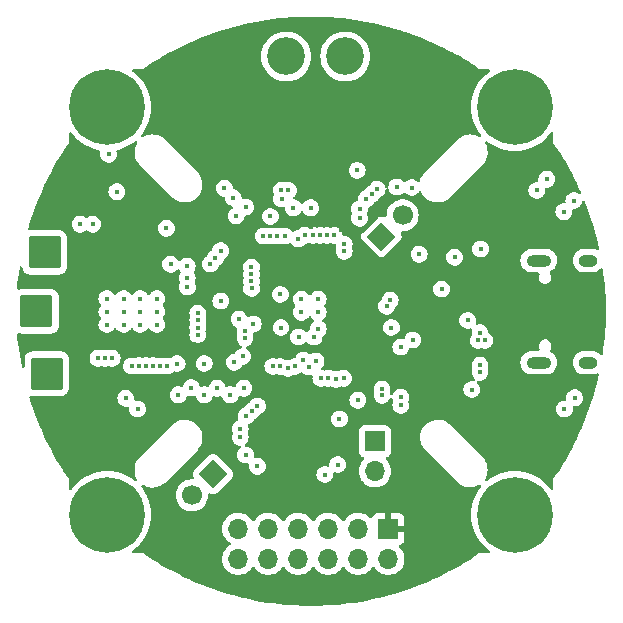
<source format=gbr>
%TF.GenerationSoftware,KiCad,Pcbnew,7.0.1*%
%TF.CreationDate,2023-05-14T21:17:26+02:00*%
%TF.ProjectId,MTR_Tiny_MD,4d54525f-5469-46e7-995f-4d442e6b6963,rev?*%
%TF.SameCoordinates,Original*%
%TF.FileFunction,Copper,L5,Inr*%
%TF.FilePolarity,Positive*%
%FSLAX46Y46*%
G04 Gerber Fmt 4.6, Leading zero omitted, Abs format (unit mm)*
G04 Created by KiCad (PCBNEW 7.0.1) date 2023-05-14 21:17:26*
%MOMM*%
%LPD*%
G01*
G04 APERTURE LIST*
G04 Aperture macros list*
%AMRoundRect*
0 Rectangle with rounded corners*
0 $1 Rounding radius*
0 $2 $3 $4 $5 $6 $7 $8 $9 X,Y pos of 4 corners*
0 Add a 4 corners polygon primitive as box body*
4,1,4,$2,$3,$4,$5,$6,$7,$8,$9,$2,$3,0*
0 Add four circle primitives for the rounded corners*
1,1,$1+$1,$2,$3*
1,1,$1+$1,$4,$5*
1,1,$1+$1,$6,$7*
1,1,$1+$1,$8,$9*
0 Add four rect primitives between the rounded corners*
20,1,$1+$1,$2,$3,$4,$5,0*
20,1,$1+$1,$4,$5,$6,$7,0*
20,1,$1+$1,$6,$7,$8,$9,0*
20,1,$1+$1,$8,$9,$2,$3,0*%
%AMHorizOval*
0 Thick line with rounded ends*
0 $1 width*
0 $2 $3 position (X,Y) of the first rounded end (center of the circle)*
0 $4 $5 position (X,Y) of the second rounded end (center of the circle)*
0 Add line between two ends*
20,1,$1,$2,$3,$4,$5,0*
0 Add two circle primitives to create the rounded ends*
1,1,$1,$2,$3*
1,1,$1,$4,$5*%
%AMRotRect*
0 Rectangle, with rotation*
0 The origin of the aperture is its center*
0 $1 length*
0 $2 width*
0 $3 Rotation angle, in degrees counterclockwise*
0 Add horizontal line*
21,1,$1,$2,0,0,$3*%
G04 Aperture macros list end*
%TA.AperFunction,ComponentPad*%
%ADD10R,1.700000X1.700000*%
%TD*%
%TA.AperFunction,ComponentPad*%
%ADD11O,1.700000X1.700000*%
%TD*%
%TA.AperFunction,ComponentPad*%
%ADD12RoundRect,0.165000X1.210000X-1.210000X1.210000X1.210000X-1.210000X1.210000X-1.210000X-1.210000X0*%
%TD*%
%TA.AperFunction,ComponentPad*%
%ADD13C,0.800000*%
%TD*%
%TA.AperFunction,ComponentPad*%
%ADD14C,6.400000*%
%TD*%
%TA.AperFunction,ComponentPad*%
%ADD15C,3.200000*%
%TD*%
%TA.AperFunction,ComponentPad*%
%ADD16O,2.100000X1.000000*%
%TD*%
%TA.AperFunction,ComponentPad*%
%ADD17O,1.600000X1.000000*%
%TD*%
%TA.AperFunction,ComponentPad*%
%ADD18RotRect,1.700000X1.700000X315.000000*%
%TD*%
%TA.AperFunction,ComponentPad*%
%ADD19HorizOval,1.700000X0.000000X0.000000X0.000000X0.000000X0*%
%TD*%
%TA.AperFunction,ComponentPad*%
%ADD20RotRect,1.700000X1.700000X135.000000*%
%TD*%
%TA.AperFunction,ComponentPad*%
%ADD21HorizOval,1.700000X0.000000X0.000000X0.000000X0.000000X0*%
%TD*%
%TA.AperFunction,ViaPad*%
%ADD22C,0.400000*%
%TD*%
G04 APERTURE END LIST*
D10*
%TO.N,GND*%
%TO.C,J5*%
X110400000Y-111025000D03*
D11*
%TO.N,DOUT*%
X110400000Y-113565000D03*
%TD*%
D12*
%TO.N,OUTC*%
%TO.C,H12*%
X82620000Y-105310000D03*
%TD*%
D13*
%TO.N,GND*%
%TO.C,H1*%
X119850000Y-117250000D03*
X120552944Y-115552944D03*
X120552944Y-118947056D03*
X122250000Y-114850000D03*
D14*
X122250000Y-117250000D03*
D13*
X122250000Y-119650000D03*
X123947056Y-115552944D03*
X123947056Y-118947056D03*
X124650000Y-117250000D03*
%TD*%
%TO.N,GND*%
%TO.C,H3*%
X119850000Y-82750000D03*
X120552944Y-81052944D03*
X120552944Y-84447056D03*
X122250000Y-80350000D03*
D14*
X122250000Y-82750000D03*
D13*
X122250000Y-85150000D03*
X123947056Y-81052944D03*
X123947056Y-84447056D03*
X124650000Y-82750000D03*
%TD*%
%TO.N,GND*%
%TO.C,H8*%
X85350000Y-82750000D03*
X86052944Y-81052944D03*
X86052944Y-84447056D03*
X87750000Y-80350000D03*
D14*
X87750000Y-82750000D03*
D13*
X87750000Y-85150000D03*
X89447056Y-81052944D03*
X89447056Y-84447056D03*
X90150000Y-82750000D03*
%TD*%
%TO.N,GND*%
%TO.C,H9*%
X85350000Y-117250000D03*
X86052944Y-115552944D03*
X86052944Y-118947056D03*
X87750000Y-114850000D03*
D14*
X87750000Y-117250000D03*
D13*
X87750000Y-119650000D03*
X89447056Y-115552944D03*
X89447056Y-118947056D03*
X90150000Y-117250000D03*
%TD*%
D15*
%TO.N,GND*%
%TO.C,J6*%
X102890000Y-78450000D03*
%TO.N,/VM*%
X107890000Y-78450000D03*
%TD*%
D16*
%TO.N,GND*%
%TO.C,J1*%
X124280000Y-104370000D03*
D17*
X128460000Y-104370000D03*
D16*
X124280000Y-95730000D03*
D17*
X128460000Y-95730000D03*
%TD*%
D18*
%TO.N,SWD*%
%TO.C,J3*%
X96700000Y-113800000D03*
D19*
%TO.N,SWCLK*%
X94903949Y-115596051D03*
%TD*%
D10*
%TO.N,3V3_BUCK*%
%TO.C,J2*%
X111540000Y-118450000D03*
D11*
%TO.N,GND*%
X111540000Y-120990000D03*
%TO.N,V_USB*%
X109000000Y-118450000D03*
%TO.N,GPIO21*%
X109000000Y-120990000D03*
%TO.N,GPIO25*%
X106460000Y-118450000D03*
%TO.N,GPIO20*%
X106460000Y-120990000D03*
%TO.N,GPIO24*%
X103920000Y-118450000D03*
%TO.N,GPIO2*%
X103920000Y-120990000D03*
%TO.N,unconnected-(J2-Pad9)*%
X101380000Y-118450000D03*
%TO.N,GPIO3*%
X101380000Y-120990000D03*
%TO.N,GPIO22*%
X98840000Y-118450000D03*
%TO.N,GPIO9*%
X98840000Y-120990000D03*
%TD*%
D12*
%TO.N,OUTB*%
%TO.C,H11*%
X81740000Y-100030000D03*
%TD*%
%TO.N,OUTA*%
%TO.C,H10*%
X82440000Y-95030000D03*
%TD*%
D20*
%TO.N,UART_TX*%
%TO.C,J4*%
X110948439Y-93701562D03*
D21*
%TO.N,UART_RX*%
X112744490Y-91905511D03*
%TD*%
D22*
%TO.N,GND*%
X104183332Y-100100000D03*
X94850000Y-106500000D03*
X100450000Y-113150000D03*
X89300000Y-107400000D03*
X110150000Y-90100000D03*
X89116666Y-98950000D03*
X106150000Y-113850000D03*
X119150000Y-102500000D03*
X90533332Y-98950000D03*
X119700000Y-102500000D03*
X108950000Y-107550000D03*
X99500000Y-108900000D03*
X103075000Y-89775000D03*
X127300000Y-107350000D03*
X127250000Y-90650000D03*
X102475000Y-89775000D03*
X108900000Y-88100000D03*
X96900000Y-95500000D03*
X101550000Y-92000000D03*
X103500000Y-91250000D03*
X87700000Y-101150000D03*
X119350000Y-94750000D03*
X117150000Y-95450000D03*
X124100000Y-89800000D03*
X99000000Y-110700000D03*
X91950000Y-101150000D03*
X112600000Y-103050000D03*
X104950000Y-91250000D03*
X97350000Y-99150000D03*
X111384089Y-99609511D03*
X97050000Y-106550000D03*
X87850000Y-86750000D03*
X111000000Y-107150000D03*
X89116666Y-100050000D03*
X92750000Y-93000000D03*
X105600000Y-100100000D03*
X90533332Y-101150000D03*
X124950000Y-88850000D03*
X97340000Y-94890000D03*
X119300000Y-105200000D03*
X105600000Y-99000000D03*
X111000000Y-106600000D03*
X100450000Y-108050000D03*
X99450000Y-112200000D03*
X91950000Y-98950000D03*
X86500000Y-92650000D03*
X98650000Y-91950000D03*
X104183332Y-99000000D03*
X90533332Y-100050000D03*
X87700000Y-98950000D03*
X102500000Y-90500000D03*
X98400000Y-90400000D03*
X97650000Y-89600000D03*
X87700000Y-100050000D03*
X99300000Y-106550000D03*
X113600000Y-102450000D03*
X102400000Y-98600000D03*
X100000000Y-108450000D03*
X109100000Y-92150000D03*
X114150000Y-95200000D03*
X91950000Y-100050000D03*
X99000000Y-110000000D03*
X99450000Y-91200000D03*
X126400000Y-91600000D03*
X109650000Y-90550000D03*
X107250000Y-113000000D03*
X96468744Y-96018745D03*
X85450000Y-92650000D03*
X89116666Y-101150000D03*
X90300000Y-108300000D03*
X110600000Y-89700000D03*
X109100000Y-91350000D03*
X119300000Y-104600000D03*
X126450000Y-108300000D03*
%TO.N,+1V1*%
X105600000Y-101500000D03*
X111800000Y-101400000D03*
%TO.N,3V3_BUCK*%
X115700000Y-84600000D03*
X114550000Y-102150000D03*
X108850000Y-102950000D03*
X114388541Y-104488541D03*
X115100000Y-86500000D03*
X98836310Y-99063690D03*
X111170000Y-105520000D03*
X89009811Y-103409811D03*
X119050000Y-97200000D03*
X98300000Y-97650000D03*
X101050000Y-106549500D03*
X102100000Y-109750000D03*
X89009811Y-104340189D03*
X113500000Y-86800000D03*
X103000000Y-109750000D03*
X122650000Y-86700000D03*
X113950000Y-104950000D03*
X94650000Y-82950000D03*
X120750000Y-88800000D03*
X122150000Y-93350000D03*
X106650000Y-90600000D03*
X122200000Y-89900000D03*
X107750000Y-91450000D03*
X91400000Y-105500000D03*
X115700000Y-85200000D03*
X100450000Y-109750000D03*
X108850000Y-104550000D03*
X107561459Y-93138541D03*
X120750000Y-88000000D03*
X113388541Y-105488541D03*
X117350000Y-97800000D03*
X102450000Y-99800000D03*
X105799500Y-108300000D03*
X122150000Y-94150000D03*
X103350000Y-92900000D03*
X121100000Y-97250000D03*
X108850000Y-103750000D03*
X107100000Y-92700000D03*
X122200000Y-91500000D03*
X122150000Y-92550000D03*
X122200000Y-90700000D03*
X112250000Y-86800000D03*
X88550000Y-106700000D03*
X104365000Y-97347100D03*
X104950000Y-92900000D03*
X115700000Y-86000000D03*
X103095000Y-97347100D03*
X114988541Y-101688541D03*
X119650000Y-97200000D03*
X91400000Y-106300000D03*
X120500000Y-97250000D03*
X106200000Y-106650000D03*
X107111459Y-91038541D03*
X117788541Y-97338541D03*
X107400000Y-107600000D03*
%TO.N,V_USB*%
X112600000Y-107300000D03*
X112600000Y-108000000D03*
X118250000Y-100800000D03*
X119300000Y-101850000D03*
%TO.N,DRV_BUCK_OUT*%
X88550000Y-89900000D03*
X93101056Y-96051056D03*
%TO.N,Current_A*%
X93650000Y-104450000D03*
X94500000Y-96200500D03*
%TO.N,Current_B*%
X95950000Y-104450000D03*
X94500500Y-97199500D03*
%TO.N,Current_C*%
X94518744Y-97968744D03*
X98500000Y-104350000D03*
%TO.N,VREF*%
X107746800Y-105703200D03*
X99200000Y-103850000D03*
%TO.N,GPIO25*%
X105416068Y-104250000D03*
X107400000Y-109150000D03*
%TO.N,GPIO24*%
X104811518Y-104732622D03*
%TO.N,GPIO22*%
X104350000Y-104150000D03*
%TO.N,GPIO9*%
X102150000Y-93650000D03*
%TO.N,GPIO3*%
X106349006Y-93600000D03*
%TO.N,GPIO2*%
X106950000Y-93600000D03*
%TO.N,GPIO20*%
X103033932Y-104850000D03*
%TO.N,GPIO21*%
X103650000Y-104700000D03*
%TO.N,SWD*%
X100100000Y-101099500D03*
%TO.N,SWCLK*%
X98895180Y-100699500D03*
%TO.N,UART_TX*%
X107800500Y-94950000D03*
%TO.N,UART_RX*%
X107800500Y-94350000D03*
%TO.N,RUN*%
X102450000Y-101400000D03*
X118600000Y-106650000D03*
%TO.N,nFAULT*%
X87550000Y-104000000D03*
X103920972Y-93885429D03*
%TO.N,I2C_SDA*%
X113500000Y-89550000D03*
X105246928Y-102202956D03*
X105749503Y-93600000D03*
%TO.N,I2C_SCL*%
X103931050Y-102200500D03*
X112250000Y-89500000D03*
X105150000Y-93600000D03*
%TO.N,nSLEEP*%
X104465239Y-93600000D03*
X88149503Y-104000000D03*
%TO.N,DRVOFF*%
X102750000Y-93650000D03*
X86950497Y-104000000D03*
%TO.N,INLC*%
X92797484Y-104649205D03*
X101550000Y-93650000D03*
%TO.N,INHC*%
X100950497Y-93650000D03*
X92197984Y-104651131D03*
%TO.N,INLB*%
X99949500Y-96298051D03*
X91598499Y-104646550D03*
%TO.N,INHB*%
X90998996Y-104646550D03*
X99949500Y-96897554D03*
%TO.N,INLA*%
X90399493Y-104646550D03*
X99949500Y-97497057D03*
%TO.N,INHA*%
X99952950Y-98096550D03*
X89800000Y-104650000D03*
%TO.N,SPI_MISO*%
X95396550Y-101400507D03*
X99400000Y-101700497D03*
%TO.N,SPI_SS*%
X95396550Y-100201501D03*
X99400000Y-102300000D03*
%TO.N,SPI_SCK*%
X95396550Y-100801004D03*
X101750497Y-104700000D03*
%TO.N,SPI_MOSI*%
X102350000Y-104700000D03*
X95400000Y-102000000D03*
%TO.N,QSPI_SD3*%
X111700000Y-99100000D03*
X116050000Y-98150000D03*
%TO.N,Net-(U1-GPIO26_ADC0)*%
X93750000Y-107100000D03*
X105820133Y-105703200D03*
%TO.N,Net-(U1-GPIO27_ADC1)*%
X106462355Y-105703200D03*
X95950000Y-107100000D03*
%TO.N,Net-(U1-GPIO28_ADC2)*%
X107104577Y-105800000D03*
X98150000Y-107100000D03*
%TD*%
%TA.AperFunction,Conductor*%
%TO.N,3V3_BUCK*%
G36*
X105262590Y-75083360D02*
G01*
X105730262Y-75092742D01*
X105732467Y-75092807D01*
X106252482Y-75113006D01*
X106254904Y-75113126D01*
X106721764Y-75141255D01*
X106723902Y-75141402D01*
X107242801Y-75181775D01*
X107245536Y-75182019D01*
X107710496Y-75228810D01*
X107712465Y-75229024D01*
X108229866Y-75289562D01*
X108232630Y-75289918D01*
X108694778Y-75355240D01*
X108696589Y-75355509D01*
X109211896Y-75436185D01*
X109214899Y-75436694D01*
X109673296Y-75520361D01*
X109674838Y-75520654D01*
X110187350Y-75621412D01*
X110190527Y-75622080D01*
X110644313Y-75723866D01*
X110645476Y-75724134D01*
X111154911Y-75844999D01*
X111158139Y-75845812D01*
X111606175Y-75965369D01*
X111607189Y-75965645D01*
X112096846Y-76102095D01*
X112112773Y-76106534D01*
X112116294Y-76107570D01*
X112557236Y-76244399D01*
X112558229Y-76244712D01*
X112859764Y-76341500D01*
X113059693Y-76405674D01*
X113063323Y-76406900D01*
X113496122Y-76560486D01*
X113496790Y-76560727D01*
X113994208Y-76741971D01*
X113997825Y-76743354D01*
X114420921Y-76912896D01*
X114421052Y-76912949D01*
X114914649Y-77114831D01*
X114918414Y-77116444D01*
X115329338Y-77300564D01*
X115329559Y-77300664D01*
X115819760Y-77523742D01*
X115823511Y-77525527D01*
X116218969Y-77722127D01*
X116219365Y-77722325D01*
X116707981Y-77968005D01*
X116711924Y-77970076D01*
X117085442Y-78174848D01*
X117152947Y-78212140D01*
X117578022Y-78446969D01*
X117582048Y-78449290D01*
X117915598Y-78649955D01*
X117915564Y-78650011D01*
X117915806Y-78650080D01*
X118428586Y-78959928D01*
X118432632Y-78962480D01*
X118603493Y-79074843D01*
X118603561Y-79074887D01*
X118933240Y-79291997D01*
X119238448Y-79492992D01*
X119238845Y-79493253D01*
X119249253Y-79501728D01*
X119262699Y-79500500D01*
X120019325Y-79500500D01*
X120081179Y-79516727D01*
X120127101Y-79561229D01*
X120145263Y-79622542D01*
X120130987Y-79684875D01*
X120087949Y-79732173D01*
X120067206Y-79745643D01*
X119765118Y-79990270D01*
X119490270Y-80265118D01*
X119245643Y-80567206D01*
X119033938Y-80893205D01*
X118857467Y-81239548D01*
X118718167Y-81602436D01*
X118617562Y-81977900D01*
X118556753Y-82361829D01*
X118536410Y-82750000D01*
X118556753Y-83138170D01*
X118556754Y-83138176D01*
X118617562Y-83522099D01*
X118718167Y-83897562D01*
X118857468Y-84260453D01*
X119033938Y-84606795D01*
X119245643Y-84932793D01*
X119344154Y-85054444D01*
X119363319Y-85078110D01*
X119390481Y-85142226D01*
X119379442Y-85210978D01*
X119333574Y-85263368D01*
X119266884Y-85283396D01*
X119199740Y-85264945D01*
X119123819Y-85218591D01*
X118910817Y-85129854D01*
X118869370Y-85119653D01*
X118686746Y-85074705D01*
X118686744Y-85074704D01*
X118686741Y-85074704D01*
X118456887Y-85054443D01*
X118226623Y-85069545D01*
X118001379Y-85119653D01*
X117786436Y-85203593D01*
X117786434Y-85203593D01*
X117786434Y-85203594D01*
X117763236Y-85217053D01*
X117586839Y-85319394D01*
X117407285Y-85464333D01*
X117331708Y-85547378D01*
X117327449Y-85551833D01*
X114660161Y-88209134D01*
X114659129Y-88210151D01*
X114573923Y-88293107D01*
X114430828Y-88484901D01*
X114319796Y-88696874D01*
X114243609Y-88923720D01*
X114231845Y-88994139D01*
X114204092Y-89054365D01*
X114149603Y-89092158D01*
X114083471Y-89097052D01*
X114024014Y-89067689D01*
X113905430Y-88962633D01*
X113753085Y-88882676D01*
X113753084Y-88882675D01*
X113753083Y-88882675D01*
X113586028Y-88841500D01*
X113413972Y-88841500D01*
X113246917Y-88882675D01*
X113246916Y-88882675D01*
X113246914Y-88882676D01*
X113094571Y-88962632D01*
X112980986Y-89063259D01*
X112917644Y-89093314D01*
X112848045Y-89084863D01*
X112793737Y-89040522D01*
X112784215Y-89026727D01*
X112730092Y-88978778D01*
X112655430Y-88912633D01*
X112503083Y-88832675D01*
X112336028Y-88791500D01*
X112163972Y-88791500D01*
X111996917Y-88832675D01*
X111996916Y-88832675D01*
X111996914Y-88832676D01*
X111844571Y-88912632D01*
X111844569Y-88912633D01*
X111844570Y-88912633D01*
X111715785Y-89026727D01*
X111711679Y-89032676D01*
X111618044Y-89168327D01*
X111557034Y-89329199D01*
X111536216Y-89500653D01*
X111511251Y-89561968D01*
X111468333Y-89594762D01*
X111517764Y-89616295D01*
X111556676Y-89669854D01*
X111618044Y-89831672D01*
X111618045Y-89831674D01*
X111618046Y-89831675D01*
X111715785Y-89973273D01*
X111844570Y-90087367D01*
X111996917Y-90167325D01*
X112163972Y-90208500D01*
X112336026Y-90208500D01*
X112336028Y-90208500D01*
X112503083Y-90167325D01*
X112655430Y-90087367D01*
X112769013Y-89986740D01*
X112832354Y-89956685D01*
X112901953Y-89965135D01*
X112956261Y-90009476D01*
X112965783Y-90023271D01*
X112965784Y-90023272D01*
X112965785Y-90023273D01*
X113094570Y-90137367D01*
X113246917Y-90217325D01*
X113413972Y-90258500D01*
X113586026Y-90258500D01*
X113586028Y-90258500D01*
X113753083Y-90217325D01*
X113905430Y-90137367D01*
X114034215Y-90023273D01*
X114120496Y-89898274D01*
X114169452Y-89856363D01*
X114232733Y-89844143D01*
X114293778Y-89864813D01*
X114336616Y-89912966D01*
X114412346Y-90062633D01*
X114419617Y-90077003D01*
X114531658Y-90231672D01*
X114560001Y-90270799D01*
X114729200Y-90439998D01*
X114729203Y-90440000D01*
X114729205Y-90440002D01*
X114922997Y-90580383D01*
X114922999Y-90580384D01*
X115136513Y-90688419D01*
X115136515Y-90688419D01*
X115136516Y-90688420D01*
X115364409Y-90761404D01*
X115600965Y-90797506D01*
X115840254Y-90795821D01*
X116076279Y-90756391D01*
X116303122Y-90680205D01*
X116515098Y-90569172D01*
X116706893Y-90426075D01*
X116789853Y-90340862D01*
X116790878Y-90339824D01*
X117328936Y-89799999D01*
X123386296Y-89799999D01*
X123407034Y-89970800D01*
X123468044Y-90131672D01*
X123468045Y-90131674D01*
X123468046Y-90131675D01*
X123565785Y-90273273D01*
X123694570Y-90387367D01*
X123846917Y-90467325D01*
X124013972Y-90508500D01*
X124186026Y-90508500D01*
X124186028Y-90508500D01*
X124353083Y-90467325D01*
X124505430Y-90387367D01*
X124634215Y-90273273D01*
X124731954Y-90131675D01*
X124792965Y-89970801D01*
X124813704Y-89800000D01*
X124801523Y-89699687D01*
X124812770Y-89630485D01*
X124859262Y-89578006D01*
X124926605Y-89558500D01*
X125036026Y-89558500D01*
X125036028Y-89558500D01*
X125203083Y-89517325D01*
X125355430Y-89437367D01*
X125484215Y-89323273D01*
X125581954Y-89181675D01*
X125642965Y-89020801D01*
X125663704Y-88850000D01*
X125642965Y-88679199D01*
X125581954Y-88518325D01*
X125484215Y-88376727D01*
X125355430Y-88262633D01*
X125203083Y-88182675D01*
X125036028Y-88141500D01*
X124863972Y-88141500D01*
X124696917Y-88182675D01*
X124696916Y-88182675D01*
X124696914Y-88182676D01*
X124544571Y-88262632D01*
X124516777Y-88287255D01*
X124415785Y-88376727D01*
X124383205Y-88423926D01*
X124318044Y-88518327D01*
X124257034Y-88679199D01*
X124236296Y-88850000D01*
X124248476Y-88950313D01*
X124237230Y-89019515D01*
X124190738Y-89071994D01*
X124123395Y-89091500D01*
X124013972Y-89091500D01*
X123846917Y-89132675D01*
X123846916Y-89132675D01*
X123846914Y-89132676D01*
X123694571Y-89212632D01*
X123565786Y-89326726D01*
X123468044Y-89468327D01*
X123407034Y-89629199D01*
X123386296Y-89799999D01*
X117328936Y-89799999D01*
X119464589Y-87657333D01*
X119467610Y-87654403D01*
X119550305Y-87576960D01*
X119692665Y-87395354D01*
X119805602Y-87194127D01*
X119886463Y-86978005D01*
X119933351Y-86752066D01*
X119945162Y-86521615D01*
X119945161Y-86521613D01*
X119945162Y-86521610D01*
X119921620Y-86292068D01*
X119863277Y-86068810D01*
X119772536Y-85859472D01*
X119771504Y-85857091D01*
X119737313Y-85802849D01*
X119717905Y-85735618D01*
X119737361Y-85668398D01*
X119789681Y-85621927D01*
X119858726Y-85610537D01*
X119923200Y-85637742D01*
X120067207Y-85754357D01*
X120393205Y-85966062D01*
X120739547Y-86142532D01*
X121102438Y-86281833D01*
X121477901Y-86382438D01*
X121861824Y-86443246D01*
X122250000Y-86463589D01*
X122638176Y-86443246D01*
X123022099Y-86382438D01*
X123397562Y-86281833D01*
X123760453Y-86142532D01*
X124106795Y-85966062D01*
X124432793Y-85754357D01*
X124734876Y-85509734D01*
X125009734Y-85234876D01*
X125254357Y-84932793D01*
X125267826Y-84912051D01*
X125315125Y-84869013D01*
X125377458Y-84854737D01*
X125438771Y-84872899D01*
X125483273Y-84918821D01*
X125499500Y-84980675D01*
X125499500Y-85737498D01*
X125498312Y-85750742D01*
X125506707Y-85760967D01*
X125924369Y-86387667D01*
X125924415Y-86387736D01*
X126042682Y-86565449D01*
X126045293Y-86569541D01*
X126356593Y-87078812D01*
X126356662Y-87079060D01*
X126356722Y-87079024D01*
X126560823Y-87414399D01*
X126563186Y-87418451D01*
X126836875Y-87908352D01*
X126837075Y-87908712D01*
X127044718Y-88283258D01*
X127046842Y-88287255D01*
X127294274Y-88774022D01*
X127294533Y-88774536D01*
X127493639Y-89170705D01*
X127495530Y-89174635D01*
X127720206Y-89663123D01*
X127720514Y-89663797D01*
X127826532Y-89897917D01*
X127837438Y-89958789D01*
X127818067Y-90017518D01*
X127773087Y-90059958D01*
X127713332Y-90075884D01*
X127653197Y-90061461D01*
X127503085Y-89982676D01*
X127503084Y-89982675D01*
X127503083Y-89982675D01*
X127336028Y-89941500D01*
X127163972Y-89941500D01*
X126996917Y-89982675D01*
X126996916Y-89982675D01*
X126996914Y-89982676D01*
X126844571Y-90062632D01*
X126726397Y-90167325D01*
X126715785Y-90176727D01*
X126687763Y-90217323D01*
X126618044Y-90318327D01*
X126557034Y-90479199D01*
X126536296Y-90650000D01*
X126548476Y-90750313D01*
X126537230Y-90819515D01*
X126490738Y-90871994D01*
X126423395Y-90891500D01*
X126313972Y-90891500D01*
X126146917Y-90932675D01*
X126146916Y-90932675D01*
X126146914Y-90932676D01*
X125994571Y-91012632D01*
X125931799Y-91068243D01*
X125865785Y-91126727D01*
X125858441Y-91137367D01*
X125768044Y-91268327D01*
X125707034Y-91429199D01*
X125686296Y-91599999D01*
X125707034Y-91770800D01*
X125768044Y-91931672D01*
X125768045Y-91931674D01*
X125768046Y-91931675D01*
X125865785Y-92073273D01*
X125994570Y-92187367D01*
X126146917Y-92267325D01*
X126313972Y-92308500D01*
X126486026Y-92308500D01*
X126486028Y-92308500D01*
X126653083Y-92267325D01*
X126805430Y-92187367D01*
X126934215Y-92073273D01*
X127031954Y-91931675D01*
X127092965Y-91770801D01*
X127113704Y-91600000D01*
X127101523Y-91499687D01*
X127112770Y-91430485D01*
X127159262Y-91378006D01*
X127226605Y-91358500D01*
X127336026Y-91358500D01*
X127336028Y-91358500D01*
X127503083Y-91317325D01*
X127655430Y-91237367D01*
X127784215Y-91123273D01*
X127881954Y-90981675D01*
X127942965Y-90820801D01*
X127946451Y-90792089D01*
X127971074Y-90731225D01*
X128022980Y-90691010D01*
X128088071Y-90682370D01*
X128148671Y-90707653D01*
X128188321Y-90759993D01*
X128283698Y-90995554D01*
X128285134Y-90999269D01*
X128460887Y-91476726D01*
X128467872Y-91495701D01*
X128468237Y-91496707D01*
X128623607Y-91930108D01*
X128624856Y-91933768D01*
X128787215Y-92434546D01*
X128787590Y-92435723D01*
X128926019Y-92877395D01*
X128927074Y-92880944D01*
X129069187Y-93385919D01*
X129069559Y-93387268D01*
X129190467Y-93835942D01*
X129191340Y-93839372D01*
X129313246Y-94348225D01*
X129313601Y-94349747D01*
X129389938Y-94686794D01*
X129385481Y-94757639D01*
X129343437Y-94814832D01*
X129277148Y-94840222D01*
X129207655Y-94825750D01*
X129147800Y-94793757D01*
X128957701Y-94736091D01*
X128809550Y-94721500D01*
X128809547Y-94721500D01*
X128110453Y-94721500D01*
X128110450Y-94721500D01*
X127962298Y-94736091D01*
X127772197Y-94793758D01*
X127596992Y-94887406D01*
X127443431Y-95013431D01*
X127317406Y-95166992D01*
X127223758Y-95342197D01*
X127166091Y-95532298D01*
X127146619Y-95729999D01*
X127166091Y-95927701D01*
X127223758Y-96117802D01*
X127317406Y-96293007D01*
X127443431Y-96446568D01*
X127596992Y-96572593D01*
X127632951Y-96591813D01*
X127772196Y-96666241D01*
X127801595Y-96675159D01*
X127962298Y-96723908D01*
X128110450Y-96738500D01*
X128110453Y-96738500D01*
X128809547Y-96738500D01*
X128809550Y-96738500D01*
X128957701Y-96723908D01*
X128975928Y-96718379D01*
X129147804Y-96666241D01*
X129323004Y-96572595D01*
X129323005Y-96572593D01*
X129323007Y-96572593D01*
X129476566Y-96446570D01*
X129491100Y-96428861D01*
X129537001Y-96393797D01*
X129593724Y-96382900D01*
X129649350Y-96398459D01*
X129692189Y-96437204D01*
X129713238Y-96490993D01*
X129752178Y-96763891D01*
X129752571Y-96766910D01*
X129813655Y-97284069D01*
X129813880Y-97286114D01*
X129861217Y-97752076D01*
X129861475Y-97754945D01*
X129902221Y-98273738D01*
X129902376Y-98275955D01*
X129930829Y-98743784D01*
X129930964Y-98746496D01*
X129951346Y-99266299D01*
X129951417Y-99268685D01*
X129960908Y-99737346D01*
X129960934Y-99739897D01*
X129960934Y-100260103D01*
X129960908Y-100262654D01*
X129951417Y-100731313D01*
X129951346Y-100733699D01*
X129930964Y-101253502D01*
X129930829Y-101256214D01*
X129902376Y-101724043D01*
X129902221Y-101726260D01*
X129861475Y-102245053D01*
X129861217Y-102247922D01*
X129813880Y-102713884D01*
X129813655Y-102715929D01*
X129752566Y-103233129D01*
X129752172Y-103236148D01*
X129701081Y-103594194D01*
X129680033Y-103647983D01*
X129637195Y-103686728D01*
X129581569Y-103702287D01*
X129524846Y-103691390D01*
X129478945Y-103656327D01*
X129476567Y-103653430D01*
X129323007Y-103527406D01*
X129147802Y-103433758D01*
X128957701Y-103376091D01*
X128809550Y-103361500D01*
X128809547Y-103361500D01*
X128110453Y-103361500D01*
X128110450Y-103361500D01*
X127962298Y-103376091D01*
X127772197Y-103433758D01*
X127596992Y-103527406D01*
X127443431Y-103653431D01*
X127317406Y-103806992D01*
X127223758Y-103982197D01*
X127166091Y-104172298D01*
X127146619Y-104370000D01*
X127166091Y-104567701D01*
X127223758Y-104757802D01*
X127317406Y-104933007D01*
X127443431Y-105086568D01*
X127596992Y-105212593D01*
X127596996Y-105212595D01*
X127772196Y-105306241D01*
X127867247Y-105335074D01*
X127962298Y-105363908D01*
X128110450Y-105378500D01*
X128110453Y-105378500D01*
X128809547Y-105378500D01*
X128809550Y-105378500D01*
X128957701Y-105363908D01*
X128975529Y-105358500D01*
X129147804Y-105306241D01*
X129181886Y-105288023D01*
X129251379Y-105273550D01*
X129317668Y-105298939D01*
X129359713Y-105356133D01*
X129364170Y-105426978D01*
X129313601Y-105650251D01*
X129313246Y-105651773D01*
X129191340Y-106160626D01*
X129190467Y-106164056D01*
X129069559Y-106612730D01*
X129069187Y-106614079D01*
X128927074Y-107119054D01*
X128926019Y-107122603D01*
X128787590Y-107564275D01*
X128787215Y-107565452D01*
X128624856Y-108066230D01*
X128623607Y-108069890D01*
X128468237Y-108503291D01*
X128467872Y-108504297D01*
X128285152Y-109000683D01*
X128283698Y-109004444D01*
X128112251Y-109427884D01*
X128111908Y-109428722D01*
X127908518Y-109920861D01*
X127906851Y-109924713D01*
X127720514Y-110336201D01*
X127720206Y-110336875D01*
X127495530Y-110825363D01*
X127493639Y-110829293D01*
X127294533Y-111225462D01*
X127294274Y-111225976D01*
X127046842Y-111712743D01*
X127044718Y-111716740D01*
X126837075Y-112091286D01*
X126836875Y-112091646D01*
X126563186Y-112581547D01*
X126560823Y-112585599D01*
X126356722Y-112920975D01*
X126356593Y-112921186D01*
X126045301Y-113430445D01*
X126042690Y-113434537D01*
X125924471Y-113612177D01*
X125924471Y-113612178D01*
X125506459Y-114239404D01*
X125498317Y-114249392D01*
X125499500Y-114262539D01*
X125499500Y-115019325D01*
X125483273Y-115081179D01*
X125438771Y-115127101D01*
X125377458Y-115145263D01*
X125315125Y-115130987D01*
X125267827Y-115087949D01*
X125254356Y-115067206D01*
X125140519Y-114926630D01*
X125009734Y-114765124D01*
X125009733Y-114765123D01*
X125009729Y-114765118D01*
X124734881Y-114490270D01*
X124432793Y-114245643D01*
X124106795Y-114033938D01*
X123760451Y-113857467D01*
X123397563Y-113718167D01*
X123022099Y-113617562D01*
X122638170Y-113556753D01*
X122250000Y-113536410D01*
X121861829Y-113556753D01*
X121477900Y-113617562D01*
X121102436Y-113718167D01*
X120739548Y-113857467D01*
X120393205Y-114033938D01*
X120067200Y-114245646D01*
X119909871Y-114373050D01*
X119845559Y-114400236D01*
X119776646Y-114389005D01*
X119724294Y-114342805D01*
X119704579Y-114275824D01*
X119723555Y-114208630D01*
X119732069Y-114194929D01*
X119776315Y-114123719D01*
X119777666Y-114120540D01*
X119867044Y-113910134D01*
X119868671Y-113903692D01*
X119923876Y-113685140D01*
X119945458Y-113454086D01*
X119931279Y-113222461D01*
X119881674Y-112995765D01*
X119875254Y-112979199D01*
X119850845Y-112916209D01*
X119797824Y-112779385D01*
X119733647Y-112668325D01*
X119681719Y-112578461D01*
X119536115Y-112397762D01*
X119504302Y-112368785D01*
X119452612Y-112321704D01*
X119448197Y-112317482D01*
X119435495Y-112304731D01*
X118571195Y-111437076D01*
X116815768Y-109674836D01*
X116814248Y-109673283D01*
X116735652Y-109591613D01*
X116692645Y-109558772D01*
X116553722Y-109452690D01*
X116352897Y-109342832D01*
X116137787Y-109264561D01*
X116137786Y-109264560D01*
X116137784Y-109264560D01*
X115913326Y-109219671D01*
X115684650Y-109209192D01*
X115457028Y-109233366D01*
X115235656Y-109291638D01*
X115025633Y-109382667D01*
X115025631Y-109382667D01*
X115025629Y-109382669D01*
X114837945Y-109500487D01*
X114831755Y-109504373D01*
X114658479Y-109653961D01*
X114509788Y-109827992D01*
X114389075Y-110022494D01*
X114299124Y-110232979D01*
X114241988Y-110454646D01*
X114218980Y-110682393D01*
X114230630Y-110911009D01*
X114276668Y-111135236D01*
X114310023Y-111225462D01*
X114332907Y-111287367D01*
X114356042Y-111349947D01*
X114466925Y-111550202D01*
X114606780Y-111731421D01*
X114688604Y-111809359D01*
X114690614Y-111811316D01*
X117297911Y-114408312D01*
X117323280Y-114433580D01*
X117327846Y-114438373D01*
X117403405Y-114521996D01*
X117583520Y-114668316D01*
X117707360Y-114740537D01*
X117767471Y-114775593D01*
X117783981Y-114785221D01*
X117874761Y-114820816D01*
X118000031Y-114869935D01*
X118226517Y-114920439D01*
X118226522Y-114920440D01*
X118405983Y-114932143D01*
X118458086Y-114935542D01*
X118458087Y-114935541D01*
X118458089Y-114935542D01*
X118689227Y-114914881D01*
X118879076Y-114867730D01*
X118914441Y-114858947D01*
X118914442Y-114858946D01*
X118914444Y-114858946D01*
X119128391Y-114769068D01*
X119215358Y-114715509D01*
X119282528Y-114696800D01*
X119349361Y-114716674D01*
X119395393Y-114769046D01*
X119406526Y-114837877D01*
X119379352Y-114902089D01*
X119245646Y-115067201D01*
X119033938Y-115393205D01*
X118857467Y-115739548D01*
X118718167Y-116102436D01*
X118617562Y-116477900D01*
X118556753Y-116861829D01*
X118536410Y-117249999D01*
X118556753Y-117638170D01*
X118617562Y-118022099D01*
X118718167Y-118397563D01*
X118857467Y-118760451D01*
X119033938Y-119106795D01*
X119245643Y-119432793D01*
X119490270Y-119734881D01*
X119765118Y-120009729D01*
X119765123Y-120009733D01*
X119765124Y-120009734D01*
X120067207Y-120254357D01*
X120086599Y-120266950D01*
X120087949Y-120267827D01*
X120130987Y-120315125D01*
X120145263Y-120377458D01*
X120127101Y-120438771D01*
X120081179Y-120483273D01*
X120019325Y-120499500D01*
X119262539Y-120499500D01*
X119249392Y-120498317D01*
X119239404Y-120506459D01*
X118612731Y-120924103D01*
X118434527Y-121042698D01*
X118430434Y-121045309D01*
X117921502Y-121356401D01*
X117921291Y-121356530D01*
X117585580Y-121560835D01*
X117581528Y-121563198D01*
X117091873Y-121836750D01*
X117091513Y-121836951D01*
X116716730Y-122044724D01*
X116712733Y-122046847D01*
X116225976Y-122294274D01*
X116225462Y-122294533D01*
X115829293Y-122493639D01*
X115825363Y-122495530D01*
X115336939Y-122720177D01*
X115336265Y-122720485D01*
X114924690Y-122906861D01*
X114920838Y-122908528D01*
X114428789Y-123111880D01*
X114427951Y-123112223D01*
X114004441Y-123283699D01*
X114000680Y-123285153D01*
X113504297Y-123467872D01*
X113503291Y-123468237D01*
X113069899Y-123623604D01*
X113066239Y-123624853D01*
X112565471Y-123787209D01*
X112564294Y-123787584D01*
X112122568Y-123926029D01*
X112119019Y-123927084D01*
X111614145Y-124069168D01*
X111612796Y-124069540D01*
X111164050Y-124190469D01*
X111160620Y-124191342D01*
X110651773Y-124313246D01*
X110650250Y-124313601D01*
X110195770Y-124416535D01*
X110192470Y-124417236D01*
X109680250Y-124518910D01*
X109678553Y-124519235D01*
X109219272Y-124603871D01*
X109216108Y-124604412D01*
X108701125Y-124685808D01*
X108699253Y-124686089D01*
X108236107Y-124752177D01*
X108233088Y-124752571D01*
X107715929Y-124813655D01*
X107713884Y-124813880D01*
X107247922Y-124861217D01*
X107245053Y-124861475D01*
X106726260Y-124902221D01*
X106724043Y-124902376D01*
X106256214Y-124930829D01*
X106253502Y-124930964D01*
X105733699Y-124951346D01*
X105731313Y-124951417D01*
X105291311Y-124960327D01*
X105262652Y-124960908D01*
X105260103Y-124960934D01*
X104739897Y-124960934D01*
X104737347Y-124960908D01*
X104700254Y-124960156D01*
X104268685Y-124951417D01*
X104266299Y-124951346D01*
X103746496Y-124930964D01*
X103743784Y-124930829D01*
X103275955Y-124902376D01*
X103273738Y-124902221D01*
X102754945Y-124861475D01*
X102752076Y-124861217D01*
X102286114Y-124813880D01*
X102284069Y-124813655D01*
X101766910Y-124752571D01*
X101763891Y-124752177D01*
X101300745Y-124686089D01*
X101298873Y-124685808D01*
X100783890Y-124604412D01*
X100780726Y-124603871D01*
X100321445Y-124519235D01*
X100319748Y-124518910D01*
X99807528Y-124417236D01*
X99804228Y-124416535D01*
X99349748Y-124313601D01*
X99348225Y-124313246D01*
X98839378Y-124191342D01*
X98835958Y-124190471D01*
X98773658Y-124173683D01*
X98387202Y-124069540D01*
X98385853Y-124069168D01*
X97880979Y-123927084D01*
X97877430Y-123926029D01*
X97435704Y-123787584D01*
X97434527Y-123787209D01*
X96933759Y-123624853D01*
X96930099Y-123623604D01*
X96496707Y-123468237D01*
X96495701Y-123467872D01*
X95999277Y-123285137D01*
X95995557Y-123283699D01*
X95572047Y-123112223D01*
X95571209Y-123111880D01*
X95079160Y-122908528D01*
X95075308Y-122906861D01*
X94663733Y-122720485D01*
X94663059Y-122720177D01*
X94174635Y-122495530D01*
X94170705Y-122493639D01*
X93774536Y-122294533D01*
X93774022Y-122294274D01*
X93287265Y-122046847D01*
X93283268Y-122044724D01*
X92908486Y-121836951D01*
X92908126Y-121836750D01*
X92553781Y-121638791D01*
X92418453Y-121563188D01*
X92414436Y-121560845D01*
X92078708Y-121356530D01*
X92078497Y-121356401D01*
X91569564Y-121045309D01*
X91565471Y-121042698D01*
X91486286Y-120990000D01*
X97476844Y-120990000D01*
X97495436Y-121214368D01*
X97495436Y-121214371D01*
X97495437Y-121214372D01*
X97550702Y-121432611D01*
X97641139Y-121638790D01*
X97764278Y-121827268D01*
X97916762Y-121992908D01*
X98094421Y-122131187D01*
X98094424Y-122131189D01*
X98292426Y-122238342D01*
X98505365Y-122311444D01*
X98727431Y-122348500D01*
X98952566Y-122348500D01*
X98952569Y-122348500D01*
X99174635Y-122311444D01*
X99387574Y-122238342D01*
X99585576Y-122131189D01*
X99763240Y-121992906D01*
X99915722Y-121827268D01*
X100004518Y-121691354D01*
X100050031Y-121649458D01*
X100110000Y-121634272D01*
X100169969Y-121649458D01*
X100215481Y-121691354D01*
X100286618Y-121800237D01*
X100304278Y-121827268D01*
X100456762Y-121992908D01*
X100634421Y-122131187D01*
X100634424Y-122131189D01*
X100832426Y-122238342D01*
X101045365Y-122311444D01*
X101267431Y-122348500D01*
X101492566Y-122348500D01*
X101492569Y-122348500D01*
X101714635Y-122311444D01*
X101927574Y-122238342D01*
X102125576Y-122131189D01*
X102303240Y-121992906D01*
X102455722Y-121827268D01*
X102544518Y-121691354D01*
X102590031Y-121649458D01*
X102650000Y-121634272D01*
X102709969Y-121649458D01*
X102755481Y-121691354D01*
X102826618Y-121800237D01*
X102844278Y-121827268D01*
X102996762Y-121992908D01*
X103174421Y-122131187D01*
X103174424Y-122131189D01*
X103372426Y-122238342D01*
X103585365Y-122311444D01*
X103807431Y-122348500D01*
X104032566Y-122348500D01*
X104032569Y-122348500D01*
X104254635Y-122311444D01*
X104467574Y-122238342D01*
X104665576Y-122131189D01*
X104843240Y-121992906D01*
X104995722Y-121827268D01*
X105084518Y-121691354D01*
X105130031Y-121649458D01*
X105190000Y-121634272D01*
X105249969Y-121649458D01*
X105295481Y-121691354D01*
X105366618Y-121800237D01*
X105384278Y-121827268D01*
X105536762Y-121992908D01*
X105714421Y-122131187D01*
X105714424Y-122131189D01*
X105912426Y-122238342D01*
X106125365Y-122311444D01*
X106347431Y-122348500D01*
X106572566Y-122348500D01*
X106572569Y-122348500D01*
X106794635Y-122311444D01*
X107007574Y-122238342D01*
X107205576Y-122131189D01*
X107383240Y-121992906D01*
X107535722Y-121827268D01*
X107624518Y-121691354D01*
X107670031Y-121649458D01*
X107730000Y-121634272D01*
X107789969Y-121649458D01*
X107835481Y-121691354D01*
X107906618Y-121800237D01*
X107924278Y-121827268D01*
X108076762Y-121992908D01*
X108254421Y-122131187D01*
X108254424Y-122131189D01*
X108452426Y-122238342D01*
X108665365Y-122311444D01*
X108887431Y-122348500D01*
X109112566Y-122348500D01*
X109112569Y-122348500D01*
X109334635Y-122311444D01*
X109547574Y-122238342D01*
X109745576Y-122131189D01*
X109923240Y-121992906D01*
X110075722Y-121827268D01*
X110164518Y-121691354D01*
X110210031Y-121649458D01*
X110270000Y-121634272D01*
X110329969Y-121649458D01*
X110375481Y-121691354D01*
X110446618Y-121800237D01*
X110464278Y-121827268D01*
X110616762Y-121992908D01*
X110794421Y-122131187D01*
X110794424Y-122131189D01*
X110992426Y-122238342D01*
X111205365Y-122311444D01*
X111427431Y-122348500D01*
X111652566Y-122348500D01*
X111652569Y-122348500D01*
X111874635Y-122311444D01*
X112087574Y-122238342D01*
X112285576Y-122131189D01*
X112463240Y-121992906D01*
X112615722Y-121827268D01*
X112738860Y-121638791D01*
X112829296Y-121432616D01*
X112884564Y-121214368D01*
X112903156Y-120990000D01*
X112884564Y-120765632D01*
X112829296Y-120547384D01*
X112738860Y-120341209D01*
X112615722Y-120152732D01*
X112472157Y-119996780D01*
X112442921Y-119943178D01*
X112442318Y-119882122D01*
X112470493Y-119827951D01*
X112520827Y-119793388D01*
X112635963Y-119750445D01*
X112752904Y-119662904D01*
X112840445Y-119545962D01*
X112891494Y-119409093D01*
X112898000Y-119348589D01*
X112898000Y-118704000D01*
X111412000Y-118704000D01*
X111349000Y-118687119D01*
X111302881Y-118641000D01*
X111286000Y-118578000D01*
X111286000Y-117092000D01*
X111794000Y-117092000D01*
X111794000Y-118196000D01*
X112898000Y-118196000D01*
X112898000Y-117551411D01*
X112891494Y-117490906D01*
X112840445Y-117354037D01*
X112752904Y-117237095D01*
X112635962Y-117149554D01*
X112499093Y-117098505D01*
X112438589Y-117092000D01*
X111794000Y-117092000D01*
X111286000Y-117092000D01*
X110641411Y-117092000D01*
X110580906Y-117098505D01*
X110444037Y-117149554D01*
X110327095Y-117237095D01*
X110239554Y-117354036D01*
X110195381Y-117472470D01*
X110158849Y-117524509D01*
X110101558Y-117552085D01*
X110038096Y-117548175D01*
X109984624Y-117513774D01*
X109923240Y-117447093D01*
X109745578Y-117308812D01*
X109547573Y-117201657D01*
X109395800Y-117149554D01*
X109334635Y-117128556D01*
X109112569Y-117091500D01*
X108887431Y-117091500D01*
X108665365Y-117128556D01*
X108665362Y-117128556D01*
X108665362Y-117128557D01*
X108452426Y-117201657D01*
X108254421Y-117308812D01*
X108076762Y-117447091D01*
X107924278Y-117612731D01*
X107835483Y-117748643D01*
X107789969Y-117790541D01*
X107730000Y-117805727D01*
X107670031Y-117790541D01*
X107624517Y-117748643D01*
X107535721Y-117612731D01*
X107479271Y-117551411D01*
X107383240Y-117447094D01*
X107383239Y-117447093D01*
X107383237Y-117447091D01*
X107205578Y-117308812D01*
X107007573Y-117201657D01*
X106855800Y-117149554D01*
X106794635Y-117128556D01*
X106572569Y-117091500D01*
X106347431Y-117091500D01*
X106125365Y-117128556D01*
X106125362Y-117128556D01*
X106125362Y-117128557D01*
X105912426Y-117201657D01*
X105714421Y-117308812D01*
X105536762Y-117447091D01*
X105384278Y-117612731D01*
X105295483Y-117748643D01*
X105249969Y-117790541D01*
X105190000Y-117805727D01*
X105130031Y-117790541D01*
X105084517Y-117748643D01*
X104995721Y-117612731D01*
X104939271Y-117551411D01*
X104843240Y-117447094D01*
X104843239Y-117447093D01*
X104843237Y-117447091D01*
X104665578Y-117308812D01*
X104467573Y-117201657D01*
X104315800Y-117149554D01*
X104254635Y-117128556D01*
X104032569Y-117091500D01*
X103807431Y-117091500D01*
X103585365Y-117128556D01*
X103585362Y-117128556D01*
X103585362Y-117128557D01*
X103372426Y-117201657D01*
X103174421Y-117308812D01*
X102996762Y-117447091D01*
X102844278Y-117612731D01*
X102755483Y-117748643D01*
X102709969Y-117790541D01*
X102650000Y-117805727D01*
X102590031Y-117790541D01*
X102544517Y-117748643D01*
X102455721Y-117612731D01*
X102399271Y-117551411D01*
X102303240Y-117447094D01*
X102303239Y-117447093D01*
X102303237Y-117447091D01*
X102125578Y-117308812D01*
X101927573Y-117201657D01*
X101775800Y-117149554D01*
X101714635Y-117128556D01*
X101492569Y-117091500D01*
X101267431Y-117091500D01*
X101045365Y-117128556D01*
X101045362Y-117128556D01*
X101045362Y-117128557D01*
X100832426Y-117201657D01*
X100634421Y-117308812D01*
X100456762Y-117447091D01*
X100304278Y-117612731D01*
X100215483Y-117748643D01*
X100169969Y-117790541D01*
X100110000Y-117805727D01*
X100050031Y-117790541D01*
X100004517Y-117748643D01*
X99915721Y-117612731D01*
X99859271Y-117551411D01*
X99763240Y-117447094D01*
X99763239Y-117447093D01*
X99763237Y-117447091D01*
X99585578Y-117308812D01*
X99387573Y-117201657D01*
X99235800Y-117149554D01*
X99174635Y-117128556D01*
X98952569Y-117091500D01*
X98727431Y-117091500D01*
X98505365Y-117128556D01*
X98505362Y-117128556D01*
X98505362Y-117128557D01*
X98292426Y-117201657D01*
X98094421Y-117308812D01*
X97916762Y-117447091D01*
X97764278Y-117612731D01*
X97641139Y-117801209D01*
X97550702Y-118007388D01*
X97495437Y-118225627D01*
X97495436Y-118225632D01*
X97476844Y-118450000D01*
X97495436Y-118674368D01*
X97495436Y-118674371D01*
X97495437Y-118674372D01*
X97550702Y-118892611D01*
X97641139Y-119098790D01*
X97675482Y-119151356D01*
X97764278Y-119287268D01*
X97898244Y-119432793D01*
X97916762Y-119452908D01*
X98094418Y-119591185D01*
X98094420Y-119591186D01*
X98094424Y-119591189D01*
X98127682Y-119609187D01*
X98175952Y-119655503D01*
X98193711Y-119720000D01*
X98175952Y-119784497D01*
X98127682Y-119830812D01*
X98102794Y-119844281D01*
X98094418Y-119848814D01*
X97916762Y-119987091D01*
X97764278Y-120152731D01*
X97641139Y-120341209D01*
X97550702Y-120547388D01*
X97526609Y-120642532D01*
X97495436Y-120765632D01*
X97476844Y-120990000D01*
X91486286Y-120990000D01*
X91387114Y-120924001D01*
X91387114Y-120924000D01*
X90760967Y-120506707D01*
X90750742Y-120498312D01*
X90737498Y-120499500D01*
X89980675Y-120499500D01*
X89918821Y-120483273D01*
X89872899Y-120438771D01*
X89854737Y-120377458D01*
X89869013Y-120315125D01*
X89912051Y-120267827D01*
X89912544Y-120267506D01*
X89932793Y-120254357D01*
X90234876Y-120009734D01*
X90509734Y-119734876D01*
X90754357Y-119432793D01*
X90966062Y-119106795D01*
X91142532Y-118760453D01*
X91281833Y-118397562D01*
X91382438Y-118022099D01*
X91443246Y-117638176D01*
X91463589Y-117250000D01*
X91443246Y-116861824D01*
X91382438Y-116477901D01*
X91281833Y-116102438D01*
X91142532Y-115739547D01*
X91069417Y-115596051D01*
X93540793Y-115596051D01*
X93559385Y-115820419D01*
X93559385Y-115820422D01*
X93559386Y-115820423D01*
X93614651Y-116038662D01*
X93705088Y-116244841D01*
X93828227Y-116433319D01*
X93980711Y-116598959D01*
X94158370Y-116737238D01*
X94158373Y-116737240D01*
X94356375Y-116844393D01*
X94569314Y-116917495D01*
X94791380Y-116954551D01*
X95016515Y-116954551D01*
X95016518Y-116954551D01*
X95238584Y-116917495D01*
X95451523Y-116844393D01*
X95649525Y-116737240D01*
X95827189Y-116598957D01*
X95979671Y-116433319D01*
X96102809Y-116244842D01*
X96193245Y-116038667D01*
X96248513Y-115820419D01*
X96267105Y-115596051D01*
X96264833Y-115568634D01*
X96276284Y-115504813D01*
X96317958Y-115455137D01*
X96378817Y-115432762D01*
X96442743Y-115443613D01*
X96555266Y-115495001D01*
X96700000Y-115515810D01*
X96844734Y-115495001D01*
X96977743Y-115434258D01*
X97025172Y-115396038D01*
X98296038Y-114125172D01*
X98334258Y-114077743D01*
X98395001Y-113944734D01*
X98415810Y-113800000D01*
X98414281Y-113789368D01*
X98406805Y-113737367D01*
X98395001Y-113655266D01*
X98334258Y-113522257D01*
X98296038Y-113474828D01*
X97025172Y-112203962D01*
X96977743Y-112165742D01*
X96844734Y-112104999D01*
X96844732Y-112104998D01*
X96844731Y-112104998D01*
X96700000Y-112084189D01*
X96555268Y-112104998D01*
X96422256Y-112165742D01*
X96374824Y-112203965D01*
X95103965Y-113474824D01*
X95065742Y-113522256D01*
X95004998Y-113655268D01*
X94984189Y-113799999D01*
X95004998Y-113944731D01*
X95057278Y-114059209D01*
X95068343Y-114120540D01*
X95048662Y-114179672D01*
X95003049Y-114222139D01*
X94942664Y-114237551D01*
X94791380Y-114237551D01*
X94569314Y-114274607D01*
X94569311Y-114274607D01*
X94569311Y-114274608D01*
X94356375Y-114347708D01*
X94158370Y-114454863D01*
X93980711Y-114593142D01*
X93828227Y-114758782D01*
X93705088Y-114947260D01*
X93614651Y-115153439D01*
X93559386Y-115371678D01*
X93559385Y-115371683D01*
X93540793Y-115596051D01*
X91069417Y-115596051D01*
X90966062Y-115393206D01*
X90754357Y-115067207D01*
X90640518Y-114926628D01*
X90613323Y-114862233D01*
X90624637Y-114793251D01*
X90670978Y-114740916D01*
X90738084Y-114721336D01*
X90805299Y-114740537D01*
X90844564Y-114765118D01*
X90861296Y-114775593D01*
X91076373Y-114867731D01*
X91303073Y-114925650D01*
X91535988Y-114947968D01*
X91740175Y-114935892D01*
X91769564Y-114934154D01*
X91998220Y-114884537D01*
X92064533Y-114858947D01*
X92216515Y-114800298D01*
X92419232Y-114683451D01*
X92601537Y-114536780D01*
X92678352Y-114452544D01*
X92682448Y-114448264D01*
X95318941Y-111821290D01*
X95321331Y-111818972D01*
X95403850Y-111741068D01*
X95425906Y-111712743D01*
X95545351Y-111559348D01*
X95657737Y-111358324D01*
X95657737Y-111358322D01*
X95657739Y-111358320D01*
X95738431Y-111142606D01*
X95785570Y-110917169D01*
X95797376Y-110700000D01*
X98286296Y-110700000D01*
X98307034Y-110870800D01*
X98368044Y-111031672D01*
X98368045Y-111031674D01*
X98368046Y-111031675D01*
X98465785Y-111173273D01*
X98594570Y-111287367D01*
X98746917Y-111367325D01*
X98913972Y-111408500D01*
X98913974Y-111408500D01*
X98942754Y-111408500D01*
X99001309Y-111422933D01*
X99046450Y-111462924D01*
X99067835Y-111519312D01*
X99060566Y-111579180D01*
X99026308Y-111628812D01*
X98915786Y-111726726D01*
X98818044Y-111868327D01*
X98757034Y-112029199D01*
X98736296Y-112200000D01*
X98757034Y-112370800D01*
X98818044Y-112531672D01*
X98818045Y-112531674D01*
X98818046Y-112531675D01*
X98915785Y-112673273D01*
X99044570Y-112787367D01*
X99196917Y-112867325D01*
X99363972Y-112908500D01*
X99536028Y-112908500D01*
X99536029Y-112908500D01*
X99551247Y-112904748D01*
X99595465Y-112893849D01*
X99655771Y-112893849D01*
X99709171Y-112921875D01*
X99743430Y-112971507D01*
X99750699Y-113031375D01*
X99736296Y-113149999D01*
X99757034Y-113320800D01*
X99818044Y-113481672D01*
X99818045Y-113481674D01*
X99818046Y-113481675D01*
X99915785Y-113623273D01*
X100044570Y-113737367D01*
X100196917Y-113817325D01*
X100363972Y-113858500D01*
X100536026Y-113858500D01*
X100536028Y-113858500D01*
X100570514Y-113850000D01*
X105436296Y-113850000D01*
X105457034Y-114020800D01*
X105518044Y-114181672D01*
X105518045Y-114181674D01*
X105518046Y-114181675D01*
X105615785Y-114323273D01*
X105744570Y-114437367D01*
X105896917Y-114517325D01*
X106063972Y-114558500D01*
X106236026Y-114558500D01*
X106236028Y-114558500D01*
X106403083Y-114517325D01*
X106555430Y-114437367D01*
X106684215Y-114323273D01*
X106781954Y-114181675D01*
X106842965Y-114020801D01*
X106863704Y-113850000D01*
X106858732Y-113809052D01*
X106866001Y-113749185D01*
X106900260Y-113699552D01*
X106953660Y-113671526D01*
X107013961Y-113671526D01*
X107163972Y-113708500D01*
X107336026Y-113708500D01*
X107336028Y-113708500D01*
X107503083Y-113667325D01*
X107655430Y-113587367D01*
X107680677Y-113565000D01*
X109036844Y-113565000D01*
X109055436Y-113789368D01*
X109055436Y-113789371D01*
X109055437Y-113789372D01*
X109110702Y-114007611D01*
X109110703Y-114007614D01*
X109110704Y-114007616D01*
X109122250Y-114033938D01*
X109201139Y-114213790D01*
X109241668Y-114275824D01*
X109324278Y-114402268D01*
X109434496Y-114521996D01*
X109476762Y-114567908D01*
X109642361Y-114696800D01*
X109654424Y-114706189D01*
X109852426Y-114813342D01*
X110065365Y-114886444D01*
X110287431Y-114923500D01*
X110512566Y-114923500D01*
X110512569Y-114923500D01*
X110734635Y-114886444D01*
X110947574Y-114813342D01*
X111145576Y-114706189D01*
X111323240Y-114567906D01*
X111475722Y-114402268D01*
X111598860Y-114213791D01*
X111689296Y-114007616D01*
X111744564Y-113789368D01*
X111763156Y-113565000D01*
X111744564Y-113340632D01*
X111689296Y-113122384D01*
X111598860Y-112916209D01*
X111475722Y-112727732D01*
X111332523Y-112572178D01*
X111303287Y-112518575D01*
X111302684Y-112457519D01*
X111330859Y-112403348D01*
X111381188Y-112368787D01*
X111496204Y-112325889D01*
X111613261Y-112238261D01*
X111700889Y-112121204D01*
X111751989Y-111984201D01*
X111758500Y-111923638D01*
X111758500Y-110126362D01*
X111751989Y-110065799D01*
X111700889Y-109928796D01*
X111700888Y-109928794D01*
X111613261Y-109811738D01*
X111496205Y-109724111D01*
X111427702Y-109698561D01*
X111359201Y-109673011D01*
X111298638Y-109666500D01*
X109501362Y-109666500D01*
X109440799Y-109673011D01*
X109303794Y-109724111D01*
X109186738Y-109811738D01*
X109099111Y-109928794D01*
X109048011Y-110065799D01*
X109041500Y-110126362D01*
X109041500Y-111923638D01*
X109048011Y-111984200D01*
X109099111Y-112121205D01*
X109186738Y-112238261D01*
X109303794Y-112325888D01*
X109303795Y-112325888D01*
X109303796Y-112325889D01*
X109418809Y-112368787D01*
X109469140Y-112403348D01*
X109497315Y-112457519D01*
X109496712Y-112518574D01*
X109467475Y-112572178D01*
X109324281Y-112727728D01*
X109201139Y-112916209D01*
X109110702Y-113122388D01*
X109055437Y-113340627D01*
X109055436Y-113340632D01*
X109036844Y-113565000D01*
X107680677Y-113565000D01*
X107784215Y-113473273D01*
X107881954Y-113331675D01*
X107942965Y-113170801D01*
X107963704Y-113000000D01*
X107942965Y-112829199D01*
X107904484Y-112727731D01*
X107881955Y-112668327D01*
X107881954Y-112668325D01*
X107784215Y-112526727D01*
X107655430Y-112412633D01*
X107503083Y-112332675D01*
X107336028Y-112291500D01*
X107163972Y-112291500D01*
X106996917Y-112332675D01*
X106996916Y-112332675D01*
X106996914Y-112332676D01*
X106844571Y-112412632D01*
X106715786Y-112526726D01*
X106618044Y-112668327D01*
X106557034Y-112829199D01*
X106536296Y-112999997D01*
X106541268Y-113040948D01*
X106533998Y-113100816D01*
X106499739Y-113150447D01*
X106446339Y-113178473D01*
X106386035Y-113178473D01*
X106236028Y-113141500D01*
X106063972Y-113141500D01*
X105896917Y-113182675D01*
X105896916Y-113182675D01*
X105896914Y-113182676D01*
X105744571Y-113262632D01*
X105615786Y-113376726D01*
X105518044Y-113518327D01*
X105457034Y-113679199D01*
X105436296Y-113850000D01*
X100570514Y-113850000D01*
X100703083Y-113817325D01*
X100855430Y-113737367D01*
X100984215Y-113623273D01*
X101081954Y-113481675D01*
X101142965Y-113320801D01*
X101163704Y-113150000D01*
X101142965Y-112979199D01*
X101100537Y-112867325D01*
X101081955Y-112818327D01*
X101081954Y-112818325D01*
X100984215Y-112676727D01*
X100855430Y-112562633D01*
X100703083Y-112482675D01*
X100536028Y-112441500D01*
X100363972Y-112441500D01*
X100363971Y-112441500D01*
X100304533Y-112456149D01*
X100244226Y-112456148D01*
X100190827Y-112428121D01*
X100156569Y-112378489D01*
X100149300Y-112318624D01*
X100163704Y-112200000D01*
X100142965Y-112029199D01*
X100081954Y-111868325D01*
X99984215Y-111726727D01*
X99855430Y-111612633D01*
X99703083Y-111532675D01*
X99536028Y-111491500D01*
X99507246Y-111491500D01*
X99448691Y-111477067D01*
X99403550Y-111437076D01*
X99382165Y-111380688D01*
X99389434Y-111320820D01*
X99423692Y-111271188D01*
X99534215Y-111173273D01*
X99631954Y-111031675D01*
X99692965Y-110870801D01*
X99713704Y-110700000D01*
X99692965Y-110529199D01*
X99641948Y-110394679D01*
X99633761Y-110350000D01*
X99641949Y-110305320D01*
X99668699Y-110234786D01*
X99692965Y-110170801D01*
X99713704Y-110000000D01*
X99692965Y-109829199D01*
X99657711Y-109736243D01*
X99652071Y-109666358D01*
X99684656Y-109604277D01*
X99745376Y-109569224D01*
X99753083Y-109567325D01*
X99905430Y-109487367D01*
X100034215Y-109373273D01*
X100131954Y-109231675D01*
X100143852Y-109200299D01*
X100178111Y-109150667D01*
X100179382Y-109150000D01*
X106686296Y-109150000D01*
X106707034Y-109320800D01*
X106768044Y-109481672D01*
X106768045Y-109481674D01*
X106768046Y-109481675D01*
X106865785Y-109623273D01*
X106994570Y-109737367D01*
X107146917Y-109817325D01*
X107313972Y-109858500D01*
X107486026Y-109858500D01*
X107486028Y-109858500D01*
X107653083Y-109817325D01*
X107805430Y-109737367D01*
X107934215Y-109623273D01*
X108031954Y-109481675D01*
X108092965Y-109320801D01*
X108113704Y-109150000D01*
X108092965Y-108979199D01*
X108031954Y-108818325D01*
X107934215Y-108676727D01*
X107805430Y-108562633D01*
X107653083Y-108482675D01*
X107486028Y-108441500D01*
X107313972Y-108441500D01*
X107146917Y-108482675D01*
X107146916Y-108482675D01*
X107146914Y-108482676D01*
X106994571Y-108562632D01*
X106876397Y-108667325D01*
X106865785Y-108676727D01*
X106837762Y-108717325D01*
X106768044Y-108818327D01*
X106707034Y-108979199D01*
X106686296Y-109150000D01*
X100179382Y-109150000D01*
X100231512Y-109122641D01*
X100253083Y-109117325D01*
X100405430Y-109037367D01*
X100534215Y-108923273D01*
X100631954Y-108781675D01*
X100631954Y-108781672D01*
X100640645Y-108769083D01*
X100642792Y-108770564D01*
X100662351Y-108742228D01*
X100690986Y-108727201D01*
X100689535Y-108724436D01*
X100855428Y-108637368D01*
X100855427Y-108637368D01*
X100855430Y-108637367D01*
X100984215Y-108523273D01*
X101081954Y-108381675D01*
X101142965Y-108220801D01*
X101163704Y-108050000D01*
X101142965Y-107879199D01*
X101121755Y-107823273D01*
X101081955Y-107718327D01*
X101070300Y-107701442D01*
X100984215Y-107576727D01*
X100954047Y-107550000D01*
X108236296Y-107550000D01*
X108257034Y-107720800D01*
X108318044Y-107881672D01*
X108318045Y-107881674D01*
X108318046Y-107881675D01*
X108415785Y-108023273D01*
X108544570Y-108137367D01*
X108696917Y-108217325D01*
X108863972Y-108258500D01*
X109036026Y-108258500D01*
X109036028Y-108258500D01*
X109203083Y-108217325D01*
X109355430Y-108137367D01*
X109484215Y-108023273D01*
X109581954Y-107881675D01*
X109642965Y-107720801D01*
X109663704Y-107550000D01*
X109642965Y-107379199D01*
X109628668Y-107341500D01*
X109581955Y-107218327D01*
X109581954Y-107218325D01*
X109534792Y-107149999D01*
X110286296Y-107149999D01*
X110307034Y-107320800D01*
X110368044Y-107481672D01*
X110368045Y-107481674D01*
X110368046Y-107481675D01*
X110465785Y-107623273D01*
X110594570Y-107737367D01*
X110746917Y-107817325D01*
X110913972Y-107858500D01*
X111086026Y-107858500D01*
X111086028Y-107858500D01*
X111253083Y-107817325D01*
X111405430Y-107737367D01*
X111534215Y-107623273D01*
X111631954Y-107481675D01*
X111660048Y-107407595D01*
X111698960Y-107354037D01*
X111759653Y-107327597D01*
X111825373Y-107335577D01*
X111877976Y-107375772D01*
X111902941Y-107437087D01*
X111907034Y-107470801D01*
X111958050Y-107605321D01*
X111966238Y-107650000D01*
X111958050Y-107694679D01*
X111907035Y-107829197D01*
X111886296Y-107999999D01*
X111907034Y-108170800D01*
X111968044Y-108331672D01*
X111968045Y-108331674D01*
X111968046Y-108331675D01*
X112065785Y-108473273D01*
X112194570Y-108587367D01*
X112346917Y-108667325D01*
X112513972Y-108708500D01*
X112686026Y-108708500D01*
X112686028Y-108708500D01*
X112853083Y-108667325D01*
X113005430Y-108587367D01*
X113134215Y-108473273D01*
X113231954Y-108331675D01*
X113243967Y-108299999D01*
X125736296Y-108299999D01*
X125757034Y-108470800D01*
X125818044Y-108631672D01*
X125818045Y-108631674D01*
X125818046Y-108631675D01*
X125915785Y-108773273D01*
X126044570Y-108887367D01*
X126196917Y-108967325D01*
X126363972Y-109008500D01*
X126536026Y-109008500D01*
X126536028Y-109008500D01*
X126703083Y-108967325D01*
X126855430Y-108887367D01*
X126984215Y-108773273D01*
X127081954Y-108631675D01*
X127142965Y-108470801D01*
X127163704Y-108300000D01*
X127151523Y-108199687D01*
X127162770Y-108130485D01*
X127209262Y-108078006D01*
X127276605Y-108058500D01*
X127386026Y-108058500D01*
X127386028Y-108058500D01*
X127553083Y-108017325D01*
X127705430Y-107937367D01*
X127834215Y-107823273D01*
X127931954Y-107681675D01*
X127992965Y-107520801D01*
X128013704Y-107350000D01*
X127992965Y-107179199D01*
X127968399Y-107114422D01*
X127931955Y-107018327D01*
X127928216Y-107012910D01*
X127834215Y-106876727D01*
X127705430Y-106762633D01*
X127553083Y-106682675D01*
X127386028Y-106641500D01*
X127213972Y-106641500D01*
X127046917Y-106682675D01*
X127046916Y-106682675D01*
X127046914Y-106682676D01*
X126894571Y-106762632D01*
X126818168Y-106830319D01*
X126765785Y-106876727D01*
X126761679Y-106882676D01*
X126668044Y-107018327D01*
X126607034Y-107179199D01*
X126586296Y-107350000D01*
X126598476Y-107450313D01*
X126587230Y-107519515D01*
X126540738Y-107571994D01*
X126473395Y-107591500D01*
X126363972Y-107591500D01*
X126196917Y-107632675D01*
X126196916Y-107632675D01*
X126196914Y-107632676D01*
X126044571Y-107712632D01*
X125926397Y-107817325D01*
X125915785Y-107826727D01*
X125891001Y-107862632D01*
X125818044Y-107968327D01*
X125757034Y-108129199D01*
X125736296Y-108299999D01*
X113243967Y-108299999D01*
X113292965Y-108170801D01*
X113313704Y-108000000D01*
X113292965Y-107829199D01*
X113241948Y-107694679D01*
X113233761Y-107650000D01*
X113241949Y-107605320D01*
X113271672Y-107526947D01*
X113292965Y-107470801D01*
X113313704Y-107300000D01*
X113292965Y-107129199D01*
X113272116Y-107074225D01*
X113231955Y-106968327D01*
X113211306Y-106938412D01*
X113134215Y-106826727D01*
X113005430Y-106712633D01*
X112886093Y-106650000D01*
X117886296Y-106650000D01*
X117907034Y-106820800D01*
X117968044Y-106981672D01*
X117968045Y-106981674D01*
X117968046Y-106981675D01*
X118065785Y-107123273D01*
X118194570Y-107237367D01*
X118346917Y-107317325D01*
X118513972Y-107358500D01*
X118686026Y-107358500D01*
X118686028Y-107358500D01*
X118853083Y-107317325D01*
X119005430Y-107237367D01*
X119134215Y-107123273D01*
X119231954Y-106981675D01*
X119292965Y-106820801D01*
X119313704Y-106650000D01*
X119292965Y-106479199D01*
X119275245Y-106432475D01*
X119231955Y-106318327D01*
X119231954Y-106318325D01*
X119134215Y-106176727D01*
X119133928Y-106176473D01*
X119066643Y-106116863D01*
X119030364Y-106061486D01*
X119027166Y-105995361D01*
X119057932Y-105936742D01*
X119114169Y-105901812D01*
X119180350Y-105900213D01*
X119213972Y-105908500D01*
X119386026Y-105908500D01*
X119386028Y-105908500D01*
X119553083Y-105867325D01*
X119705430Y-105787367D01*
X119834215Y-105673273D01*
X119931954Y-105531675D01*
X119992965Y-105370801D01*
X120013704Y-105200000D01*
X119992965Y-105029199D01*
X119974942Y-104981675D01*
X119960911Y-104944679D01*
X119952723Y-104899998D01*
X119960911Y-104855318D01*
X119992965Y-104770801D01*
X120013704Y-104600000D01*
X119992965Y-104429199D01*
X119970514Y-104370000D01*
X122716619Y-104370000D01*
X122736091Y-104567701D01*
X122793758Y-104757802D01*
X122887406Y-104933007D01*
X123013431Y-105086568D01*
X123166992Y-105212593D01*
X123166996Y-105212595D01*
X123342196Y-105306241D01*
X123437247Y-105335074D01*
X123532298Y-105363908D01*
X123680450Y-105378500D01*
X123680453Y-105378500D01*
X124879547Y-105378500D01*
X124879550Y-105378500D01*
X125027701Y-105363908D01*
X125045529Y-105358500D01*
X125217804Y-105306241D01*
X125393004Y-105212595D01*
X125393005Y-105212593D01*
X125393007Y-105212593D01*
X125546568Y-105086568D01*
X125672593Y-104933007D01*
X125677796Y-104923273D01*
X125766241Y-104757804D01*
X125823908Y-104567701D01*
X125843380Y-104370000D01*
X125828223Y-104216108D01*
X125823908Y-104172298D01*
X125785463Y-104045562D01*
X125766241Y-103982196D01*
X125680378Y-103821557D01*
X125672593Y-103806992D01*
X125546568Y-103653431D01*
X125393006Y-103527406D01*
X125261486Y-103457107D01*
X125211229Y-103408051D01*
X125195038Y-103339712D01*
X125217943Y-103273325D01*
X125280971Y-103184037D01*
X125329346Y-103047921D01*
X125339204Y-102903801D01*
X125309814Y-102762366D01*
X125243354Y-102634105D01*
X125217100Y-102605994D01*
X125144755Y-102528530D01*
X125021330Y-102453475D01*
X125021329Y-102453474D01*
X125021328Y-102453474D01*
X124882228Y-102414500D01*
X124774051Y-102414500D01*
X124774048Y-102414500D01*
X124666890Y-102429228D01*
X124534389Y-102486782D01*
X124422336Y-102577944D01*
X124339029Y-102695963D01*
X124290654Y-102832079D01*
X124285225Y-102911456D01*
X124280796Y-102976199D01*
X124310122Y-103117325D01*
X124310187Y-103117637D01*
X124341222Y-103177532D01*
X124355276Y-103239802D01*
X124337006Y-103300967D01*
X124291103Y-103345329D01*
X124229349Y-103361500D01*
X123680450Y-103361500D01*
X123532298Y-103376091D01*
X123342197Y-103433758D01*
X123166992Y-103527406D01*
X123013431Y-103653431D01*
X122887406Y-103806992D01*
X122793758Y-103982197D01*
X122736091Y-104172298D01*
X122716619Y-104370000D01*
X119970514Y-104370000D01*
X119931955Y-104268327D01*
X119919305Y-104250000D01*
X119834215Y-104126727D01*
X119705430Y-104012633D01*
X119553083Y-103932675D01*
X119386028Y-103891500D01*
X119213972Y-103891500D01*
X119046917Y-103932675D01*
X119046916Y-103932675D01*
X119046914Y-103932676D01*
X118894571Y-104012632D01*
X118765786Y-104126726D01*
X118668044Y-104268327D01*
X118607034Y-104429199D01*
X118586296Y-104600000D01*
X118607035Y-104770802D01*
X118639088Y-104855321D01*
X118647276Y-104900000D01*
X118639088Y-104944679D01*
X118607035Y-105029197D01*
X118586296Y-105199999D01*
X118607034Y-105370800D01*
X118668044Y-105531672D01*
X118668045Y-105531674D01*
X118668046Y-105531675D01*
X118765785Y-105673273D01*
X118827522Y-105727967D01*
X118833356Y-105733136D01*
X118869635Y-105788512D01*
X118872834Y-105854637D01*
X118842068Y-105913256D01*
X118785831Y-105948187D01*
X118719649Y-105949786D01*
X118686028Y-105941500D01*
X118513972Y-105941500D01*
X118346917Y-105982675D01*
X118346916Y-105982675D01*
X118346914Y-105982676D01*
X118194571Y-106062632D01*
X118065786Y-106176726D01*
X117968044Y-106318327D01*
X117907034Y-106479199D01*
X117886296Y-106650000D01*
X112886093Y-106650000D01*
X112853083Y-106632675D01*
X112686028Y-106591500D01*
X112513972Y-106591500D01*
X112346917Y-106632675D01*
X112346916Y-106632675D01*
X112346914Y-106632676D01*
X112194571Y-106712632D01*
X112065786Y-106826726D01*
X111968045Y-106968326D01*
X111939951Y-107042405D01*
X111901038Y-107095963D01*
X111840344Y-107122402D01*
X111774624Y-107114422D01*
X111722021Y-107074225D01*
X111697058Y-107012914D01*
X111692965Y-106979199D01*
X111670391Y-106919678D01*
X111662204Y-106875000D01*
X111670392Y-106830319D01*
X111692965Y-106770801D01*
X111713704Y-106600000D01*
X111692965Y-106429199D01*
X111670712Y-106370523D01*
X111631955Y-106268327D01*
X111597443Y-106218328D01*
X111534215Y-106126727D01*
X111405430Y-106012633D01*
X111253083Y-105932675D01*
X111086028Y-105891500D01*
X110913972Y-105891500D01*
X110746917Y-105932675D01*
X110746916Y-105932675D01*
X110746914Y-105932676D01*
X110594571Y-106012632D01*
X110465786Y-106126726D01*
X110368044Y-106268327D01*
X110307034Y-106429199D01*
X110286296Y-106599999D01*
X110307034Y-106770800D01*
X110329607Y-106830319D01*
X110337795Y-106874998D01*
X110329608Y-106919678D01*
X110307034Y-106979201D01*
X110286296Y-107149999D01*
X109534792Y-107149999D01*
X109484215Y-107076727D01*
X109355430Y-106962633D01*
X109203083Y-106882675D01*
X109036028Y-106841500D01*
X108863972Y-106841500D01*
X108696917Y-106882675D01*
X108696916Y-106882675D01*
X108696914Y-106882676D01*
X108544571Y-106962632D01*
X108425266Y-107068327D01*
X108415785Y-107076727D01*
X108384258Y-107122402D01*
X108318044Y-107218327D01*
X108257034Y-107379199D01*
X108236296Y-107550000D01*
X100954047Y-107550000D01*
X100855430Y-107462633D01*
X100703083Y-107382675D01*
X100536028Y-107341500D01*
X100363972Y-107341500D01*
X100196917Y-107382675D01*
X100196916Y-107382675D01*
X100196914Y-107382676D01*
X100044571Y-107462632D01*
X99915783Y-107576728D01*
X99809354Y-107730916D01*
X99807211Y-107729437D01*
X99787660Y-107757761D01*
X99759015Y-107772804D01*
X99760464Y-107775565D01*
X99594571Y-107862632D01*
X99465783Y-107976728D01*
X99368044Y-108118325D01*
X99356145Y-108149701D01*
X99321888Y-108199331D01*
X99268491Y-108227357D01*
X99246916Y-108232675D01*
X99094571Y-108312632D01*
X98965786Y-108426726D01*
X98868044Y-108568327D01*
X98807034Y-108729199D01*
X98787830Y-108887367D01*
X98786296Y-108900000D01*
X98794471Y-108967325D01*
X98807035Y-109070802D01*
X98842287Y-109163756D01*
X98847929Y-109233637D01*
X98815349Y-109295716D01*
X98754634Y-109330772D01*
X98746919Y-109332673D01*
X98594571Y-109412632D01*
X98465786Y-109526726D01*
X98368044Y-109668327D01*
X98307034Y-109829199D01*
X98286296Y-110000000D01*
X98307035Y-110170802D01*
X98358050Y-110305321D01*
X98366238Y-110350000D01*
X98358050Y-110394679D01*
X98307035Y-110529197D01*
X98286296Y-110700000D01*
X95797376Y-110700000D01*
X95798072Y-110687196D01*
X95775648Y-110457977D01*
X95748152Y-110350000D01*
X95718814Y-110234786D01*
X95628881Y-110022764D01*
X95628879Y-110022760D01*
X95507910Y-109826773D01*
X95358692Y-109651337D01*
X95184657Y-109500487D01*
X94989809Y-109377693D01*
X94894840Y-109336359D01*
X94778632Y-109285781D01*
X94671259Y-109257369D01*
X94555982Y-109226865D01*
X94555979Y-109226864D01*
X94555977Y-109226864D01*
X94326987Y-109202301D01*
X94326984Y-109202301D01*
X94195508Y-109208216D01*
X94096900Y-109212654D01*
X93871037Y-109257684D01*
X93654574Y-109336359D01*
X93452505Y-109446865D01*
X93269476Y-109586660D01*
X93269474Y-109586661D01*
X93269474Y-109586662D01*
X93190918Y-109668327D01*
X93190461Y-109668802D01*
X93188834Y-109670462D01*
X90561407Y-112302896D01*
X90556033Y-112307973D01*
X90472353Y-112382507D01*
X90323557Y-112563082D01*
X90204345Y-112764413D01*
X90117554Y-112981707D01*
X90065261Y-113209774D01*
X90048711Y-113443160D01*
X90068301Y-113676328D01*
X90123560Y-113903692D01*
X90213172Y-114119833D01*
X90258969Y-114194929D01*
X90277386Y-114262069D01*
X90257337Y-114328739D01*
X90204945Y-114374586D01*
X90136204Y-114385613D01*
X90072100Y-114358452D01*
X89932793Y-114245643D01*
X89606795Y-114033938D01*
X89260451Y-113857467D01*
X88897563Y-113718167D01*
X88522099Y-113617562D01*
X88138170Y-113556753D01*
X87750000Y-113536410D01*
X87361829Y-113556753D01*
X86977900Y-113617562D01*
X86602436Y-113718167D01*
X86239548Y-113857467D01*
X85893205Y-114033938D01*
X85567206Y-114245643D01*
X85265118Y-114490270D01*
X84990270Y-114765118D01*
X84745643Y-115067206D01*
X84732173Y-115087949D01*
X84684875Y-115130987D01*
X84622542Y-115145263D01*
X84561229Y-115127101D01*
X84516727Y-115081179D01*
X84500500Y-115019325D01*
X84500500Y-114262485D01*
X84501673Y-114249372D01*
X84493520Y-114239375D01*
X84274099Y-113910134D01*
X84075144Y-113611603D01*
X84025104Y-113536410D01*
X83957316Y-113434549D01*
X83954705Y-113430457D01*
X83643406Y-112921186D01*
X83643277Y-112920975D01*
X83580808Y-112818327D01*
X83439156Y-112585566D01*
X83436832Y-112581582D01*
X83163123Y-112091646D01*
X83162923Y-112091286D01*
X82955280Y-111716740D01*
X82953156Y-111712743D01*
X82705724Y-111225976D01*
X82705465Y-111225462D01*
X82506359Y-110829293D01*
X82504468Y-110825363D01*
X82279554Y-110336356D01*
X82093138Y-109924693D01*
X82091480Y-109920861D01*
X82065708Y-109858500D01*
X81887996Y-109428494D01*
X81887814Y-109428049D01*
X81716277Y-109004386D01*
X81714890Y-109000798D01*
X81532038Y-108504056D01*
X81531761Y-108503291D01*
X81521000Y-108473273D01*
X81376382Y-108069866D01*
X81375150Y-108066254D01*
X81212784Y-107565452D01*
X81212418Y-107564305D01*
X81212409Y-107564275D01*
X81160921Y-107400000D01*
X88586296Y-107400000D01*
X88607034Y-107570800D01*
X88668044Y-107731672D01*
X88668045Y-107731674D01*
X88668046Y-107731675D01*
X88765785Y-107873273D01*
X88894570Y-107987367D01*
X89046917Y-108067325D01*
X89213972Y-108108500D01*
X89386026Y-108108500D01*
X89386028Y-108108500D01*
X89439210Y-108095392D01*
X89499513Y-108095392D01*
X89552913Y-108123418D01*
X89587172Y-108173050D01*
X89594441Y-108232918D01*
X89586296Y-108299999D01*
X89607034Y-108470800D01*
X89668044Y-108631672D01*
X89668045Y-108631674D01*
X89668046Y-108631675D01*
X89765785Y-108773273D01*
X89894570Y-108887367D01*
X90046917Y-108967325D01*
X90213972Y-109008500D01*
X90386026Y-109008500D01*
X90386028Y-109008500D01*
X90553083Y-108967325D01*
X90705430Y-108887367D01*
X90834215Y-108773273D01*
X90931954Y-108631675D01*
X90992965Y-108470801D01*
X91013704Y-108300000D01*
X90992965Y-108129199D01*
X90970463Y-108069866D01*
X90931955Y-107968327D01*
X90931954Y-107968325D01*
X90834215Y-107826727D01*
X90705430Y-107712633D01*
X90553083Y-107632675D01*
X90386028Y-107591500D01*
X90213972Y-107591500D01*
X90213971Y-107591500D01*
X90160791Y-107604607D01*
X90100484Y-107604606D01*
X90047084Y-107576579D01*
X90012826Y-107526947D01*
X90005558Y-107467083D01*
X90013704Y-107400000D01*
X89992965Y-107229199D01*
X89969575Y-107167524D01*
X89943966Y-107099999D01*
X93036296Y-107099999D01*
X93057034Y-107270800D01*
X93118044Y-107431672D01*
X93118045Y-107431674D01*
X93118046Y-107431675D01*
X93215785Y-107573273D01*
X93344570Y-107687367D01*
X93496917Y-107767325D01*
X93663972Y-107808500D01*
X93836026Y-107808500D01*
X93836028Y-107808500D01*
X94003083Y-107767325D01*
X94155430Y-107687367D01*
X94284215Y-107573273D01*
X94381954Y-107431675D01*
X94442965Y-107270801D01*
X94442965Y-107270800D01*
X94448390Y-107256496D01*
X94449982Y-107257100D01*
X94469972Y-107210178D01*
X94527673Y-107170348D01*
X94597725Y-107167524D01*
X94763972Y-107208500D01*
X94936026Y-107208500D01*
X94936028Y-107208500D01*
X95102274Y-107167524D01*
X95172323Y-107170347D01*
X95230023Y-107210173D01*
X95250017Y-107257099D01*
X95251610Y-107256496D01*
X95318044Y-107431672D01*
X95318045Y-107431674D01*
X95318046Y-107431675D01*
X95415785Y-107573273D01*
X95544570Y-107687367D01*
X95696917Y-107767325D01*
X95863972Y-107808500D01*
X96036026Y-107808500D01*
X96036028Y-107808500D01*
X96203083Y-107767325D01*
X96355430Y-107687367D01*
X96484215Y-107573273D01*
X96581954Y-107431675D01*
X96635090Y-107291565D01*
X96669347Y-107241934D01*
X96722747Y-107213907D01*
X96783055Y-107213907D01*
X96796912Y-107217322D01*
X96796917Y-107217325D01*
X96963972Y-107258500D01*
X97136026Y-107258500D01*
X97136028Y-107258500D01*
X97303083Y-107217325D01*
X97303088Y-107217322D01*
X97316944Y-107213907D01*
X97377252Y-107213907D01*
X97430652Y-107241934D01*
X97464910Y-107291566D01*
X97518044Y-107431672D01*
X97518045Y-107431674D01*
X97518046Y-107431675D01*
X97615785Y-107573273D01*
X97744570Y-107687367D01*
X97896917Y-107767325D01*
X98063972Y-107808500D01*
X98236026Y-107808500D01*
X98236028Y-107808500D01*
X98403083Y-107767325D01*
X98555430Y-107687367D01*
X98684215Y-107573273D01*
X98781954Y-107431675D01*
X98842965Y-107270801D01*
X98842965Y-107270798D01*
X98843302Y-107269911D01*
X98885420Y-107213861D01*
X98950975Y-107189000D01*
X99019668Y-107203023D01*
X99046917Y-107217325D01*
X99213972Y-107258500D01*
X99386026Y-107258500D01*
X99386028Y-107258500D01*
X99553083Y-107217325D01*
X99705430Y-107137367D01*
X99834215Y-107023273D01*
X99931954Y-106881675D01*
X99992965Y-106720801D01*
X100013704Y-106550000D01*
X99992965Y-106379199D01*
X99974003Y-106329199D01*
X99931955Y-106218327D01*
X99931954Y-106218325D01*
X99834215Y-106076727D01*
X99705430Y-105962633D01*
X99553083Y-105882675D01*
X99386028Y-105841500D01*
X99213972Y-105841500D01*
X99046917Y-105882675D01*
X99046916Y-105882675D01*
X99046914Y-105882676D01*
X98894571Y-105962632D01*
X98765786Y-106076726D01*
X98668044Y-106218327D01*
X98606697Y-106380088D01*
X98564579Y-106436138D01*
X98499024Y-106460999D01*
X98430331Y-106446976D01*
X98403083Y-106432675D01*
X98236028Y-106391500D01*
X98063972Y-106391500D01*
X97896917Y-106432675D01*
X97896915Y-106432675D01*
X97883055Y-106436092D01*
X97822747Y-106436092D01*
X97769347Y-106408065D01*
X97735089Y-106358432D01*
X97724002Y-106329199D01*
X97681954Y-106218325D01*
X97584215Y-106076727D01*
X97455430Y-105962633D01*
X97303083Y-105882675D01*
X97136028Y-105841500D01*
X96963972Y-105841500D01*
X96796917Y-105882675D01*
X96796916Y-105882675D01*
X96796914Y-105882676D01*
X96644571Y-105962632D01*
X96515786Y-106076726D01*
X96418044Y-106218327D01*
X96364910Y-106358433D01*
X96330652Y-106408065D01*
X96277252Y-106436092D01*
X96216944Y-106436092D01*
X96203085Y-106432676D01*
X96203083Y-106432675D01*
X96036028Y-106391500D01*
X95863972Y-106391500D01*
X95796765Y-106408065D01*
X95711020Y-106429199D01*
X95697728Y-106432475D01*
X95627673Y-106429651D01*
X95569972Y-106389821D01*
X95549983Y-106342899D01*
X95548390Y-106343504D01*
X95481955Y-106168327D01*
X95479007Y-106164056D01*
X95384215Y-106026727D01*
X95255430Y-105912633D01*
X95103083Y-105832675D01*
X94936028Y-105791500D01*
X94763972Y-105791500D01*
X94596917Y-105832675D01*
X94596916Y-105832675D01*
X94596914Y-105832676D01*
X94444571Y-105912632D01*
X94315786Y-106026726D01*
X94218044Y-106168327D01*
X94151610Y-106343504D01*
X94150017Y-106342900D01*
X94130022Y-106389827D01*
X94072323Y-106429652D01*
X94002271Y-106432474D01*
X93836028Y-106391500D01*
X93663972Y-106391500D01*
X93496917Y-106432675D01*
X93496916Y-106432675D01*
X93496914Y-106432676D01*
X93344571Y-106512632D01*
X93230061Y-106614079D01*
X93215785Y-106626727D01*
X93199721Y-106650000D01*
X93118044Y-106768327D01*
X93057034Y-106929199D01*
X93036296Y-107099999D01*
X89943966Y-107099999D01*
X89931955Y-107068327D01*
X89931954Y-107068325D01*
X89834215Y-106926727D01*
X89705430Y-106812633D01*
X89553083Y-106732675D01*
X89386028Y-106691500D01*
X89213972Y-106691500D01*
X89046917Y-106732675D01*
X89046916Y-106732675D01*
X89046914Y-106732676D01*
X88894571Y-106812632D01*
X88894569Y-106812633D01*
X88894570Y-106812633D01*
X88765785Y-106926727D01*
X88741001Y-106962632D01*
X88668044Y-107068327D01*
X88607034Y-107229199D01*
X88586296Y-107400000D01*
X81160921Y-107400000D01*
X81145093Y-107349500D01*
X81141537Y-107288325D01*
X81167262Y-107232704D01*
X81216184Y-107195798D01*
X81276730Y-107186336D01*
X81287704Y-107187333D01*
X81287707Y-107187334D01*
X81355561Y-107193500D01*
X83884438Y-107193499D01*
X83884439Y-107193499D01*
X83907056Y-107191443D01*
X83952293Y-107187334D01*
X84108443Y-107138676D01*
X84248411Y-107054062D01*
X84364062Y-106938411D01*
X84448676Y-106798443D01*
X84497334Y-106642293D01*
X84503500Y-106574439D01*
X84503499Y-104045562D01*
X84502377Y-104033218D01*
X84499359Y-104000000D01*
X86236793Y-104000000D01*
X86257531Y-104170800D01*
X86318541Y-104331672D01*
X86318542Y-104331674D01*
X86318543Y-104331675D01*
X86416282Y-104473273D01*
X86545067Y-104587367D01*
X86697414Y-104667325D01*
X86864469Y-104708500D01*
X87036523Y-104708500D01*
X87036525Y-104708500D01*
X87203580Y-104667325D01*
X87203582Y-104667323D01*
X87218435Y-104663663D01*
X87219205Y-104666787D01*
X87250217Y-104659130D01*
X87281292Y-104666787D01*
X87282063Y-104663663D01*
X87296914Y-104667323D01*
X87296917Y-104667325D01*
X87463972Y-104708500D01*
X87636026Y-104708500D01*
X87636028Y-104708500D01*
X87803083Y-104667325D01*
X87803085Y-104667323D01*
X87817938Y-104663663D01*
X87818708Y-104666787D01*
X87849720Y-104659130D01*
X87880795Y-104666787D01*
X87881566Y-104663663D01*
X87896417Y-104667323D01*
X87896420Y-104667325D01*
X88063475Y-104708500D01*
X88235529Y-104708500D01*
X88235531Y-104708500D01*
X88402586Y-104667325D01*
X88435598Y-104649999D01*
X89086296Y-104649999D01*
X89107034Y-104820800D01*
X89168044Y-104981672D01*
X89168045Y-104981674D01*
X89168046Y-104981675D01*
X89265785Y-105123273D01*
X89394570Y-105237367D01*
X89546917Y-105317325D01*
X89713972Y-105358500D01*
X89886026Y-105358500D01*
X89886028Y-105358500D01*
X90053083Y-105317325D01*
X90053085Y-105317323D01*
X90067937Y-105313663D01*
X90068106Y-105314352D01*
X90088428Y-105308018D01*
X90133775Y-105310760D01*
X90146407Y-105313873D01*
X90146410Y-105313875D01*
X90313465Y-105355050D01*
X90485519Y-105355050D01*
X90485521Y-105355050D01*
X90652576Y-105313875D01*
X90652578Y-105313873D01*
X90667431Y-105310213D01*
X90668201Y-105313337D01*
X90699213Y-105305680D01*
X90730288Y-105313337D01*
X90731059Y-105310213D01*
X90745910Y-105313873D01*
X90745913Y-105313875D01*
X90912968Y-105355050D01*
X91085022Y-105355050D01*
X91085024Y-105355050D01*
X91252079Y-105313875D01*
X91252081Y-105313873D01*
X91266934Y-105310213D01*
X91267704Y-105313337D01*
X91298716Y-105305680D01*
X91329791Y-105313337D01*
X91330562Y-105310213D01*
X91345413Y-105313873D01*
X91345416Y-105313875D01*
X91512471Y-105355050D01*
X91684525Y-105355050D01*
X91684527Y-105355050D01*
X91851582Y-105313875D01*
X91851584Y-105313873D01*
X91862744Y-105311123D01*
X91908087Y-105308381D01*
X91929947Y-105315193D01*
X91930046Y-105314794D01*
X91944898Y-105318454D01*
X91944901Y-105318456D01*
X92111956Y-105359631D01*
X92284010Y-105359631D01*
X92284012Y-105359631D01*
X92451067Y-105318456D01*
X92451069Y-105318454D01*
X92465922Y-105314794D01*
X92466188Y-105315873D01*
X92484435Y-105310186D01*
X92529786Y-105312927D01*
X92544398Y-105316528D01*
X92544401Y-105316530D01*
X92711456Y-105357705D01*
X92883510Y-105357705D01*
X92883512Y-105357705D01*
X93050567Y-105316530D01*
X93202914Y-105236572D01*
X93300947Y-105149721D01*
X93354345Y-105121696D01*
X93414651Y-105121696D01*
X93563972Y-105158500D01*
X93736026Y-105158500D01*
X93736028Y-105158500D01*
X93903083Y-105117325D01*
X94055430Y-105037367D01*
X94184215Y-104923273D01*
X94281954Y-104781675D01*
X94342965Y-104620801D01*
X94363704Y-104450000D01*
X94363704Y-104449999D01*
X95236296Y-104449999D01*
X95257034Y-104620800D01*
X95318044Y-104781672D01*
X95318045Y-104781674D01*
X95318046Y-104781675D01*
X95415785Y-104923273D01*
X95544570Y-105037367D01*
X95696917Y-105117325D01*
X95863972Y-105158500D01*
X96036026Y-105158500D01*
X96036028Y-105158500D01*
X96203083Y-105117325D01*
X96355430Y-105037367D01*
X96484215Y-104923273D01*
X96581954Y-104781675D01*
X96642965Y-104620801D01*
X96663704Y-104450000D01*
X96651562Y-104350000D01*
X97786296Y-104350000D01*
X97807034Y-104520800D01*
X97868044Y-104681672D01*
X97868045Y-104681673D01*
X97868046Y-104681675D01*
X97965785Y-104823273D01*
X98094570Y-104937367D01*
X98246917Y-105017325D01*
X98413972Y-105058500D01*
X98586026Y-105058500D01*
X98586028Y-105058500D01*
X98753083Y-105017325D01*
X98905430Y-104937367D01*
X99034215Y-104823273D01*
X99119305Y-104700000D01*
X101036793Y-104700000D01*
X101057531Y-104870800D01*
X101118541Y-105031672D01*
X101118542Y-105031674D01*
X101118543Y-105031675D01*
X101216282Y-105173273D01*
X101345067Y-105287367D01*
X101497414Y-105367325D01*
X101664469Y-105408500D01*
X101836523Y-105408500D01*
X101836525Y-105408500D01*
X102003580Y-105367325D01*
X102003582Y-105367323D01*
X102018435Y-105363663D01*
X102019205Y-105366787D01*
X102050217Y-105359130D01*
X102081292Y-105366787D01*
X102082063Y-105363663D01*
X102096914Y-105367323D01*
X102096917Y-105367325D01*
X102263972Y-105408500D01*
X102436026Y-105408500D01*
X102436028Y-105408500D01*
X102496909Y-105393494D01*
X102557214Y-105393494D01*
X102610614Y-105421521D01*
X102628498Y-105437364D01*
X102628499Y-105437364D01*
X102628502Y-105437367D01*
X102780849Y-105517325D01*
X102947904Y-105558500D01*
X103119958Y-105558500D01*
X103119960Y-105558500D01*
X103287015Y-105517325D01*
X103439362Y-105437367D01*
X103442475Y-105434608D01*
X103495877Y-105406580D01*
X103556186Y-105406580D01*
X103563972Y-105408500D01*
X103736026Y-105408500D01*
X103736028Y-105408500D01*
X103903083Y-105367325D01*
X104055430Y-105287367D01*
X104128797Y-105222368D01*
X104182192Y-105194345D01*
X104242500Y-105194344D01*
X104295899Y-105222370D01*
X104406088Y-105319989D01*
X104558435Y-105399947D01*
X104725490Y-105441122D01*
X104897544Y-105441122D01*
X104897546Y-105441122D01*
X104968441Y-105423648D01*
X105028745Y-105423648D01*
X105082145Y-105451674D01*
X105116404Y-105501306D01*
X105123673Y-105561174D01*
X105106429Y-105703199D01*
X105127167Y-105874000D01*
X105188177Y-106034872D01*
X105188178Y-106034874D01*
X105188179Y-106034875D01*
X105285918Y-106176473D01*
X105414703Y-106290567D01*
X105567050Y-106370525D01*
X105734105Y-106411700D01*
X105906159Y-106411700D01*
X105906161Y-106411700D01*
X106073216Y-106370525D01*
X106082690Y-106365552D01*
X106141244Y-106351120D01*
X106199797Y-106365552D01*
X106209272Y-106370525D01*
X106376327Y-106411700D01*
X106548381Y-106411700D01*
X106548383Y-106411700D01*
X106636124Y-106390073D01*
X106681461Y-106387332D01*
X106724829Y-106400846D01*
X106851494Y-106467325D01*
X107018549Y-106508500D01*
X107190603Y-106508500D01*
X107190605Y-106508500D01*
X107357660Y-106467325D01*
X107484324Y-106400846D01*
X107527692Y-106387332D01*
X107573033Y-106390073D01*
X107660772Y-106411700D01*
X107832826Y-106411700D01*
X107832828Y-106411700D01*
X107999883Y-106370525D01*
X108152230Y-106290567D01*
X108281015Y-106176473D01*
X108378754Y-106034875D01*
X108439765Y-105874001D01*
X108460504Y-105703200D01*
X108439765Y-105532399D01*
X108409150Y-105451674D01*
X108378755Y-105371527D01*
X108378254Y-105370801D01*
X108281015Y-105229927D01*
X108152230Y-105115833D01*
X107999883Y-105035875D01*
X107832828Y-104994700D01*
X107660772Y-104994700D01*
X107493717Y-105035875D01*
X107493715Y-105035875D01*
X107493715Y-105035876D01*
X107367050Y-105102354D01*
X107323683Y-105115867D01*
X107278343Y-105113125D01*
X107190605Y-105091500D01*
X107018549Y-105091500D01*
X107018548Y-105091500D01*
X106930808Y-105113125D01*
X106885468Y-105115867D01*
X106842101Y-105102353D01*
X106715440Y-105035876D01*
X106715439Y-105035875D01*
X106715438Y-105035875D01*
X106548383Y-104994700D01*
X106376327Y-104994700D01*
X106320642Y-105008424D01*
X106209270Y-105035875D01*
X106199795Y-105040848D01*
X106141242Y-105055279D01*
X106082689Y-105040847D01*
X106073216Y-105035875D01*
X105977456Y-105012272D01*
X105934084Y-105001582D01*
X105875142Y-104968338D01*
X105841899Y-104909396D01*
X105843943Y-104841757D01*
X105880682Y-104784933D01*
X105950283Y-104723273D01*
X106048022Y-104581675D01*
X106109033Y-104420801D01*
X106129772Y-104250000D01*
X106109033Y-104079199D01*
X106096276Y-104045560D01*
X106048023Y-103918327D01*
X106048022Y-103918325D01*
X105950283Y-103776727D01*
X105821498Y-103662633D01*
X105669151Y-103582675D01*
X105502096Y-103541500D01*
X105330040Y-103541500D01*
X105162984Y-103582675D01*
X105162985Y-103582675D01*
X104998266Y-103669126D01*
X104949849Y-103683149D01*
X104899811Y-103677074D01*
X104856158Y-103651870D01*
X104755430Y-103562633D01*
X104603085Y-103482676D01*
X104603084Y-103482675D01*
X104603083Y-103482675D01*
X104436028Y-103441500D01*
X104263972Y-103441500D01*
X104096917Y-103482675D01*
X104096916Y-103482675D01*
X104096914Y-103482676D01*
X103944571Y-103562632D01*
X103825266Y-103668327D01*
X103815785Y-103676727D01*
X103811679Y-103682676D01*
X103718044Y-103818327D01*
X103683210Y-103910180D01*
X103656270Y-103952783D01*
X103614786Y-103981417D01*
X103565398Y-103991500D01*
X103563972Y-103991500D01*
X103396917Y-104032674D01*
X103396917Y-104032675D01*
X103244566Y-104112635D01*
X103241450Y-104115396D01*
X103188054Y-104143419D01*
X103127751Y-104143420D01*
X103119960Y-104141500D01*
X102947904Y-104141500D01*
X102947903Y-104141500D01*
X102887022Y-104156505D01*
X102826716Y-104156505D01*
X102773317Y-104128479D01*
X102755431Y-104112633D01*
X102649750Y-104057168D01*
X102603083Y-104032675D01*
X102436028Y-103991500D01*
X102263972Y-103991500D01*
X102155138Y-104018325D01*
X102082063Y-104036336D01*
X102081294Y-104033218D01*
X102050247Y-104040869D01*
X102019202Y-104033218D01*
X102018434Y-104036337D01*
X102003582Y-104032676D01*
X102003580Y-104032675D01*
X101836525Y-103991500D01*
X101664469Y-103991500D01*
X101497414Y-104032675D01*
X101497413Y-104032675D01*
X101497411Y-104032676D01*
X101345068Y-104112632D01*
X101216283Y-104226726D01*
X101118541Y-104368327D01*
X101057531Y-104529199D01*
X101036793Y-104700000D01*
X99119305Y-104700000D01*
X99131954Y-104681675D01*
X99147827Y-104639819D01*
X99174769Y-104597216D01*
X99216252Y-104568583D01*
X99265640Y-104558500D01*
X99286026Y-104558500D01*
X99286028Y-104558500D01*
X99453083Y-104517325D01*
X99605430Y-104437367D01*
X99734215Y-104323273D01*
X99831954Y-104181675D01*
X99892965Y-104020801D01*
X99913704Y-103850000D01*
X99892965Y-103679199D01*
X99835398Y-103527405D01*
X99831955Y-103518327D01*
X99831954Y-103518325D01*
X99734215Y-103376727D01*
X99605430Y-103262633D01*
X99605428Y-103262631D01*
X99531974Y-103224080D01*
X99486833Y-103184089D01*
X99465448Y-103127700D01*
X99472717Y-103067832D01*
X99485026Y-103049999D01*
X111886296Y-103049999D01*
X111907034Y-103220800D01*
X111968044Y-103381672D01*
X111968045Y-103381674D01*
X111968046Y-103381675D01*
X112065785Y-103523273D01*
X112194570Y-103637367D01*
X112346917Y-103717325D01*
X112513972Y-103758500D01*
X112686026Y-103758500D01*
X112686028Y-103758500D01*
X112853083Y-103717325D01*
X113005430Y-103637367D01*
X113134215Y-103523273D01*
X113231954Y-103381675D01*
X113292965Y-103220801D01*
X113292965Y-103220799D01*
X113293882Y-103218382D01*
X113328140Y-103168749D01*
X113381540Y-103140722D01*
X113441847Y-103140722D01*
X113487780Y-103152044D01*
X113513971Y-103158500D01*
X113513972Y-103158500D01*
X113686026Y-103158500D01*
X113686028Y-103158500D01*
X113853083Y-103117325D01*
X114005430Y-103037367D01*
X114134215Y-102923273D01*
X114231954Y-102781675D01*
X114292965Y-102620801D01*
X114313704Y-102450000D01*
X114292965Y-102279199D01*
X114262960Y-102200082D01*
X114231955Y-102118327D01*
X114231954Y-102118325D01*
X114134215Y-101976727D01*
X114005430Y-101862633D01*
X113853083Y-101782675D01*
X113686028Y-101741500D01*
X113513972Y-101741500D01*
X113346917Y-101782675D01*
X113346916Y-101782675D01*
X113346914Y-101782676D01*
X113194571Y-101862632D01*
X113156669Y-101896210D01*
X113065785Y-101976727D01*
X113049549Y-102000249D01*
X112968044Y-102118327D01*
X112906117Y-102281617D01*
X112871859Y-102331249D01*
X112818460Y-102359275D01*
X112758153Y-102359276D01*
X112686029Y-102341500D01*
X112686028Y-102341500D01*
X112513972Y-102341500D01*
X112346917Y-102382675D01*
X112346916Y-102382675D01*
X112346914Y-102382676D01*
X112194571Y-102462632D01*
X112065786Y-102576726D01*
X111968044Y-102718327D01*
X111907034Y-102879199D01*
X111886296Y-103049999D01*
X99485026Y-103049999D01*
X99506976Y-103018200D01*
X99560372Y-102990175D01*
X99653083Y-102967325D01*
X99805430Y-102887367D01*
X99934215Y-102773273D01*
X100031954Y-102631675D01*
X100092965Y-102470801D01*
X100113704Y-102300000D01*
X100101623Y-102200500D01*
X103217346Y-102200500D01*
X103219864Y-102221237D01*
X103238084Y-102371300D01*
X103299094Y-102532172D01*
X103299095Y-102532174D01*
X103299096Y-102532175D01*
X103396835Y-102673773D01*
X103525620Y-102787867D01*
X103677967Y-102867825D01*
X103845022Y-102909000D01*
X104017076Y-102909000D01*
X104017078Y-102909000D01*
X104184133Y-102867825D01*
X104336480Y-102787867D01*
X104465265Y-102673773D01*
X104484447Y-102645983D01*
X104529585Y-102605994D01*
X104588140Y-102591561D01*
X104646696Y-102605993D01*
X104691837Y-102645985D01*
X104711017Y-102673773D01*
X104712713Y-102676229D01*
X104841498Y-102790323D01*
X104993845Y-102870281D01*
X105160900Y-102911456D01*
X105332954Y-102911456D01*
X105332956Y-102911456D01*
X105500011Y-102870281D01*
X105652358Y-102790323D01*
X105781143Y-102676229D01*
X105878882Y-102534631D01*
X105939893Y-102373757D01*
X105960632Y-102202956D01*
X105960282Y-102200077D01*
X105967549Y-102140210D01*
X106001809Y-102090575D01*
X106134212Y-101973276D01*
X106134212Y-101973275D01*
X106134215Y-101973273D01*
X106231954Y-101831675D01*
X106292965Y-101670801D01*
X106313704Y-101500000D01*
X106301562Y-101400000D01*
X111086296Y-101400000D01*
X111107034Y-101570800D01*
X111168044Y-101731672D01*
X111168045Y-101731674D01*
X111168046Y-101731675D01*
X111265785Y-101873273D01*
X111394570Y-101987367D01*
X111546917Y-102067325D01*
X111713972Y-102108500D01*
X111886026Y-102108500D01*
X111886028Y-102108500D01*
X112053083Y-102067325D01*
X112205430Y-101987367D01*
X112334215Y-101873273D01*
X112431954Y-101731675D01*
X112492965Y-101570801D01*
X112513704Y-101400000D01*
X112492965Y-101229199D01*
X112471566Y-101172773D01*
X112431955Y-101068327D01*
X112423498Y-101056075D01*
X112334215Y-100926727D01*
X112205430Y-100812633D01*
X112181358Y-100799999D01*
X117536296Y-100799999D01*
X117557034Y-100970800D01*
X117618044Y-101131672D01*
X117618045Y-101131674D01*
X117618046Y-101131675D01*
X117715785Y-101273273D01*
X117844570Y-101387367D01*
X117996917Y-101467325D01*
X118163972Y-101508500D01*
X118336028Y-101508500D01*
X118336029Y-101508500D01*
X118370518Y-101499999D01*
X118473298Y-101474666D01*
X118540934Y-101476709D01*
X118597762Y-101513450D01*
X118627386Y-101574291D01*
X118621263Y-101641683D01*
X118607034Y-101679201D01*
X118586296Y-101850000D01*
X118603195Y-101989182D01*
X118600453Y-102034523D01*
X118581811Y-102075944D01*
X118518045Y-102168325D01*
X118457034Y-102329199D01*
X118436296Y-102500000D01*
X118457034Y-102670800D01*
X118518044Y-102831672D01*
X118518045Y-102831674D01*
X118518046Y-102831675D01*
X118615785Y-102973273D01*
X118744570Y-103087367D01*
X118896917Y-103167325D01*
X119063972Y-103208500D01*
X119236026Y-103208500D01*
X119236028Y-103208500D01*
X119394851Y-103169354D01*
X119455149Y-103169354D01*
X119613972Y-103208500D01*
X119786026Y-103208500D01*
X119786028Y-103208500D01*
X119953083Y-103167325D01*
X120105430Y-103087367D01*
X120234215Y-102973273D01*
X120331954Y-102831675D01*
X120392965Y-102670801D01*
X120413704Y-102500000D01*
X120392965Y-102329199D01*
X120361053Y-102245053D01*
X120331955Y-102168327D01*
X120312547Y-102140210D01*
X120234215Y-102026727D01*
X120105430Y-101912633D01*
X120105429Y-101912632D01*
X120074139Y-101896210D01*
X120028997Y-101856218D01*
X120007612Y-101799829D01*
X120007324Y-101797461D01*
X119992965Y-101679199D01*
X119952047Y-101571307D01*
X119931955Y-101518327D01*
X119919304Y-101499999D01*
X119834215Y-101376727D01*
X119705430Y-101262633D01*
X119553083Y-101182675D01*
X119386028Y-101141500D01*
X119213972Y-101141500D01*
X119076701Y-101175333D01*
X119009063Y-101173290D01*
X118952236Y-101136548D01*
X118922613Y-101075706D01*
X118928736Y-101008318D01*
X118942965Y-100970801D01*
X118963704Y-100800000D01*
X118942965Y-100629199D01*
X118941838Y-100626227D01*
X118881955Y-100468327D01*
X118873841Y-100456572D01*
X118784215Y-100326727D01*
X118655430Y-100212633D01*
X118503083Y-100132675D01*
X118336028Y-100091500D01*
X118163972Y-100091500D01*
X117996917Y-100132675D01*
X117996916Y-100132675D01*
X117996914Y-100132676D01*
X117844571Y-100212632D01*
X117715786Y-100326726D01*
X117618044Y-100468327D01*
X117557034Y-100629199D01*
X117536296Y-100799999D01*
X112181358Y-100799999D01*
X112053083Y-100732675D01*
X111886028Y-100691500D01*
X111713972Y-100691500D01*
X111546917Y-100732675D01*
X111546916Y-100732675D01*
X111546914Y-100732676D01*
X111394571Y-100812632D01*
X111265786Y-100926726D01*
X111168044Y-101068327D01*
X111107034Y-101229199D01*
X111086296Y-101400000D01*
X106301562Y-101400000D01*
X106292965Y-101329199D01*
X106231954Y-101168325D01*
X106134215Y-101026727D01*
X106005430Y-100912633D01*
X106003398Y-100911566D01*
X105954125Y-100865186D01*
X105935953Y-100800000D01*
X105954125Y-100734814D01*
X106003398Y-100688433D01*
X106005430Y-100687367D01*
X106134215Y-100573273D01*
X106231954Y-100431675D01*
X106292965Y-100270801D01*
X106313704Y-100100000D01*
X106292965Y-99929199D01*
X106231954Y-99768325D01*
X106134215Y-99626727D01*
X106134214Y-99626726D01*
X106130660Y-99621577D01*
X106125519Y-99609511D01*
X110670385Y-99609511D01*
X110691123Y-99780311D01*
X110752133Y-99941183D01*
X110752134Y-99941185D01*
X110752135Y-99941186D01*
X110849874Y-100082784D01*
X110978659Y-100196878D01*
X111131006Y-100276836D01*
X111298061Y-100318011D01*
X111470115Y-100318011D01*
X111470117Y-100318011D01*
X111637172Y-100276836D01*
X111789519Y-100196878D01*
X111918304Y-100082784D01*
X112016043Y-99941186D01*
X112077054Y-99780312D01*
X112080520Y-99751765D01*
X112094032Y-99708403D01*
X112122042Y-99672649D01*
X112234215Y-99573273D01*
X112331954Y-99431675D01*
X112392965Y-99270801D01*
X112413704Y-99100000D01*
X112392965Y-98929199D01*
X112350917Y-98818327D01*
X112331955Y-98768327D01*
X112331954Y-98768325D01*
X112234215Y-98626727D01*
X112105430Y-98512633D01*
X111953083Y-98432675D01*
X111786028Y-98391500D01*
X111613972Y-98391500D01*
X111446917Y-98432675D01*
X111446916Y-98432675D01*
X111446914Y-98432676D01*
X111294571Y-98512632D01*
X111175266Y-98618327D01*
X111165785Y-98626727D01*
X111161336Y-98633173D01*
X111068044Y-98768327D01*
X111007034Y-98929198D01*
X111003568Y-98957744D01*
X110990054Y-99001109D01*
X110962041Y-99036865D01*
X110849875Y-99136236D01*
X110752133Y-99277838D01*
X110691123Y-99438710D01*
X110670385Y-99609511D01*
X106125519Y-99609511D01*
X106110901Y-99575204D01*
X106110901Y-99524796D01*
X106130660Y-99478423D01*
X106165173Y-99428423D01*
X106231954Y-99331675D01*
X106292965Y-99170801D01*
X106313704Y-99000000D01*
X106292965Y-98829199D01*
X106270817Y-98770800D01*
X106231955Y-98668327D01*
X106231954Y-98668325D01*
X106134215Y-98526727D01*
X106005430Y-98412633D01*
X105853083Y-98332675D01*
X105686028Y-98291500D01*
X105513972Y-98291500D01*
X105346917Y-98332675D01*
X105346916Y-98332675D01*
X105346914Y-98332676D01*
X105194571Y-98412632D01*
X105065783Y-98526728D01*
X104995360Y-98628752D01*
X104950219Y-98668743D01*
X104891664Y-98683175D01*
X104833110Y-98668742D01*
X104787970Y-98628752D01*
X104717547Y-98526727D01*
X104588762Y-98412633D01*
X104436415Y-98332675D01*
X104269360Y-98291500D01*
X104097304Y-98291500D01*
X103930249Y-98332675D01*
X103930248Y-98332675D01*
X103930246Y-98332676D01*
X103777903Y-98412632D01*
X103777901Y-98412633D01*
X103777902Y-98412633D01*
X103649117Y-98526727D01*
X103624333Y-98562632D01*
X103551376Y-98668327D01*
X103490366Y-98829199D01*
X103469628Y-99000000D01*
X103490366Y-99170800D01*
X103551377Y-99331674D01*
X103652672Y-99478424D01*
X103672430Y-99524797D01*
X103672430Y-99575203D01*
X103652672Y-99621576D01*
X103551377Y-99768325D01*
X103490366Y-99929199D01*
X103469628Y-100099999D01*
X103490366Y-100270800D01*
X103551376Y-100431672D01*
X103551377Y-100431674D01*
X103551378Y-100431675D01*
X103649117Y-100573273D01*
X103777902Y-100687367D01*
X103930249Y-100767325D01*
X104097304Y-100808500D01*
X104269358Y-100808500D01*
X104269360Y-100808500D01*
X104436415Y-100767325D01*
X104588762Y-100687367D01*
X104717547Y-100573273D01*
X104787971Y-100471246D01*
X104833111Y-100431256D01*
X104891666Y-100416824D01*
X104950221Y-100431256D01*
X104995360Y-100471246D01*
X105065785Y-100573273D01*
X105194570Y-100687367D01*
X105196599Y-100688432D01*
X105245871Y-100734809D01*
X105264046Y-100799993D01*
X105245878Y-100865178D01*
X105196607Y-100911563D01*
X105194573Y-100912630D01*
X105065786Y-101026726D01*
X104968044Y-101168327D01*
X104907034Y-101329199D01*
X104886296Y-101500000D01*
X104886646Y-101502886D01*
X104879375Y-101562750D01*
X104845118Y-101612379D01*
X104712714Y-101729680D01*
X104693531Y-101757472D01*
X104648390Y-101797462D01*
X104589835Y-101811894D01*
X104531280Y-101797461D01*
X104486140Y-101757470D01*
X104485030Y-101755862D01*
X104465265Y-101727227D01*
X104336480Y-101613133D01*
X104184133Y-101533175D01*
X104017078Y-101492000D01*
X103845022Y-101492000D01*
X103677967Y-101533175D01*
X103677966Y-101533175D01*
X103677964Y-101533176D01*
X103525621Y-101613132D01*
X103397926Y-101726260D01*
X103396835Y-101727227D01*
X103375960Y-101757470D01*
X103299094Y-101868827D01*
X103238084Y-102029699D01*
X103220952Y-102170800D01*
X103217346Y-102200500D01*
X100101623Y-102200500D01*
X100092965Y-102129199D01*
X100061004Y-102044927D01*
X100052817Y-102000249D01*
X100061005Y-101955569D01*
X100067525Y-101938376D01*
X100086400Y-101888606D01*
X100120657Y-101838976D01*
X100174058Y-101810949D01*
X100186023Y-101808000D01*
X100186028Y-101808000D01*
X100353083Y-101766825D01*
X100505430Y-101686867D01*
X100634215Y-101572773D01*
X100731954Y-101431175D01*
X100743777Y-101400000D01*
X101736296Y-101400000D01*
X101757034Y-101570800D01*
X101818044Y-101731672D01*
X101818045Y-101731674D01*
X101818046Y-101731675D01*
X101915785Y-101873273D01*
X102044570Y-101987367D01*
X102196917Y-102067325D01*
X102363972Y-102108500D01*
X102536026Y-102108500D01*
X102536028Y-102108500D01*
X102703083Y-102067325D01*
X102855430Y-101987367D01*
X102984215Y-101873273D01*
X103081954Y-101731675D01*
X103142965Y-101570801D01*
X103163704Y-101400000D01*
X103142965Y-101229199D01*
X103121566Y-101172773D01*
X103081955Y-101068327D01*
X103073498Y-101056075D01*
X102984215Y-100926727D01*
X102855430Y-100812633D01*
X102703083Y-100732675D01*
X102536028Y-100691500D01*
X102363972Y-100691500D01*
X102196917Y-100732675D01*
X102196916Y-100732675D01*
X102196914Y-100732676D01*
X102044571Y-100812632D01*
X101915786Y-100926726D01*
X101818044Y-101068327D01*
X101757034Y-101229199D01*
X101736296Y-101400000D01*
X100743777Y-101400000D01*
X100792965Y-101270301D01*
X100813704Y-101099500D01*
X100792965Y-100928699D01*
X100786871Y-100912630D01*
X100731955Y-100767827D01*
X100731954Y-100767825D01*
X100634215Y-100626227D01*
X100505430Y-100512133D01*
X100353083Y-100432175D01*
X100186028Y-100391000D01*
X100013972Y-100391000D01*
X99846917Y-100432175D01*
X99846915Y-100432175D01*
X99846915Y-100432176D01*
X99726504Y-100495372D01*
X99657810Y-100509395D01*
X99592255Y-100484533D01*
X99550139Y-100428486D01*
X99527134Y-100367825D01*
X99429395Y-100226227D01*
X99300610Y-100112133D01*
X99148263Y-100032175D01*
X98981208Y-99991000D01*
X98809152Y-99991000D01*
X98642097Y-100032175D01*
X98642096Y-100032175D01*
X98642094Y-100032176D01*
X98489751Y-100112132D01*
X98376310Y-100212632D01*
X98360965Y-100226227D01*
X98328385Y-100273426D01*
X98263224Y-100367827D01*
X98202214Y-100528699D01*
X98181476Y-100699500D01*
X98202214Y-100870300D01*
X98263224Y-101031172D01*
X98263225Y-101031174D01*
X98263226Y-101031175D01*
X98360965Y-101172773D01*
X98489750Y-101286867D01*
X98642097Y-101366825D01*
X98648930Y-101370411D01*
X98694071Y-101410401D01*
X98715456Y-101466789D01*
X98708188Y-101526656D01*
X98707034Y-101529696D01*
X98686296Y-101700496D01*
X98707034Y-101871297D01*
X98738994Y-101955568D01*
X98747182Y-102000248D01*
X98738994Y-102044927D01*
X98707035Y-102129197D01*
X98686296Y-102300000D01*
X98707034Y-102470800D01*
X98768044Y-102631672D01*
X98768045Y-102631674D01*
X98768046Y-102631675D01*
X98865785Y-102773273D01*
X98994570Y-102887367D01*
X99068028Y-102925920D01*
X99113166Y-102965910D01*
X99134551Y-103022298D01*
X99127282Y-103082166D01*
X99093024Y-103131798D01*
X99039624Y-103159824D01*
X98946917Y-103182675D01*
X98946916Y-103182675D01*
X98946914Y-103182676D01*
X98794571Y-103262632D01*
X98794569Y-103262633D01*
X98794570Y-103262633D01*
X98665785Y-103376727D01*
X98641001Y-103412632D01*
X98568045Y-103518326D01*
X98552172Y-103560181D01*
X98525231Y-103602784D01*
X98483748Y-103631417D01*
X98434360Y-103641500D01*
X98413972Y-103641500D01*
X98246917Y-103682675D01*
X98246916Y-103682675D01*
X98246914Y-103682676D01*
X98094571Y-103762632D01*
X97965786Y-103876726D01*
X97868044Y-104018327D01*
X97807034Y-104179199D01*
X97786296Y-104350000D01*
X96651562Y-104350000D01*
X96642965Y-104279199D01*
X96604103Y-104176727D01*
X96581955Y-104118327D01*
X96578024Y-104112632D01*
X96484215Y-103976727D01*
X96355430Y-103862633D01*
X96203083Y-103782675D01*
X96036028Y-103741500D01*
X95863972Y-103741500D01*
X95696917Y-103782675D01*
X95696916Y-103782675D01*
X95696914Y-103782676D01*
X95544571Y-103862632D01*
X95544569Y-103862633D01*
X95544570Y-103862633D01*
X95415785Y-103976727D01*
X95408405Y-103987419D01*
X95318044Y-104118327D01*
X95257034Y-104279199D01*
X95236296Y-104449999D01*
X94363704Y-104449999D01*
X94342965Y-104279199D01*
X94304103Y-104176727D01*
X94281955Y-104118327D01*
X94278024Y-104112632D01*
X94184215Y-103976727D01*
X94055430Y-103862633D01*
X93903083Y-103782675D01*
X93736028Y-103741500D01*
X93563972Y-103741500D01*
X93396917Y-103782675D01*
X93396916Y-103782675D01*
X93396914Y-103782676D01*
X93244571Y-103862631D01*
X93146537Y-103949483D01*
X93093138Y-103977509D01*
X93032833Y-103977509D01*
X92883512Y-103940705D01*
X92711456Y-103940705D01*
X92598432Y-103968562D01*
X92529547Y-103985541D01*
X92529280Y-103984461D01*
X92511019Y-103990151D01*
X92465683Y-103987408D01*
X92284012Y-103942631D01*
X92111956Y-103942631D01*
X91933736Y-103986557D01*
X91888396Y-103989299D01*
X91866534Y-103982487D01*
X91866436Y-103982887D01*
X91851584Y-103979226D01*
X91851582Y-103979225D01*
X91684527Y-103938050D01*
X91512471Y-103938050D01*
X91399447Y-103965907D01*
X91330562Y-103982886D01*
X91329793Y-103979768D01*
X91298746Y-103987419D01*
X91267701Y-103979768D01*
X91266933Y-103982887D01*
X91252081Y-103979226D01*
X91252079Y-103979225D01*
X91085024Y-103938050D01*
X90912968Y-103938050D01*
X90799944Y-103965907D01*
X90731059Y-103982886D01*
X90730290Y-103979768D01*
X90699243Y-103987419D01*
X90668198Y-103979768D01*
X90667430Y-103982887D01*
X90652578Y-103979226D01*
X90652576Y-103979225D01*
X90485521Y-103938050D01*
X90313465Y-103938050D01*
X90200441Y-103965907D01*
X90131556Y-103982886D01*
X90131386Y-103982197D01*
X90111047Y-103988532D01*
X90065718Y-103985788D01*
X89886028Y-103941500D01*
X89713972Y-103941500D01*
X89546917Y-103982675D01*
X89546916Y-103982675D01*
X89546914Y-103982676D01*
X89394571Y-104062632D01*
X89265786Y-104176726D01*
X89168044Y-104318327D01*
X89107034Y-104479199D01*
X89086296Y-104649999D01*
X88435598Y-104649999D01*
X88554933Y-104587367D01*
X88683718Y-104473273D01*
X88781457Y-104331675D01*
X88842468Y-104170801D01*
X88863207Y-104000000D01*
X88842468Y-103829199D01*
X88815656Y-103758500D01*
X88781458Y-103668327D01*
X88771176Y-103653431D01*
X88683718Y-103526727D01*
X88554933Y-103412633D01*
X88409563Y-103336337D01*
X88402588Y-103332676D01*
X88402587Y-103332675D01*
X88402586Y-103332675D01*
X88235531Y-103291500D01*
X88063475Y-103291500D01*
X87950451Y-103319357D01*
X87881566Y-103336336D01*
X87880797Y-103333218D01*
X87849750Y-103340869D01*
X87818705Y-103333218D01*
X87817937Y-103336337D01*
X87803085Y-103332676D01*
X87803083Y-103332675D01*
X87636028Y-103291500D01*
X87463972Y-103291500D01*
X87350948Y-103319357D01*
X87282063Y-103336336D01*
X87281294Y-103333218D01*
X87250247Y-103340869D01*
X87219202Y-103333218D01*
X87218434Y-103336337D01*
X87203582Y-103332676D01*
X87203580Y-103332675D01*
X87036525Y-103291500D01*
X86864469Y-103291500D01*
X86697414Y-103332675D01*
X86697413Y-103332675D01*
X86697411Y-103332676D01*
X86545068Y-103412632D01*
X86425763Y-103518327D01*
X86416282Y-103526727D01*
X86406085Y-103541500D01*
X86318541Y-103668327D01*
X86257531Y-103829199D01*
X86236793Y-104000000D01*
X84499359Y-104000000D01*
X84498387Y-103989299D01*
X84497334Y-103977707D01*
X84448676Y-103821557D01*
X84446723Y-103818327D01*
X84364061Y-103681587D01*
X84248412Y-103565938D01*
X84108443Y-103481324D01*
X83952292Y-103432665D01*
X83890604Y-103427060D01*
X83884438Y-103426500D01*
X81355560Y-103426500D01*
X81287708Y-103432665D01*
X81131555Y-103481324D01*
X80991587Y-103565938D01*
X80875938Y-103681587D01*
X80791324Y-103821556D01*
X80742665Y-103977707D01*
X80736500Y-104045562D01*
X80736500Y-104685052D01*
X80721618Y-104744455D01*
X80680488Y-104789826D01*
X80622826Y-104810448D01*
X80562252Y-104801448D01*
X80513075Y-104764954D01*
X80486911Y-104709586D01*
X80481065Y-104680135D01*
X80480780Y-104678642D01*
X80396111Y-104219180D01*
X80395602Y-104216203D01*
X80314180Y-103701060D01*
X80313909Y-103699253D01*
X80247821Y-103236107D01*
X80247435Y-103233151D01*
X80186327Y-102715788D01*
X80186130Y-102714003D01*
X80138778Y-102247884D01*
X80138524Y-102245054D01*
X80135218Y-102202958D01*
X80119151Y-101998396D01*
X80129178Y-101938376D01*
X80166169Y-101890052D01*
X80221495Y-101864702D01*
X80282249Y-101868240D01*
X80407707Y-101907334D01*
X80475561Y-101913500D01*
X83004438Y-101913499D01*
X83004439Y-101913499D01*
X83027056Y-101911444D01*
X83072293Y-101907334D01*
X83228443Y-101858676D01*
X83368411Y-101774062D01*
X83484062Y-101658411D01*
X83568676Y-101518443D01*
X83617334Y-101362293D01*
X83623500Y-101294439D01*
X83623500Y-101149999D01*
X86986296Y-101149999D01*
X87007034Y-101320800D01*
X87068044Y-101481672D01*
X87068045Y-101481674D01*
X87068046Y-101481675D01*
X87165785Y-101623273D01*
X87294570Y-101737367D01*
X87446917Y-101817325D01*
X87613972Y-101858500D01*
X87786026Y-101858500D01*
X87786028Y-101858500D01*
X87953083Y-101817325D01*
X88105430Y-101737367D01*
X88234215Y-101623273D01*
X88304638Y-101521247D01*
X88349778Y-101481258D01*
X88408333Y-101466826D01*
X88466888Y-101481258D01*
X88512027Y-101521247D01*
X88582451Y-101623273D01*
X88711236Y-101737367D01*
X88863583Y-101817325D01*
X89030638Y-101858500D01*
X89202692Y-101858500D01*
X89202694Y-101858500D01*
X89369749Y-101817325D01*
X89522096Y-101737367D01*
X89650881Y-101623273D01*
X89721304Y-101521247D01*
X89766444Y-101481258D01*
X89824999Y-101466826D01*
X89883554Y-101481258D01*
X89928693Y-101521247D01*
X89999117Y-101623273D01*
X90127902Y-101737367D01*
X90280249Y-101817325D01*
X90447304Y-101858500D01*
X90619358Y-101858500D01*
X90619360Y-101858500D01*
X90786415Y-101817325D01*
X90938762Y-101737367D01*
X91067547Y-101623273D01*
X91137971Y-101521246D01*
X91183111Y-101481256D01*
X91241666Y-101466824D01*
X91300221Y-101481256D01*
X91345360Y-101521246D01*
X91415785Y-101623273D01*
X91544570Y-101737367D01*
X91696917Y-101817325D01*
X91863972Y-101858500D01*
X92036026Y-101858500D01*
X92036028Y-101858500D01*
X92203083Y-101817325D01*
X92355430Y-101737367D01*
X92484215Y-101623273D01*
X92581954Y-101481675D01*
X92612737Y-101400506D01*
X94682846Y-101400506D01*
X94703584Y-101571307D01*
X94737267Y-101660121D01*
X94745455Y-101704801D01*
X94737268Y-101749480D01*
X94707034Y-101829201D01*
X94686296Y-101999999D01*
X94707034Y-102170800D01*
X94768044Y-102331672D01*
X94768045Y-102331674D01*
X94768046Y-102331675D01*
X94865785Y-102473273D01*
X94994570Y-102587367D01*
X95146917Y-102667325D01*
X95313972Y-102708500D01*
X95486026Y-102708500D01*
X95486028Y-102708500D01*
X95653083Y-102667325D01*
X95805430Y-102587367D01*
X95934215Y-102473273D01*
X96031954Y-102331675D01*
X96092965Y-102170801D01*
X96113704Y-102000000D01*
X96092965Y-101829199D01*
X96059281Y-101740384D01*
X96051094Y-101695705D01*
X96059282Y-101651025D01*
X96073653Y-101613132D01*
X96089515Y-101571308D01*
X96110254Y-101400507D01*
X96089515Y-101229706D01*
X96057554Y-101145434D01*
X96049367Y-101100755D01*
X96057555Y-101056075D01*
X96089515Y-100971805D01*
X96110254Y-100801004D01*
X96089515Y-100630203D01*
X96057554Y-100545931D01*
X96049367Y-100501252D01*
X96057555Y-100456572D01*
X96089515Y-100372302D01*
X96110254Y-100201501D01*
X96089515Y-100030700D01*
X96080062Y-100005774D01*
X96028505Y-99869828D01*
X96020686Y-99858500D01*
X95930765Y-99728228D01*
X95801980Y-99614134D01*
X95649633Y-99534176D01*
X95482578Y-99493001D01*
X95310522Y-99493001D01*
X95143467Y-99534176D01*
X95143466Y-99534176D01*
X95143464Y-99534177D01*
X94991121Y-99614133D01*
X94873043Y-99718741D01*
X94862335Y-99728228D01*
X94834658Y-99768325D01*
X94764594Y-99869828D01*
X94703584Y-100030700D01*
X94682846Y-100201500D01*
X94703584Y-100372301D01*
X94735544Y-100456572D01*
X94743732Y-100501252D01*
X94735544Y-100545931D01*
X94703585Y-100630201D01*
X94682846Y-100801004D01*
X94703584Y-100971804D01*
X94735544Y-101056075D01*
X94743732Y-101100755D01*
X94735544Y-101145434D01*
X94703585Y-101229704D01*
X94682846Y-101400506D01*
X92612737Y-101400506D01*
X92642965Y-101320801D01*
X92663704Y-101150000D01*
X92642965Y-100979199D01*
X92581954Y-100818325D01*
X92484215Y-100676727D01*
X92484214Y-100676726D01*
X92480660Y-100671577D01*
X92460901Y-100625204D01*
X92460901Y-100574796D01*
X92480660Y-100528423D01*
X92499415Y-100501252D01*
X92581954Y-100381675D01*
X92642965Y-100220801D01*
X92663704Y-100050000D01*
X92642965Y-99879199D01*
X92581954Y-99718325D01*
X92484215Y-99576727D01*
X92484214Y-99576726D01*
X92480660Y-99571577D01*
X92460901Y-99525204D01*
X92460901Y-99474796D01*
X92480660Y-99428423D01*
X92484215Y-99423273D01*
X92581954Y-99281675D01*
X92631891Y-99150000D01*
X96636296Y-99150000D01*
X96657034Y-99320800D01*
X96718044Y-99481672D01*
X96718045Y-99481674D01*
X96718046Y-99481675D01*
X96815785Y-99623273D01*
X96944570Y-99737367D01*
X97096917Y-99817325D01*
X97263972Y-99858500D01*
X97436026Y-99858500D01*
X97436028Y-99858500D01*
X97603083Y-99817325D01*
X97755430Y-99737367D01*
X97884215Y-99623273D01*
X97981954Y-99481675D01*
X98042965Y-99320801D01*
X98063704Y-99150000D01*
X98042965Y-98979199D01*
X97981954Y-98818325D01*
X97884215Y-98676727D01*
X97755430Y-98562633D01*
X97603083Y-98482675D01*
X97436028Y-98441500D01*
X97263972Y-98441500D01*
X97096917Y-98482675D01*
X97096916Y-98482675D01*
X97096914Y-98482676D01*
X96944571Y-98562632D01*
X96825266Y-98668327D01*
X96815785Y-98676727D01*
X96801303Y-98697708D01*
X96718044Y-98818327D01*
X96657034Y-98979199D01*
X96636296Y-99150000D01*
X92631891Y-99150000D01*
X92642965Y-99120801D01*
X92663704Y-98950000D01*
X92642965Y-98779199D01*
X92637153Y-98763873D01*
X92581955Y-98618327D01*
X92554638Y-98578752D01*
X92484215Y-98476727D01*
X92355430Y-98362633D01*
X92203083Y-98282675D01*
X92036028Y-98241500D01*
X91863972Y-98241500D01*
X91696917Y-98282675D01*
X91696916Y-98282675D01*
X91696914Y-98282676D01*
X91544571Y-98362632D01*
X91470535Y-98428222D01*
X91415785Y-98476727D01*
X91356489Y-98562632D01*
X91345362Y-98578752D01*
X91300221Y-98618743D01*
X91241666Y-98633175D01*
X91183111Y-98618743D01*
X91137970Y-98578752D01*
X91126844Y-98562633D01*
X91067547Y-98476727D01*
X90938762Y-98362633D01*
X90786415Y-98282675D01*
X90619360Y-98241500D01*
X90447304Y-98241500D01*
X90280249Y-98282675D01*
X90280248Y-98282675D01*
X90280246Y-98282676D01*
X90127903Y-98362632D01*
X89999115Y-98476728D01*
X89928694Y-98578750D01*
X89883554Y-98618741D01*
X89824999Y-98633173D01*
X89766444Y-98618741D01*
X89721304Y-98578750D01*
X89650882Y-98476728D01*
X89650880Y-98476726D01*
X89522096Y-98362633D01*
X89369749Y-98282675D01*
X89202694Y-98241500D01*
X89030638Y-98241500D01*
X88863583Y-98282675D01*
X88863582Y-98282675D01*
X88863580Y-98282676D01*
X88711237Y-98362632D01*
X88582449Y-98476728D01*
X88512028Y-98578750D01*
X88466888Y-98618741D01*
X88408333Y-98633173D01*
X88349778Y-98618741D01*
X88304638Y-98578750D01*
X88234216Y-98476728D01*
X88234214Y-98476726D01*
X88105430Y-98362633D01*
X87953083Y-98282675D01*
X87786028Y-98241500D01*
X87613972Y-98241500D01*
X87446917Y-98282675D01*
X87446916Y-98282675D01*
X87446914Y-98282676D01*
X87294571Y-98362632D01*
X87220535Y-98428222D01*
X87165785Y-98476727D01*
X87161679Y-98482676D01*
X87068044Y-98618327D01*
X87007034Y-98779199D01*
X86986296Y-98950000D01*
X87007034Y-99120800D01*
X87068044Y-99281672D01*
X87068045Y-99281674D01*
X87068046Y-99281675D01*
X87165785Y-99423273D01*
X87165787Y-99423274D01*
X87169340Y-99428422D01*
X87189098Y-99474795D01*
X87189098Y-99525202D01*
X87169340Y-99571575D01*
X87068045Y-99718325D01*
X87007034Y-99879199D01*
X86986296Y-100050000D01*
X87007034Y-100220800D01*
X87068045Y-100381674D01*
X87169340Y-100528424D01*
X87189098Y-100574797D01*
X87189098Y-100625203D01*
X87169340Y-100671576D01*
X87068045Y-100818325D01*
X87007034Y-100979199D01*
X86986296Y-101149999D01*
X83623500Y-101149999D01*
X83623499Y-98765562D01*
X83617334Y-98697707D01*
X83568676Y-98541557D01*
X83559710Y-98526726D01*
X83484061Y-98401587D01*
X83368412Y-98285938D01*
X83228443Y-98201324D01*
X83072292Y-98152665D01*
X83010604Y-98147060D01*
X83004438Y-98146500D01*
X80475560Y-98146500D01*
X80407707Y-98152665D01*
X80277418Y-98193265D01*
X80216664Y-98196803D01*
X80161338Y-98171453D01*
X80124347Y-98123129D01*
X80114320Y-98063109D01*
X80138528Y-97754888D01*
X80138777Y-97752131D01*
X80186133Y-97285970D01*
X80186324Y-97284237D01*
X80247437Y-96766827D01*
X80247821Y-96763891D01*
X80259779Y-96680086D01*
X80309954Y-96328459D01*
X80332627Y-96272372D01*
X80378830Y-96233318D01*
X80437910Y-96220300D01*
X80496248Y-96236320D01*
X80540395Y-96277684D01*
X80560173Y-96334857D01*
X80562665Y-96362291D01*
X80611324Y-96518444D01*
X80695938Y-96658412D01*
X80811587Y-96774061D01*
X80811589Y-96774062D01*
X80951557Y-96858676D01*
X81107707Y-96907334D01*
X81175561Y-96913500D01*
X83704438Y-96913499D01*
X83704439Y-96913499D01*
X83727056Y-96911443D01*
X83772293Y-96907334D01*
X83928443Y-96858676D01*
X84068411Y-96774062D01*
X84184062Y-96658411D01*
X84268676Y-96518443D01*
X84317334Y-96362293D01*
X84323500Y-96294439D01*
X84323500Y-96051055D01*
X92387352Y-96051055D01*
X92408090Y-96221856D01*
X92469100Y-96382728D01*
X92469101Y-96382730D01*
X92469102Y-96382731D01*
X92566841Y-96524329D01*
X92695626Y-96638423D01*
X92847973Y-96718381D01*
X93015028Y-96759556D01*
X93187082Y-96759556D01*
X93187084Y-96759556D01*
X93354139Y-96718381D01*
X93506486Y-96638423D01*
X93635271Y-96524329D01*
X93647206Y-96507038D01*
X93699188Y-96463716D01*
X93766087Y-96453533D01*
X93828606Y-96479428D01*
X93858558Y-96520133D01*
X93859355Y-96519584D01*
X93934732Y-96628786D01*
X93954490Y-96675159D01*
X93954490Y-96725565D01*
X93934732Y-96771938D01*
X93868545Y-96867825D01*
X93807534Y-97028699D01*
X93786796Y-97199500D01*
X93807534Y-97370300D01*
X93868546Y-97531177D01*
X93868675Y-97531363D01*
X93890059Y-97587750D01*
X93882789Y-97647615D01*
X93825779Y-97797941D01*
X93805040Y-97968744D01*
X93825778Y-98139544D01*
X93886788Y-98300416D01*
X93886789Y-98300418D01*
X93886790Y-98300419D01*
X93984529Y-98442017D01*
X94113314Y-98556111D01*
X94265661Y-98636069D01*
X94432716Y-98677244D01*
X94604770Y-98677244D01*
X94604772Y-98677244D01*
X94771827Y-98636069D01*
X94924174Y-98556111D01*
X95052959Y-98442017D01*
X95150698Y-98300419D01*
X95211709Y-98139545D01*
X95232448Y-97968744D01*
X95211709Y-97797943D01*
X95192607Y-97747575D01*
X95150699Y-97637070D01*
X95150571Y-97636885D01*
X95129185Y-97580496D01*
X95136454Y-97520627D01*
X95145393Y-97497057D01*
X95145393Y-97497056D01*
X99235796Y-97497056D01*
X99256534Y-97667857D01*
X99290217Y-97756671D01*
X99298405Y-97801351D01*
X99290218Y-97846030D01*
X99259984Y-97925751D01*
X99239246Y-98096549D01*
X99259984Y-98267350D01*
X99320994Y-98428222D01*
X99320995Y-98428224D01*
X99320996Y-98428225D01*
X99418735Y-98569823D01*
X99547520Y-98683917D01*
X99699867Y-98763875D01*
X99866922Y-98805050D01*
X100038976Y-98805050D01*
X100038978Y-98805050D01*
X100206033Y-98763875D01*
X100358380Y-98683917D01*
X100453102Y-98600000D01*
X101686296Y-98600000D01*
X101707034Y-98770800D01*
X101768044Y-98931672D01*
X101768045Y-98931674D01*
X101768046Y-98931675D01*
X101865785Y-99073273D01*
X101994570Y-99187367D01*
X102146917Y-99267325D01*
X102313972Y-99308500D01*
X102486026Y-99308500D01*
X102486028Y-99308500D01*
X102653083Y-99267325D01*
X102805430Y-99187367D01*
X102934215Y-99073273D01*
X103031954Y-98931675D01*
X103092965Y-98770801D01*
X103113704Y-98600000D01*
X103092965Y-98429199D01*
X103056359Y-98332675D01*
X103031955Y-98268327D01*
X103031954Y-98268325D01*
X102950279Y-98149999D01*
X115336296Y-98149999D01*
X115357034Y-98320800D01*
X115418044Y-98481672D01*
X115418045Y-98481674D01*
X115418046Y-98481675D01*
X115515785Y-98623273D01*
X115644570Y-98737367D01*
X115796917Y-98817325D01*
X115963972Y-98858500D01*
X116136026Y-98858500D01*
X116136028Y-98858500D01*
X116303083Y-98817325D01*
X116455430Y-98737367D01*
X116584215Y-98623273D01*
X116681954Y-98481675D01*
X116742965Y-98320801D01*
X116763704Y-98150000D01*
X116742965Y-97979199D01*
X116722694Y-97925749D01*
X116681955Y-97818327D01*
X116681954Y-97818325D01*
X116584215Y-97676727D01*
X116455430Y-97562633D01*
X116303083Y-97482675D01*
X116136028Y-97441500D01*
X115963972Y-97441500D01*
X115796917Y-97482675D01*
X115796916Y-97482675D01*
X115796914Y-97482676D01*
X115644571Y-97562632D01*
X115548645Y-97647615D01*
X115515785Y-97676727D01*
X115483205Y-97723926D01*
X115418044Y-97818327D01*
X115357034Y-97979199D01*
X115336296Y-98149999D01*
X102950279Y-98149999D01*
X102934215Y-98126727D01*
X102805430Y-98012633D01*
X102653083Y-97932675D01*
X102486028Y-97891500D01*
X102313972Y-97891500D01*
X102146917Y-97932675D01*
X102146916Y-97932675D01*
X102146914Y-97932676D01*
X101994571Y-98012632D01*
X101994569Y-98012633D01*
X101994570Y-98012633D01*
X101865785Y-98126727D01*
X101834913Y-98171453D01*
X101768044Y-98268327D01*
X101707034Y-98429199D01*
X101686296Y-98600000D01*
X100453102Y-98600000D01*
X100487165Y-98569823D01*
X100584904Y-98428225D01*
X100645915Y-98267351D01*
X100666654Y-98096550D01*
X100645915Y-97925749D01*
X100612231Y-97836934D01*
X100604044Y-97792255D01*
X100612232Y-97747575D01*
X100639101Y-97676727D01*
X100642465Y-97667858D01*
X100663204Y-97497057D01*
X100642465Y-97326256D01*
X100610504Y-97241984D01*
X100602317Y-97197305D01*
X100610505Y-97152625D01*
X100642465Y-97068355D01*
X100663204Y-96897554D01*
X100642465Y-96726753D01*
X100610504Y-96642481D01*
X100602317Y-96597802D01*
X100610505Y-96553122D01*
X100642465Y-96468852D01*
X100663204Y-96298051D01*
X100642465Y-96127250D01*
X100632691Y-96101477D01*
X100581455Y-95966378D01*
X100554758Y-95927701D01*
X100483715Y-95824778D01*
X100354930Y-95710684D01*
X100202583Y-95630726D01*
X100035528Y-95589551D01*
X99863472Y-95589551D01*
X99696417Y-95630726D01*
X99696416Y-95630726D01*
X99696414Y-95630727D01*
X99544071Y-95710683D01*
X99544069Y-95710684D01*
X99544070Y-95710684D01*
X99415285Y-95824778D01*
X99399295Y-95847944D01*
X99317544Y-95966378D01*
X99256534Y-96127250D01*
X99235796Y-96298050D01*
X99256534Y-96468851D01*
X99288494Y-96553122D01*
X99296682Y-96597802D01*
X99288494Y-96642481D01*
X99256535Y-96726751D01*
X99235796Y-96897554D01*
X99256534Y-97068354D01*
X99288494Y-97152625D01*
X99296682Y-97197305D01*
X99288494Y-97241984D01*
X99256535Y-97326254D01*
X99235796Y-97497056D01*
X95145393Y-97497056D01*
X95193465Y-97370301D01*
X95214204Y-97199500D01*
X95193465Y-97028699D01*
X95132454Y-96867825D01*
X95065766Y-96771211D01*
X95046009Y-96724840D01*
X95046010Y-96674433D01*
X95065766Y-96628062D01*
X95131954Y-96532175D01*
X95192965Y-96371301D01*
X95213704Y-96200500D01*
X95192965Y-96029699D01*
X95188811Y-96018745D01*
X95755040Y-96018745D01*
X95775778Y-96189545D01*
X95836788Y-96350417D01*
X95836789Y-96350419D01*
X95836790Y-96350420D01*
X95934529Y-96492018D01*
X96063314Y-96606112D01*
X96215661Y-96686070D01*
X96382716Y-96727245D01*
X96554770Y-96727245D01*
X96554772Y-96727245D01*
X96721827Y-96686070D01*
X96874174Y-96606112D01*
X97002959Y-96492018D01*
X97100698Y-96350420D01*
X97157429Y-96200830D01*
X97180929Y-96161956D01*
X97216684Y-96133943D01*
X97305430Y-96087367D01*
X97434215Y-95973273D01*
X97531954Y-95831675D01*
X97592965Y-95670801D01*
X97599702Y-95615311D01*
X97621086Y-95558927D01*
X97666228Y-95518935D01*
X97745430Y-95477367D01*
X97874215Y-95363273D01*
X97971954Y-95221675D01*
X98032965Y-95060801D01*
X98053704Y-94890000D01*
X98032965Y-94719199D01*
X98023666Y-94694679D01*
X97971955Y-94558327D01*
X97971954Y-94558325D01*
X97874215Y-94416727D01*
X97745430Y-94302633D01*
X97593083Y-94222675D01*
X97426028Y-94181500D01*
X97253972Y-94181500D01*
X97086917Y-94222675D01*
X97086916Y-94222675D01*
X97086914Y-94222676D01*
X96934571Y-94302632D01*
X96805786Y-94416726D01*
X96708044Y-94558327D01*
X96647034Y-94719199D01*
X96640297Y-94774685D01*
X96618912Y-94831072D01*
X96573773Y-94871062D01*
X96494572Y-94912631D01*
X96365786Y-95026726D01*
X96268045Y-95168326D01*
X96211314Y-95317914D01*
X96187815Y-95356786D01*
X96152059Y-95384800D01*
X96063313Y-95431378D01*
X95934530Y-95545471D01*
X95934529Y-95545472D01*
X95925242Y-95558927D01*
X95836788Y-95687072D01*
X95775778Y-95847944D01*
X95755040Y-96018745D01*
X95188811Y-96018745D01*
X95131954Y-95868825D01*
X95034215Y-95727227D01*
X94905430Y-95613133D01*
X94753083Y-95533175D01*
X94586028Y-95492000D01*
X94413972Y-95492000D01*
X94246917Y-95533175D01*
X94246916Y-95533175D01*
X94246914Y-95533176D01*
X94094571Y-95613132D01*
X93965783Y-95727228D01*
X93953848Y-95744519D01*
X93901863Y-95787841D01*
X93834963Y-95798021D01*
X93772445Y-95772123D01*
X93742498Y-95731422D01*
X93741701Y-95731973D01*
X93733010Y-95719383D01*
X93733010Y-95719381D01*
X93635271Y-95577783D01*
X93506486Y-95463689D01*
X93354139Y-95383731D01*
X93187084Y-95342556D01*
X93015028Y-95342556D01*
X92847973Y-95383731D01*
X92847972Y-95383731D01*
X92847970Y-95383732D01*
X92695627Y-95463688D01*
X92566842Y-95577782D01*
X92469100Y-95719383D01*
X92408090Y-95880255D01*
X92387352Y-96051055D01*
X84323500Y-96051055D01*
X84323499Y-93765562D01*
X84317334Y-93697707D01*
X84268676Y-93541557D01*
X84262105Y-93530688D01*
X84184061Y-93401587D01*
X84068412Y-93285938D01*
X83928443Y-93201324D01*
X83772292Y-93152665D01*
X83710603Y-93147060D01*
X83704439Y-93146500D01*
X83704438Y-93146500D01*
X81169850Y-93146501D01*
X81169850Y-93145573D01*
X81116103Y-93137369D01*
X81067507Y-93101536D01*
X81041162Y-93047209D01*
X81043115Y-92986864D01*
X81072957Y-92880829D01*
X81073947Y-92877500D01*
X81145250Y-92650000D01*
X84736296Y-92650000D01*
X84757034Y-92820800D01*
X84818044Y-92981672D01*
X84818045Y-92981674D01*
X84818046Y-92981675D01*
X84915785Y-93123273D01*
X85044570Y-93237367D01*
X85196917Y-93317325D01*
X85363972Y-93358500D01*
X85536026Y-93358500D01*
X85536028Y-93358500D01*
X85703083Y-93317325D01*
X85855430Y-93237367D01*
X85891448Y-93205457D01*
X85944846Y-93177431D01*
X86005154Y-93177431D01*
X86058551Y-93205457D01*
X86094570Y-93237367D01*
X86246917Y-93317325D01*
X86413972Y-93358500D01*
X86586026Y-93358500D01*
X86586028Y-93358500D01*
X86753083Y-93317325D01*
X86905430Y-93237367D01*
X87034215Y-93123273D01*
X87119305Y-93000000D01*
X92036296Y-93000000D01*
X92057034Y-93170800D01*
X92118044Y-93331672D01*
X92118045Y-93331674D01*
X92118046Y-93331675D01*
X92215785Y-93473273D01*
X92344570Y-93587367D01*
X92496917Y-93667325D01*
X92663972Y-93708500D01*
X92836026Y-93708500D01*
X92836028Y-93708500D01*
X93003083Y-93667325D01*
X93036095Y-93649999D01*
X100236793Y-93649999D01*
X100257531Y-93820800D01*
X100318541Y-93981672D01*
X100318542Y-93981674D01*
X100318543Y-93981675D01*
X100416282Y-94123273D01*
X100545067Y-94237367D01*
X100697414Y-94317325D01*
X100864469Y-94358500D01*
X101036523Y-94358500D01*
X101036525Y-94358500D01*
X101203580Y-94317325D01*
X101203582Y-94317323D01*
X101218435Y-94313663D01*
X101219205Y-94316787D01*
X101250217Y-94309130D01*
X101281292Y-94316787D01*
X101282063Y-94313663D01*
X101296914Y-94317323D01*
X101296917Y-94317325D01*
X101463972Y-94358500D01*
X101636026Y-94358500D01*
X101636028Y-94358500D01*
X101803083Y-94317325D01*
X101803085Y-94317323D01*
X101817937Y-94313663D01*
X101818689Y-94316717D01*
X101850000Y-94309000D01*
X101881310Y-94316717D01*
X101882063Y-94313663D01*
X101896914Y-94317323D01*
X101896917Y-94317325D01*
X102063972Y-94358500D01*
X102236026Y-94358500D01*
X102236028Y-94358500D01*
X102403083Y-94317325D01*
X102403085Y-94317323D01*
X102417937Y-94313663D01*
X102418689Y-94316717D01*
X102450000Y-94309000D01*
X102481310Y-94316717D01*
X102482063Y-94313663D01*
X102496914Y-94317323D01*
X102496917Y-94317325D01*
X102663972Y-94358500D01*
X102836026Y-94358500D01*
X102836028Y-94358500D01*
X103003083Y-94317325D01*
X103155430Y-94237367D01*
X103155433Y-94237363D01*
X103164918Y-94232386D01*
X103223473Y-94217953D01*
X103282028Y-94232385D01*
X103327169Y-94272376D01*
X103386755Y-94358700D01*
X103386756Y-94358701D01*
X103386757Y-94358702D01*
X103515542Y-94472796D01*
X103667889Y-94552754D01*
X103834944Y-94593929D01*
X104006998Y-94593929D01*
X104007000Y-94593929D01*
X104174055Y-94552754D01*
X104326402Y-94472796D01*
X104455187Y-94358702D01*
X104455187Y-94358701D01*
X104466638Y-94348557D01*
X104467452Y-94349475D01*
X104497415Y-94322932D01*
X104536681Y-94313253D01*
X104536412Y-94312161D01*
X104551265Y-94308500D01*
X104551267Y-94308500D01*
X104718322Y-94267325D01*
X104749065Y-94251189D01*
X104807618Y-94236757D01*
X104866174Y-94251189D01*
X104896917Y-94267325D01*
X105063972Y-94308500D01*
X105236026Y-94308500D01*
X105236028Y-94308500D01*
X105403083Y-94267325D01*
X105403085Y-94267323D01*
X105417938Y-94263663D01*
X105418708Y-94266787D01*
X105449720Y-94259130D01*
X105480795Y-94266787D01*
X105481566Y-94263663D01*
X105496417Y-94267323D01*
X105496420Y-94267325D01*
X105663475Y-94308500D01*
X105835529Y-94308500D01*
X105835531Y-94308500D01*
X106002586Y-94267325D01*
X106002588Y-94267323D01*
X106017441Y-94263663D01*
X106018211Y-94266787D01*
X106049223Y-94259130D01*
X106080298Y-94266787D01*
X106081069Y-94263663D01*
X106095920Y-94267323D01*
X106095923Y-94267325D01*
X106262978Y-94308500D01*
X106435032Y-94308500D01*
X106435034Y-94308500D01*
X106602089Y-94267325D01*
X106602091Y-94267323D01*
X106616944Y-94263663D01*
X106617665Y-94266589D01*
X106649492Y-94258739D01*
X106681341Y-94266589D01*
X106682063Y-94263663D01*
X106696914Y-94267323D01*
X106696917Y-94267325D01*
X106863972Y-94308500D01*
X106863974Y-94308500D01*
X106970131Y-94308500D01*
X107028686Y-94322933D01*
X107073827Y-94362924D01*
X107095212Y-94419312D01*
X107107534Y-94520800D01*
X107139588Y-94605319D01*
X107147776Y-94649999D01*
X107139589Y-94694677D01*
X107129417Y-94721500D01*
X107107534Y-94779201D01*
X107086796Y-94950000D01*
X107107534Y-95120800D01*
X107168544Y-95281672D01*
X107168545Y-95281674D01*
X107168546Y-95281675D01*
X107266285Y-95423273D01*
X107395070Y-95537367D01*
X107547417Y-95617325D01*
X107714472Y-95658500D01*
X107886526Y-95658500D01*
X107886528Y-95658500D01*
X108053583Y-95617325D01*
X108205930Y-95537367D01*
X108334715Y-95423273D01*
X108432454Y-95281675D01*
X108493465Y-95120801D01*
X108514204Y-94950000D01*
X108493465Y-94779199D01*
X108461411Y-94694679D01*
X108453223Y-94649998D01*
X108461411Y-94605318D01*
X108493465Y-94520801D01*
X108514204Y-94350000D01*
X108493465Y-94179199D01*
X108432454Y-94018325D01*
X108334715Y-93876727D01*
X108205930Y-93762633D01*
X108089569Y-93701562D01*
X109232628Y-93701562D01*
X109253437Y-93846293D01*
X109253437Y-93846294D01*
X109253438Y-93846296D01*
X109314181Y-93979305D01*
X109352401Y-94026734D01*
X110623267Y-95297600D01*
X110670696Y-95335820D01*
X110803705Y-95396563D01*
X110948439Y-95417372D01*
X111093173Y-95396563D01*
X111226182Y-95335820D01*
X111273611Y-95297600D01*
X111371212Y-95199999D01*
X113436296Y-95199999D01*
X113457034Y-95370800D01*
X113518044Y-95531672D01*
X113518045Y-95531674D01*
X113518046Y-95531675D01*
X113615785Y-95673273D01*
X113744570Y-95787367D01*
X113896917Y-95867325D01*
X114063972Y-95908500D01*
X114236026Y-95908500D01*
X114236028Y-95908500D01*
X114403083Y-95867325D01*
X114555430Y-95787367D01*
X114684215Y-95673273D01*
X114781954Y-95531675D01*
X114812929Y-95450000D01*
X116436296Y-95450000D01*
X116457034Y-95620800D01*
X116518044Y-95781672D01*
X116518045Y-95781674D01*
X116518046Y-95781675D01*
X116615785Y-95923273D01*
X116744570Y-96037367D01*
X116896917Y-96117325D01*
X117063972Y-96158500D01*
X117236026Y-96158500D01*
X117236028Y-96158500D01*
X117403083Y-96117325D01*
X117555430Y-96037367D01*
X117684215Y-95923273D01*
X117781954Y-95781675D01*
X117801552Y-95730000D01*
X122716619Y-95730000D01*
X122736091Y-95927701D01*
X122793758Y-96117802D01*
X122887406Y-96293007D01*
X123013431Y-96446568D01*
X123166992Y-96572593D01*
X123202951Y-96591813D01*
X123342196Y-96666241D01*
X123371595Y-96675159D01*
X123532298Y-96723908D01*
X123680450Y-96738500D01*
X123680453Y-96738500D01*
X124223598Y-96738500D01*
X124281566Y-96752626D01*
X124326536Y-96791838D01*
X124348424Y-96847342D01*
X124342323Y-96906694D01*
X124290654Y-97052079D01*
X124280796Y-97196197D01*
X124310186Y-97337635D01*
X124376645Y-97465894D01*
X124475244Y-97571469D01*
X124571004Y-97629701D01*
X124598672Y-97646526D01*
X124737772Y-97685500D01*
X124845949Y-97685500D01*
X124845952Y-97685500D01*
X124910246Y-97676662D01*
X124953111Y-97670771D01*
X125085609Y-97613219D01*
X125197665Y-97522054D01*
X125280971Y-97404037D01*
X125329346Y-97267921D01*
X125339204Y-97123801D01*
X125309814Y-96982366D01*
X125243354Y-96854105D01*
X125229730Y-96839517D01*
X125201201Y-96789962D01*
X125197513Y-96732901D01*
X125219423Y-96680086D01*
X125262416Y-96642395D01*
X125393004Y-96572595D01*
X125546568Y-96446568D01*
X125625475Y-96350420D01*
X125672593Y-96293007D01*
X125672595Y-96293004D01*
X125766241Y-96117804D01*
X125823908Y-95927701D01*
X125843380Y-95730000D01*
X125825619Y-95549667D01*
X125823908Y-95532298D01*
X125774918Y-95370800D01*
X125766241Y-95342196D01*
X125672595Y-95166996D01*
X125672593Y-95166992D01*
X125546568Y-95013431D01*
X125393007Y-94887406D01*
X125217802Y-94793758D01*
X125027701Y-94736091D01*
X124879550Y-94721500D01*
X124879547Y-94721500D01*
X123680453Y-94721500D01*
X123680450Y-94721500D01*
X123532298Y-94736091D01*
X123342197Y-94793758D01*
X123166992Y-94887406D01*
X123013431Y-95013431D01*
X122887406Y-95166992D01*
X122793758Y-95342197D01*
X122736091Y-95532298D01*
X122716619Y-95730000D01*
X117801552Y-95730000D01*
X117842965Y-95620801D01*
X117863704Y-95450000D01*
X117842965Y-95279199D01*
X117800917Y-95168326D01*
X117781955Y-95118327D01*
X117781954Y-95118325D01*
X117684215Y-94976727D01*
X117555430Y-94862633D01*
X117403083Y-94782675D01*
X117270514Y-94750000D01*
X118636296Y-94750000D01*
X118657034Y-94920800D01*
X118718044Y-95081672D01*
X118718045Y-95081674D01*
X118718046Y-95081675D01*
X118815785Y-95223273D01*
X118944570Y-95337367D01*
X119096917Y-95417325D01*
X119263972Y-95458500D01*
X119436026Y-95458500D01*
X119436028Y-95458500D01*
X119603083Y-95417325D01*
X119755430Y-95337367D01*
X119884215Y-95223273D01*
X119981954Y-95081675D01*
X120042965Y-94920801D01*
X120063704Y-94750000D01*
X120042965Y-94579199D01*
X120020817Y-94520798D01*
X119981955Y-94418327D01*
X119980850Y-94416726D01*
X119884215Y-94276727D01*
X119755430Y-94162633D01*
X119603083Y-94082675D01*
X119436028Y-94041500D01*
X119263972Y-94041500D01*
X119096917Y-94082675D01*
X119096916Y-94082675D01*
X119096914Y-94082676D01*
X118944571Y-94162632D01*
X118826397Y-94267325D01*
X118815785Y-94276727D01*
X118790573Y-94313253D01*
X118718044Y-94418327D01*
X118657034Y-94579199D01*
X118636296Y-94750000D01*
X117270514Y-94750000D01*
X117236028Y-94741500D01*
X117063972Y-94741500D01*
X116896917Y-94782675D01*
X116896916Y-94782675D01*
X116896914Y-94782676D01*
X116744571Y-94862632D01*
X116744569Y-94862633D01*
X116744570Y-94862633D01*
X116615785Y-94976727D01*
X116597490Y-95003232D01*
X116518044Y-95118327D01*
X116457034Y-95279199D01*
X116436296Y-95450000D01*
X114812929Y-95450000D01*
X114842965Y-95370801D01*
X114863704Y-95200000D01*
X114842965Y-95029199D01*
X114809074Y-94939835D01*
X114781955Y-94868327D01*
X114778024Y-94862632D01*
X114684215Y-94726727D01*
X114555430Y-94612633D01*
X114441340Y-94552754D01*
X114403085Y-94532676D01*
X114403084Y-94532675D01*
X114403083Y-94532675D01*
X114236028Y-94491500D01*
X114063972Y-94491500D01*
X113896917Y-94532675D01*
X113896916Y-94532675D01*
X113896914Y-94532676D01*
X113744571Y-94612632D01*
X113651959Y-94694679D01*
X113615785Y-94726727D01*
X113609321Y-94736092D01*
X113518044Y-94868327D01*
X113457034Y-95029199D01*
X113436296Y-95199999D01*
X111371212Y-95199999D01*
X112544477Y-94026734D01*
X112582697Y-93979305D01*
X112643440Y-93846296D01*
X112664249Y-93701562D01*
X112643440Y-93556828D01*
X112591160Y-93442352D01*
X112580096Y-93381022D01*
X112599777Y-93321890D01*
X112645390Y-93279423D01*
X112705775Y-93264011D01*
X112857056Y-93264011D01*
X112857059Y-93264011D01*
X113079125Y-93226955D01*
X113292064Y-93153853D01*
X113490066Y-93046700D01*
X113667730Y-92908417D01*
X113820212Y-92742779D01*
X113943350Y-92554302D01*
X114033786Y-92348127D01*
X114089054Y-92129879D01*
X114107646Y-91905511D01*
X114089054Y-91681143D01*
X114033786Y-91462895D01*
X113943350Y-91256720D01*
X113820212Y-91068243D01*
X113667730Y-90902605D01*
X113667729Y-90902604D01*
X113667727Y-90902602D01*
X113490068Y-90764323D01*
X113292063Y-90657168D01*
X113135670Y-90603479D01*
X113079125Y-90584067D01*
X112857059Y-90547011D01*
X112631921Y-90547011D01*
X112409855Y-90584067D01*
X112409852Y-90584067D01*
X112409852Y-90584068D01*
X112196916Y-90657168D01*
X111998911Y-90764323D01*
X111821252Y-90902602D01*
X111668768Y-91068242D01*
X111545629Y-91256720D01*
X111455192Y-91462899D01*
X111415833Y-91618327D01*
X111399926Y-91681143D01*
X111384498Y-91867325D01*
X111381334Y-91905511D01*
X111383606Y-91932928D01*
X111372153Y-91996750D01*
X111330479Y-92046425D01*
X111269621Y-92068799D01*
X111205695Y-92057947D01*
X111093172Y-92006560D01*
X110948439Y-91985751D01*
X110803707Y-92006560D01*
X110670695Y-92067304D01*
X110623263Y-92105527D01*
X109352404Y-93376386D01*
X109314181Y-93423818D01*
X109253437Y-93556830D01*
X109232628Y-93701562D01*
X108089569Y-93701562D01*
X108053583Y-93682675D01*
X107886528Y-93641500D01*
X107780369Y-93641500D01*
X107721814Y-93627067D01*
X107676673Y-93587076D01*
X107655288Y-93530688D01*
X107642965Y-93429199D01*
X107581955Y-93268327D01*
X107578976Y-93264011D01*
X107484215Y-93126727D01*
X107355430Y-93012633D01*
X107210060Y-92936337D01*
X107203085Y-92932676D01*
X107203084Y-92932675D01*
X107203083Y-92932675D01*
X107036028Y-92891500D01*
X106863972Y-92891500D01*
X106767963Y-92915164D01*
X106682063Y-92936336D01*
X106681342Y-92933413D01*
X106649480Y-92941260D01*
X106617663Y-92933413D01*
X106616943Y-92936336D01*
X106531043Y-92915164D01*
X106435034Y-92891500D01*
X106262978Y-92891500D01*
X106166969Y-92915164D01*
X106081069Y-92936336D01*
X106080300Y-92933218D01*
X106049253Y-92940869D01*
X106018208Y-92933218D01*
X106017440Y-92936337D01*
X106002588Y-92932676D01*
X106002586Y-92932675D01*
X105835531Y-92891500D01*
X105663475Y-92891500D01*
X105567466Y-92915164D01*
X105481566Y-92936336D01*
X105480797Y-92933218D01*
X105449750Y-92940869D01*
X105418705Y-92933218D01*
X105417937Y-92936337D01*
X105403085Y-92932676D01*
X105403083Y-92932675D01*
X105236028Y-92891500D01*
X105063972Y-92891500D01*
X104967963Y-92915164D01*
X104896913Y-92932676D01*
X104866170Y-92948811D01*
X104807616Y-92963242D01*
X104749065Y-92948810D01*
X104718322Y-92932675D01*
X104551267Y-92891500D01*
X104379211Y-92891500D01*
X104212156Y-92932675D01*
X104212155Y-92932675D01*
X104212153Y-92932676D01*
X104059810Y-93012632D01*
X103919573Y-93136872D01*
X103918758Y-93135953D01*
X103888796Y-93162497D01*
X103849529Y-93172175D01*
X103849799Y-93173268D01*
X103834946Y-93176929D01*
X103834944Y-93176929D01*
X103667889Y-93218104D01*
X103667887Y-93218104D01*
X103667887Y-93218105D01*
X103506050Y-93303042D01*
X103447495Y-93317474D01*
X103388941Y-93303041D01*
X103343801Y-93263052D01*
X103284215Y-93176727D01*
X103155430Y-93062633D01*
X103010060Y-92986337D01*
X103003085Y-92982676D01*
X103003084Y-92982675D01*
X103003083Y-92982675D01*
X102836028Y-92941500D01*
X102663972Y-92941500D01*
X102550948Y-92969357D01*
X102482063Y-92986336D01*
X102481310Y-92983284D01*
X102450000Y-92990999D01*
X102418689Y-92983284D01*
X102417937Y-92986336D01*
X102349051Y-92969357D01*
X102236028Y-92941500D01*
X102063972Y-92941500D01*
X101950948Y-92969357D01*
X101882063Y-92986336D01*
X101881310Y-92983284D01*
X101850000Y-92990999D01*
X101818688Y-92983284D01*
X101817936Y-92986336D01*
X101659716Y-92947338D01*
X101601857Y-92915164D01*
X101568296Y-92858100D01*
X101568296Y-92791897D01*
X101601858Y-92734833D01*
X101659713Y-92702662D01*
X101803083Y-92667325D01*
X101955430Y-92587367D01*
X102084215Y-92473273D01*
X102181954Y-92331675D01*
X102242965Y-92170801D01*
X102245491Y-92150000D01*
X108386296Y-92150000D01*
X108407034Y-92320800D01*
X108468044Y-92481672D01*
X108468045Y-92481674D01*
X108468046Y-92481675D01*
X108565785Y-92623273D01*
X108694570Y-92737367D01*
X108846917Y-92817325D01*
X109013972Y-92858500D01*
X109186026Y-92858500D01*
X109186028Y-92858500D01*
X109353083Y-92817325D01*
X109505430Y-92737367D01*
X109634215Y-92623273D01*
X109731954Y-92481675D01*
X109792965Y-92320801D01*
X109813704Y-92150000D01*
X109792965Y-91979199D01*
X109771626Y-91922933D01*
X109726529Y-91804020D01*
X109726692Y-91803958D01*
X109714439Y-91775196D01*
X109714442Y-91724789D01*
X109726691Y-91696041D01*
X109726529Y-91695980D01*
X109743483Y-91651273D01*
X109792965Y-91520801D01*
X109813704Y-91350000D01*
X109813703Y-91349999D01*
X109815548Y-91334812D01*
X109816357Y-91334910D01*
X109821382Y-91293516D01*
X109855644Y-91243880D01*
X109890217Y-91225736D01*
X109889535Y-91224436D01*
X109938690Y-91198637D01*
X110055430Y-91137367D01*
X110184215Y-91023273D01*
X110281954Y-90881675D01*
X110293852Y-90850299D01*
X110328111Y-90800667D01*
X110381512Y-90772641D01*
X110403083Y-90767325D01*
X110555430Y-90687367D01*
X110684215Y-90573273D01*
X110781954Y-90431675D01*
X110781954Y-90431672D01*
X110790645Y-90419083D01*
X110792792Y-90420564D01*
X110812351Y-90392228D01*
X110840986Y-90377201D01*
X110839535Y-90374436D01*
X111005428Y-90287368D01*
X111005427Y-90287368D01*
X111005430Y-90287367D01*
X111134215Y-90173273D01*
X111231954Y-90031675D01*
X111292965Y-89870801D01*
X111313704Y-89700000D01*
X111313703Y-89699998D01*
X111313783Y-89699347D01*
X111338747Y-89638032D01*
X111381665Y-89605236D01*
X111332235Y-89583703D01*
X111293323Y-89530144D01*
X111288461Y-89517325D01*
X111231954Y-89368325D01*
X111134215Y-89226727D01*
X111005430Y-89112633D01*
X110927999Y-89071994D01*
X110853085Y-89032676D01*
X110853084Y-89032675D01*
X110853083Y-89032675D01*
X110686028Y-88991500D01*
X110513972Y-88991500D01*
X110346917Y-89032675D01*
X110346916Y-89032675D01*
X110346914Y-89032676D01*
X110194571Y-89112632D01*
X110065783Y-89226728D01*
X109959354Y-89380916D01*
X109957211Y-89379437D01*
X109937660Y-89407761D01*
X109909015Y-89422804D01*
X109910464Y-89425565D01*
X109744571Y-89512632D01*
X109615783Y-89626728D01*
X109518044Y-89768325D01*
X109506145Y-89799701D01*
X109471888Y-89849331D01*
X109418491Y-89877357D01*
X109396916Y-89882675D01*
X109244571Y-89962632D01*
X109116736Y-90075884D01*
X109115785Y-90076727D01*
X109108441Y-90087367D01*
X109018044Y-90218327D01*
X108957034Y-90379199D01*
X108934452Y-90565188D01*
X108933643Y-90565089D01*
X108928616Y-90606485D01*
X108894360Y-90656115D01*
X108859781Y-90674265D01*
X108860464Y-90675565D01*
X108694571Y-90762632D01*
X108575266Y-90868327D01*
X108565785Y-90876727D01*
X108562370Y-90881675D01*
X108468044Y-91018327D01*
X108407034Y-91179199D01*
X108386296Y-91349999D01*
X108407034Y-91520800D01*
X108473471Y-91695980D01*
X108473308Y-91696041D01*
X108485558Y-91724792D01*
X108485560Y-91775193D01*
X108473307Y-91803958D01*
X108473471Y-91804020D01*
X108407034Y-91979199D01*
X108386296Y-92150000D01*
X102245491Y-92150000D01*
X102263704Y-92000000D01*
X102242965Y-91829199D01*
X102186815Y-91681143D01*
X102181955Y-91668327D01*
X102181954Y-91668325D01*
X102084215Y-91526727D01*
X101955430Y-91412633D01*
X101836091Y-91349999D01*
X101803085Y-91332676D01*
X101803084Y-91332675D01*
X101803083Y-91332675D01*
X101636028Y-91291500D01*
X101463972Y-91291500D01*
X101296917Y-91332675D01*
X101296916Y-91332675D01*
X101296914Y-91332676D01*
X101144571Y-91412632D01*
X101144569Y-91412633D01*
X101144570Y-91412633D01*
X101015785Y-91526727D01*
X100994812Y-91557112D01*
X100918044Y-91668327D01*
X100857034Y-91829199D01*
X100836296Y-92000000D01*
X100857034Y-92170800D01*
X100918044Y-92331672D01*
X100918045Y-92331674D01*
X100918046Y-92331675D01*
X101015785Y-92473273D01*
X101144570Y-92587367D01*
X101296917Y-92667325D01*
X101440285Y-92702661D01*
X101498141Y-92734833D01*
X101531703Y-92791897D01*
X101531703Y-92858100D01*
X101498142Y-92915164D01*
X101440283Y-92947338D01*
X101282064Y-92986336D01*
X101281295Y-92983218D01*
X101250247Y-92990869D01*
X101219202Y-92983218D01*
X101218434Y-92986337D01*
X101203582Y-92982676D01*
X101203580Y-92982675D01*
X101036525Y-92941500D01*
X100864469Y-92941500D01*
X100697414Y-92982675D01*
X100697413Y-92982675D01*
X100697411Y-92982676D01*
X100545068Y-93062632D01*
X100545066Y-93062633D01*
X100545067Y-93062633D01*
X100416282Y-93176727D01*
X100399304Y-93201324D01*
X100318541Y-93318327D01*
X100257531Y-93479199D01*
X100236793Y-93649999D01*
X93036095Y-93649999D01*
X93155430Y-93587367D01*
X93284215Y-93473273D01*
X93381954Y-93331675D01*
X93442965Y-93170801D01*
X93463704Y-93000000D01*
X93442965Y-92829199D01*
X93419435Y-92767156D01*
X93381955Y-92668327D01*
X93381954Y-92668325D01*
X93284215Y-92526727D01*
X93155430Y-92412633D01*
X93003083Y-92332675D01*
X92836028Y-92291500D01*
X92663972Y-92291500D01*
X92496917Y-92332675D01*
X92496916Y-92332675D01*
X92496914Y-92332676D01*
X92344571Y-92412632D01*
X92215786Y-92526726D01*
X92118044Y-92668327D01*
X92057034Y-92829199D01*
X92036296Y-93000000D01*
X87119305Y-93000000D01*
X87131954Y-92981675D01*
X87192965Y-92820801D01*
X87213704Y-92650000D01*
X87192965Y-92479199D01*
X87176424Y-92435583D01*
X87131955Y-92318327D01*
X87125172Y-92308500D01*
X87034215Y-92176727D01*
X86905430Y-92062633D01*
X86753083Y-91982675D01*
X86586028Y-91941500D01*
X86413972Y-91941500D01*
X86261020Y-91979199D01*
X86246917Y-91982675D01*
X86094566Y-92062635D01*
X86058553Y-92094540D01*
X86005154Y-92122567D01*
X85944846Y-92122567D01*
X85891447Y-92094540D01*
X85855433Y-92062635D01*
X85855431Y-92062634D01*
X85855430Y-92062633D01*
X85703083Y-91982675D01*
X85536028Y-91941500D01*
X85363972Y-91941500D01*
X85196917Y-91982675D01*
X85196916Y-91982675D01*
X85196914Y-91982676D01*
X85044571Y-92062632D01*
X84915786Y-92176726D01*
X84818044Y-92318327D01*
X84757034Y-92479199D01*
X84736296Y-92650000D01*
X81145250Y-92650000D01*
X81212453Y-92435583D01*
X81212752Y-92434645D01*
X81375164Y-91933704D01*
X81376368Y-91930172D01*
X81531844Y-91496475D01*
X81531931Y-91496234D01*
X81714905Y-90999159D01*
X81716260Y-90995656D01*
X81887856Y-90571846D01*
X81887859Y-90571837D01*
X82091507Y-90079072D01*
X82093118Y-90075349D01*
X82172522Y-89900000D01*
X87836296Y-89900000D01*
X87857034Y-90070800D01*
X87918044Y-90231672D01*
X87918045Y-90231674D01*
X87918046Y-90231675D01*
X88015785Y-90373273D01*
X88144570Y-90487367D01*
X88296917Y-90567325D01*
X88463972Y-90608500D01*
X88636026Y-90608500D01*
X88636028Y-90608500D01*
X88803083Y-90567325D01*
X88955430Y-90487367D01*
X89084215Y-90373273D01*
X89181954Y-90231675D01*
X89242965Y-90070801D01*
X89263704Y-89900000D01*
X89242965Y-89729199D01*
X89219468Y-89667243D01*
X89181955Y-89568327D01*
X89181954Y-89568325D01*
X89084215Y-89426727D01*
X88955430Y-89312633D01*
X88803083Y-89232675D01*
X88636028Y-89191500D01*
X88463972Y-89191500D01*
X88296917Y-89232675D01*
X88296916Y-89232675D01*
X88296914Y-89232676D01*
X88144571Y-89312632D01*
X88017096Y-89425565D01*
X88015785Y-89426727D01*
X88008441Y-89437367D01*
X87918044Y-89568327D01*
X87857034Y-89729199D01*
X87836296Y-89900000D01*
X82172522Y-89900000D01*
X82279588Y-89663567D01*
X82504494Y-89174580D01*
X82506359Y-89170705D01*
X82537731Y-89108284D01*
X82705465Y-88774536D01*
X82705619Y-88774228D01*
X82953181Y-88287206D01*
X82955265Y-88283284D01*
X83162923Y-87908712D01*
X83436859Y-87418369D01*
X83439128Y-87414479D01*
X83643140Y-87079247D01*
X83643277Y-87079024D01*
X83643323Y-87079052D01*
X83643400Y-87078823D01*
X83954716Y-86569522D01*
X83957303Y-86565468D01*
X84075239Y-86388254D01*
X84493276Y-85760988D01*
X84501677Y-85750760D01*
X84500500Y-85737550D01*
X84500500Y-84980675D01*
X84516727Y-84918821D01*
X84561229Y-84872899D01*
X84622542Y-84854737D01*
X84684875Y-84869013D01*
X84732173Y-84912051D01*
X84745643Y-84932793D01*
X84990270Y-85234881D01*
X85265118Y-85509729D01*
X85265123Y-85509733D01*
X85265124Y-85509734D01*
X85567207Y-85754357D01*
X85893205Y-85966062D01*
X86239547Y-86142532D01*
X86602438Y-86281833D01*
X86977901Y-86382438D01*
X87064229Y-86396110D01*
X87115779Y-86416647D01*
X87153508Y-86457338D01*
X87170098Y-86510292D01*
X87162330Y-86565237D01*
X87157034Y-86579199D01*
X87136296Y-86750000D01*
X87157034Y-86920800D01*
X87218044Y-87081672D01*
X87218045Y-87081674D01*
X87218046Y-87081675D01*
X87315785Y-87223273D01*
X87444570Y-87337367D01*
X87596917Y-87417325D01*
X87763972Y-87458500D01*
X87936026Y-87458500D01*
X87936028Y-87458500D01*
X88103083Y-87417325D01*
X88255430Y-87337367D01*
X88384215Y-87223273D01*
X88481954Y-87081675D01*
X88542965Y-86920801D01*
X88563704Y-86750000D01*
X88542965Y-86579199D01*
X88536835Y-86563037D01*
X88522724Y-86525826D01*
X88516916Y-86456772D01*
X88548501Y-86395091D01*
X88607922Y-86359441D01*
X88897562Y-86281833D01*
X89260453Y-86142532D01*
X89606795Y-85966062D01*
X89932793Y-85754357D01*
X90082616Y-85633032D01*
X90146983Y-85605840D01*
X90215942Y-85617127D01*
X90268283Y-85663421D01*
X90287908Y-85730485D01*
X90268781Y-85797694D01*
X90230201Y-85859471D01*
X90139116Y-86071766D01*
X90081438Y-86295453D01*
X90065292Y-86457338D01*
X90058512Y-86525323D01*
X90070872Y-86756000D01*
X90118232Y-86982100D01*
X90199485Y-87198347D01*
X90312733Y-87399690D01*
X90401353Y-87512633D01*
X90455336Y-87581432D01*
X90538028Y-87658838D01*
X90541187Y-87661900D01*
X93229601Y-90360615D01*
X93234566Y-90367853D01*
X93262142Y-90393415D01*
X93265582Y-90396727D01*
X93276696Y-90407842D01*
X93279971Y-90409972D01*
X93348655Y-90473757D01*
X93540211Y-90603479D01*
X93540212Y-90603479D01*
X93540213Y-90603480D01*
X93749317Y-90702470D01*
X93971072Y-90768410D01*
X94200290Y-90799756D01*
X94200290Y-90799755D01*
X94200291Y-90799756D01*
X94238842Y-90799092D01*
X94431607Y-90795775D01*
X94659610Y-90756560D01*
X94878965Y-90683030D01*
X95084539Y-90576903D01*
X95190085Y-90500000D01*
X95271519Y-90440666D01*
X95318116Y-90394311D01*
X95435536Y-90277501D01*
X95572747Y-90091231D01*
X95679943Y-89886212D01*
X95754616Y-89667243D01*
X95766542Y-89599999D01*
X96936296Y-89599999D01*
X96957034Y-89770800D01*
X97018044Y-89931672D01*
X97018045Y-89931674D01*
X97018046Y-89931675D01*
X97115785Y-90073273D01*
X97244570Y-90187367D01*
X97396917Y-90267325D01*
X97563972Y-90308500D01*
X97563974Y-90308500D01*
X97578827Y-90312161D01*
X97578803Y-90312257D01*
X97622115Y-90322933D01*
X97667256Y-90362924D01*
X97688641Y-90419312D01*
X97707034Y-90570800D01*
X97768044Y-90731672D01*
X97768045Y-90731674D01*
X97768046Y-90731675D01*
X97865785Y-90873273D01*
X97994570Y-90987367D01*
X98146917Y-91067325D01*
X98273648Y-91098561D01*
X98327045Y-91126586D01*
X98361304Y-91176218D01*
X98368573Y-91236086D01*
X98347188Y-91292474D01*
X98302048Y-91332466D01*
X98244570Y-91362633D01*
X98115786Y-91476726D01*
X98018044Y-91618327D01*
X97957034Y-91779199D01*
X97936296Y-91950000D01*
X97957034Y-92120800D01*
X98018044Y-92281672D01*
X98018045Y-92281674D01*
X98018046Y-92281675D01*
X98115785Y-92423273D01*
X98244570Y-92537367D01*
X98396917Y-92617325D01*
X98563972Y-92658500D01*
X98736026Y-92658500D01*
X98736028Y-92658500D01*
X98903083Y-92617325D01*
X99055430Y-92537367D01*
X99184215Y-92423273D01*
X99281954Y-92281675D01*
X99342965Y-92120801D01*
X99355287Y-92019312D01*
X99376673Y-91962924D01*
X99421814Y-91922933D01*
X99480369Y-91908500D01*
X99536026Y-91908500D01*
X99536028Y-91908500D01*
X99703083Y-91867325D01*
X99855430Y-91787367D01*
X99984215Y-91673273D01*
X100081954Y-91531675D01*
X100142965Y-91370801D01*
X100163704Y-91200000D01*
X100142965Y-91029199D01*
X100115705Y-90957319D01*
X100081955Y-90868327D01*
X100069513Y-90850302D01*
X99984215Y-90726727D01*
X99855430Y-90612633D01*
X99703083Y-90532675D01*
X99536028Y-90491500D01*
X99363972Y-90491500D01*
X99269854Y-90514697D01*
X99199800Y-90511873D01*
X99142100Y-90472046D01*
X99114620Y-90407545D01*
X99113306Y-90396727D01*
X99092965Y-90229199D01*
X99069879Y-90168325D01*
X99031955Y-90068327D01*
X99027216Y-90061461D01*
X98934215Y-89926727D01*
X98805430Y-89812633D01*
X98733725Y-89774999D01*
X101761296Y-89774999D01*
X101782034Y-89945800D01*
X101848471Y-90120980D01*
X101845974Y-90121926D01*
X101858090Y-90153883D01*
X101850820Y-90213743D01*
X101807035Y-90329197D01*
X101786296Y-90499999D01*
X101807034Y-90670800D01*
X101868044Y-90831672D01*
X101868045Y-90831674D01*
X101868046Y-90831675D01*
X101965785Y-90973273D01*
X102094570Y-91087367D01*
X102246917Y-91167325D01*
X102413972Y-91208500D01*
X102586028Y-91208500D01*
X102586029Y-91208500D01*
X102600660Y-91204893D01*
X102637493Y-91195815D01*
X102707545Y-91198637D01*
X102765246Y-91238464D01*
X102792727Y-91302965D01*
X102807034Y-91420800D01*
X102868044Y-91581672D01*
X102868045Y-91581674D01*
X102868046Y-91581675D01*
X102965785Y-91723273D01*
X103094570Y-91837367D01*
X103246917Y-91917325D01*
X103413972Y-91958500D01*
X103586026Y-91958500D01*
X103586028Y-91958500D01*
X103753083Y-91917325D01*
X103905430Y-91837367D01*
X104034215Y-91723273D01*
X104121305Y-91597101D01*
X104166445Y-91557112D01*
X104225000Y-91542680D01*
X104283555Y-91557112D01*
X104328694Y-91597101D01*
X104415785Y-91723273D01*
X104544570Y-91837367D01*
X104696917Y-91917325D01*
X104863972Y-91958500D01*
X105036026Y-91958500D01*
X105036028Y-91958500D01*
X105203083Y-91917325D01*
X105355430Y-91837367D01*
X105484215Y-91723273D01*
X105581954Y-91581675D01*
X105642965Y-91420801D01*
X105663704Y-91250000D01*
X105642965Y-91079199D01*
X105621755Y-91023273D01*
X105581955Y-90918327D01*
X105571101Y-90902602D01*
X105484215Y-90776727D01*
X105355430Y-90662633D01*
X105203083Y-90582675D01*
X105036028Y-90541500D01*
X104863972Y-90541500D01*
X104696917Y-90582675D01*
X104696916Y-90582675D01*
X104696914Y-90582676D01*
X104544571Y-90662632D01*
X104415783Y-90776728D01*
X104328695Y-90902896D01*
X104283555Y-90942887D01*
X104225000Y-90957319D01*
X104166445Y-90942887D01*
X104121305Y-90902896D01*
X104034216Y-90776728D01*
X104020214Y-90764323D01*
X103905430Y-90662633D01*
X103753083Y-90582675D01*
X103586028Y-90541500D01*
X103586026Y-90541500D01*
X103578321Y-90539601D01*
X103519380Y-90506357D01*
X103486136Y-90447416D01*
X103488180Y-90379776D01*
X103524919Y-90322952D01*
X103609215Y-90248273D01*
X103706954Y-90106675D01*
X103767965Y-89945801D01*
X103788704Y-89775000D01*
X103767965Y-89604199D01*
X103739880Y-89530144D01*
X103706955Y-89443327D01*
X103702841Y-89437367D01*
X103609215Y-89301727D01*
X103480430Y-89187633D01*
X103374998Y-89132298D01*
X103328085Y-89107676D01*
X103328084Y-89107675D01*
X103328083Y-89107675D01*
X103161028Y-89066500D01*
X102988972Y-89066500D01*
X102880182Y-89093314D01*
X102807063Y-89111336D01*
X102806311Y-89108284D01*
X102774972Y-89115999D01*
X102743689Y-89108284D01*
X102742937Y-89111336D01*
X102669818Y-89093314D01*
X102561028Y-89066500D01*
X102388972Y-89066500D01*
X102221917Y-89107675D01*
X102221916Y-89107675D01*
X102221914Y-89107676D01*
X102069571Y-89187632D01*
X101940786Y-89301726D01*
X101843044Y-89443327D01*
X101782034Y-89604199D01*
X101761296Y-89774999D01*
X98733725Y-89774999D01*
X98653083Y-89732675D01*
X98486028Y-89691500D01*
X98486026Y-89691500D01*
X98471173Y-89687839D01*
X98471196Y-89687742D01*
X98427885Y-89677067D01*
X98382744Y-89637076D01*
X98361359Y-89580688D01*
X98359498Y-89565365D01*
X98342965Y-89429199D01*
X98304103Y-89326727D01*
X98281955Y-89268327D01*
X98281954Y-89268325D01*
X98184215Y-89126727D01*
X98055430Y-89012633D01*
X97903083Y-88932675D01*
X97736028Y-88891500D01*
X97563972Y-88891500D01*
X97396917Y-88932675D01*
X97396916Y-88932675D01*
X97396914Y-88932676D01*
X97244571Y-89012632D01*
X97117306Y-89125379D01*
X97115785Y-89126727D01*
X97111679Y-89132676D01*
X97018044Y-89268327D01*
X96957034Y-89429199D01*
X96936296Y-89599999D01*
X95766542Y-89599999D01*
X95795017Y-89439447D01*
X95800203Y-89208154D01*
X95797505Y-89187633D01*
X95787647Y-89112633D01*
X95770051Y-88978776D01*
X95705267Y-88756681D01*
X95607368Y-88547064D01*
X95478643Y-88354832D01*
X95416062Y-88286738D01*
X95413712Y-88283006D01*
X95402280Y-88271574D01*
X95398536Y-88267666D01*
X95373439Y-88240317D01*
X95366014Y-88235186D01*
X95231306Y-88100000D01*
X108186296Y-88100000D01*
X108207034Y-88270800D01*
X108268044Y-88431672D01*
X108268045Y-88431674D01*
X108268046Y-88431675D01*
X108365785Y-88573273D01*
X108494570Y-88687367D01*
X108646917Y-88767325D01*
X108813972Y-88808500D01*
X108986026Y-88808500D01*
X108986028Y-88808500D01*
X109153083Y-88767325D01*
X109305430Y-88687367D01*
X109434215Y-88573273D01*
X109531954Y-88431675D01*
X109592965Y-88270801D01*
X109613704Y-88100000D01*
X109592965Y-87929199D01*
X109531954Y-87768325D01*
X109434215Y-87626727D01*
X109305430Y-87512633D01*
X109153083Y-87432675D01*
X108986028Y-87391500D01*
X108813972Y-87391500D01*
X108646917Y-87432675D01*
X108646916Y-87432675D01*
X108646914Y-87432676D01*
X108494571Y-87512632D01*
X108494569Y-87512633D01*
X108494570Y-87512633D01*
X108365785Y-87626727D01*
X108346211Y-87655085D01*
X108268044Y-87768327D01*
X108207034Y-87929199D01*
X108186296Y-88100000D01*
X95231306Y-88100000D01*
X92676575Y-85536211D01*
X92673464Y-85532975D01*
X92596453Y-85449958D01*
X92596452Y-85449957D01*
X92415357Y-85306537D01*
X92214527Y-85192380D01*
X92214522Y-85192377D01*
X91998652Y-85110152D01*
X91772765Y-85061771D01*
X91542144Y-85048370D01*
X91312178Y-85070259D01*
X91088226Y-85126928D01*
X90875529Y-85217051D01*
X90803065Y-85261851D01*
X90735885Y-85280675D01*
X90668988Y-85260869D01*
X90622884Y-85208505D01*
X90611709Y-85139638D01*
X90638886Y-85075386D01*
X90754357Y-84932793D01*
X90966062Y-84606795D01*
X91142532Y-84260453D01*
X91281833Y-83897562D01*
X91382438Y-83522099D01*
X91443246Y-83138176D01*
X91463589Y-82750000D01*
X91443246Y-82361824D01*
X91382438Y-81977901D01*
X91281833Y-81602438D01*
X91142532Y-81239547D01*
X90966062Y-80893206D01*
X90754357Y-80567207D01*
X90509734Y-80265124D01*
X90509733Y-80265123D01*
X90509729Y-80265118D01*
X90234881Y-79990270D01*
X89932793Y-79745643D01*
X89912051Y-79732173D01*
X89869013Y-79684875D01*
X89854737Y-79622542D01*
X89872899Y-79561229D01*
X89918821Y-79516727D01*
X89980675Y-79500500D01*
X90737335Y-79500500D01*
X90750896Y-79501734D01*
X90761547Y-79492994D01*
X91396811Y-79074641D01*
X91567376Y-78962474D01*
X91571389Y-78959943D01*
X92084199Y-78650077D01*
X92084429Y-78650001D01*
X92084401Y-78649955D01*
X92084584Y-78649844D01*
X92416772Y-78449999D01*
X100776573Y-78449999D01*
X100796257Y-78737774D01*
X100854945Y-79020197D01*
X100951542Y-79291997D01*
X101084244Y-79548099D01*
X101250591Y-79783758D01*
X101447476Y-79994570D01*
X101671222Y-80176602D01*
X101671226Y-80176604D01*
X101671228Y-80176606D01*
X101917686Y-80326481D01*
X102182256Y-80441400D01*
X102460011Y-80519223D01*
X102460013Y-80519223D01*
X102460016Y-80519224D01*
X102745771Y-80558500D01*
X102745775Y-80558500D01*
X103034225Y-80558500D01*
X103034229Y-80558500D01*
X103319983Y-80519224D01*
X103319984Y-80519223D01*
X103319989Y-80519223D01*
X103597744Y-80441400D01*
X103862314Y-80326481D01*
X104108772Y-80176606D01*
X104332526Y-79994568D01*
X104529409Y-79783758D01*
X104695753Y-79548103D01*
X104712011Y-79516727D01*
X104828457Y-79291997D01*
X104890451Y-79117562D01*
X104925055Y-79020196D01*
X104983742Y-78737778D01*
X105003427Y-78450000D01*
X105003427Y-78449999D01*
X105776573Y-78449999D01*
X105796257Y-78737774D01*
X105854945Y-79020197D01*
X105951542Y-79291997D01*
X106084244Y-79548099D01*
X106250591Y-79783758D01*
X106447476Y-79994570D01*
X106671222Y-80176602D01*
X106671226Y-80176604D01*
X106671228Y-80176606D01*
X106917686Y-80326481D01*
X107182256Y-80441400D01*
X107460011Y-80519223D01*
X107460013Y-80519223D01*
X107460016Y-80519224D01*
X107745771Y-80558500D01*
X107745775Y-80558500D01*
X108034225Y-80558500D01*
X108034229Y-80558500D01*
X108319983Y-80519224D01*
X108319984Y-80519223D01*
X108319989Y-80519223D01*
X108597744Y-80441400D01*
X108862314Y-80326481D01*
X109108772Y-80176606D01*
X109332526Y-79994568D01*
X109529409Y-79783758D01*
X109695753Y-79548103D01*
X109712011Y-79516727D01*
X109828457Y-79291997D01*
X109890451Y-79117562D01*
X109925055Y-79020196D01*
X109983742Y-78737778D01*
X110003427Y-78450000D01*
X109983742Y-78162222D01*
X109925055Y-77879804D01*
X109828459Y-77608008D01*
X109828457Y-77608002D01*
X109695755Y-77351900D01*
X109547103Y-77141309D01*
X109529409Y-77116242D01*
X109332526Y-76905432D01*
X109332525Y-76905431D01*
X109332523Y-76905429D01*
X109108777Y-76723397D01*
X109069832Y-76699714D01*
X108862314Y-76573519D01*
X108597744Y-76458600D01*
X108413224Y-76406900D01*
X108319983Y-76380775D01*
X108034229Y-76341500D01*
X108034225Y-76341500D01*
X107745775Y-76341500D01*
X107745771Y-76341500D01*
X107460016Y-76380775D01*
X107182255Y-76458600D01*
X106917687Y-76573518D01*
X106671222Y-76723397D01*
X106447476Y-76905429D01*
X106250591Y-77116241D01*
X106084244Y-77351900D01*
X105951542Y-77608002D01*
X105854945Y-77879802D01*
X105796257Y-78162225D01*
X105776573Y-78449999D01*
X105003427Y-78449999D01*
X104983742Y-78162222D01*
X104925055Y-77879804D01*
X104828459Y-77608008D01*
X104828457Y-77608002D01*
X104695755Y-77351900D01*
X104547103Y-77141309D01*
X104529409Y-77116242D01*
X104332526Y-76905432D01*
X104332525Y-76905431D01*
X104332523Y-76905429D01*
X104108777Y-76723397D01*
X104069832Y-76699714D01*
X103862314Y-76573519D01*
X103597744Y-76458600D01*
X103413224Y-76406900D01*
X103319983Y-76380775D01*
X103034229Y-76341500D01*
X103034225Y-76341500D01*
X102745775Y-76341500D01*
X102745771Y-76341500D01*
X102460016Y-76380775D01*
X102182255Y-76458600D01*
X101917687Y-76573518D01*
X101671222Y-76723397D01*
X101447476Y-76905429D01*
X101250591Y-77116241D01*
X101084244Y-77351900D01*
X100951542Y-77608002D01*
X100854945Y-77879802D01*
X100796257Y-78162225D01*
X100776573Y-78449999D01*
X92416772Y-78449999D01*
X92417997Y-78449262D01*
X92421928Y-78446996D01*
X92914658Y-78174792D01*
X93288121Y-77970051D01*
X93291971Y-77968028D01*
X93780979Y-77722151D01*
X94176532Y-77525504D01*
X94180191Y-77523764D01*
X94670678Y-77300555D01*
X95081629Y-77116424D01*
X95085305Y-77114850D01*
X95579046Y-76912908D01*
X96002215Y-76743337D01*
X96005747Y-76741987D01*
X96503349Y-76560676D01*
X96503739Y-76560536D01*
X96936707Y-76406889D01*
X96940274Y-76405684D01*
X97441896Y-76244672D01*
X97442638Y-76244438D01*
X97883742Y-76107559D01*
X97887191Y-76106543D01*
X98392961Y-75965604D01*
X98393735Y-75965392D01*
X98841894Y-75845803D01*
X98845053Y-75845007D01*
X99354612Y-75724113D01*
X99355613Y-75723882D01*
X99809502Y-75622073D01*
X99812617Y-75621418D01*
X100325218Y-75520643D01*
X100326650Y-75520371D01*
X100785126Y-75436690D01*
X100788078Y-75436189D01*
X101303449Y-75355503D01*
X101305181Y-75355246D01*
X101767390Y-75289915D01*
X101770110Y-75289564D01*
X102287565Y-75229021D01*
X102289477Y-75228812D01*
X102754479Y-75182017D01*
X102757181Y-75181777D01*
X103276116Y-75141401D01*
X103278219Y-75141255D01*
X103745104Y-75113126D01*
X103747510Y-75113006D01*
X104267540Y-75092807D01*
X104269730Y-75092742D01*
X104737409Y-75083360D01*
X104739937Y-75083335D01*
X105260063Y-75083335D01*
X105262590Y-75083360D01*
G37*
%TD.AperFunction*%
%TD*%
M02*

</source>
